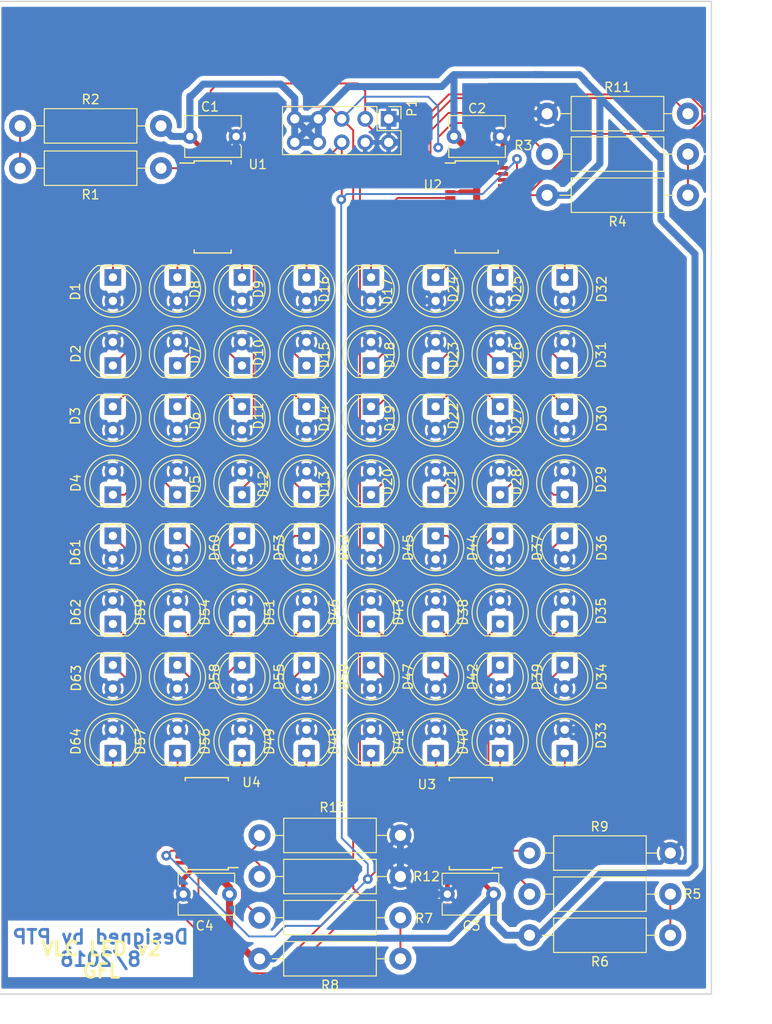
<source format=kicad_pcb>
(kicad_pcb (version 4) (host pcbnew 4.0.7)

  (general
    (links 201)
    (no_connects 0)
    (area 78.979999 111.814999 156.600001 219.280001)
    (thickness 1.6)
    (drawings 27)
    (tracks 634)
    (zones 0)
    (modules 85)
    (nets 82)
  )

  (page B)
  (title_block
    (title "Project: VLC LED v2")
    (date 2018-06-14)
    (rev 0.1)
    (company "Ford Motor Company")
    (comment 1 "Author: Paul Petersen")
  )

  (layers
    (0 F.Cu signal)
    (31 B.Cu signal)
    (32 B.Adhes user hide)
    (33 F.Adhes user hide)
    (34 B.Paste user hide)
    (35 F.Paste user hide)
    (36 B.SilkS user hide)
    (37 F.SilkS user)
    (38 B.Mask user hide)
    (39 F.Mask user hide)
    (40 Dwgs.User user)
    (41 Cmts.User user hide)
    (42 Eco1.User user hide)
    (43 Eco2.User user hide)
    (44 Edge.Cuts user hide)
    (45 Margin user hide)
    (46 B.CrtYd user hide)
    (47 F.CrtYd user hide)
    (48 B.Fab user hide)
    (49 F.Fab user)
  )

  (setup
    (last_trace_width 0.2032)
    (user_trace_width 0.1524)
    (user_trace_width 0.2032)
    (user_trace_width 0.3048)
    (user_trace_width 0.4572)
    (user_trace_width 0.508)
    (user_trace_width 0.635)
    (user_trace_width 0.762)
    (user_trace_width 1.27)
    (trace_clearance 0.2)
    (zone_clearance 0.508)
    (zone_45_only yes)
    (trace_min 0.127)
    (segment_width 0.2)
    (edge_width 0.15)
    (via_size 1.06)
    (via_drill 0.5)
    (via_min_size 0.45)
    (via_min_drill 0.1)
    (user_via 0.6 0.1)
    (user_via 0.75 0.5)
    (user_via 0.95 0.4)
    (user_via 2.25 2)
    (user_via 3.25 3)
    (uvia_size 0.3)
    (uvia_drill 0.1)
    (uvias_allowed no)
    (uvia_min_size 0.2)
    (uvia_min_drill 0.1)
    (pcb_text_width 0.3)
    (pcb_text_size 1.5 1.5)
    (mod_edge_width 0.15)
    (mod_text_size 0.75 0.75)
    (mod_text_width 0.1)
    (pad_size 1 1)
    (pad_drill 0)
    (pad_to_mask_clearance 0.0508)
    (pad_to_paste_clearance -0.0762)
    (aux_axis_origin 79.055 219.205)
    (grid_origin 79.055 219.205)
    (visible_elements 7FFEFFF9)
    (pcbplotparams
      (layerselection 0x200e0_80000001)
      (usegerberextensions true)
      (excludeedgelayer true)
      (linewidth 0.127000)
      (plotframeref false)
      (viasonmask false)
      (mode 1)
      (useauxorigin false)
      (hpglpennumber 1)
      (hpglpenspeed 20)
      (hpglpendiameter 15)
      (hpglpenoverlay 2)
      (psnegative false)
      (psa4output false)
      (plotreference true)
      (plotvalue false)
      (plotinvisibletext false)
      (padsonsilk false)
      (subtractmaskfromsilk false)
      (outputformat 1)
      (mirror false)
      (drillshape 0)
      (scaleselection 1)
      (outputdirectory gerbers/))
  )

  (net 0 "")
  (net 1 GND)
  (net 2 +5V)
  (net 3 /~RESET)
  (net 4 /SDA)
  (net 5 /SCL)
  (net 6 /O0)
  (net 7 /O1)
  (net 8 /O2)
  (net 9 /O3)
  (net 10 /O4)
  (net 11 /O5)
  (net 12 /O6)
  (net 13 /O7)
  (net 14 /O8)
  (net 15 /O9)
  (net 16 /O10)
  (net 17 /O11)
  (net 18 /O12)
  (net 19 /O13)
  (net 20 /O14)
  (net 21 /O15)
  (net 22 "Net-(R1-Pad1)")
  (net 23 "Net-(R1-Pad2)")
  (net 24 "Net-(R3-Pad2)")
  (net 25 "Net-(R5-Pad2)")
  (net 26 "Net-(R7-Pad2)")
  (net 27 "Net-(D17-Pad1)")
  (net 28 "Net-(D18-Pad1)")
  (net 29 "Net-(D19-Pad1)")
  (net 30 "Net-(D20-Pad1)")
  (net 31 "Net-(D21-Pad1)")
  (net 32 "Net-(D22-Pad1)")
  (net 33 "Net-(D23-Pad1)")
  (net 34 "Net-(D24-Pad1)")
  (net 35 "Net-(D25-Pad1)")
  (net 36 "Net-(D26-Pad1)")
  (net 37 "Net-(D27-Pad1)")
  (net 38 "Net-(D28-Pad1)")
  (net 39 "Net-(D29-Pad1)")
  (net 40 "Net-(D30-Pad1)")
  (net 41 "Net-(D31-Pad1)")
  (net 42 "Net-(D32-Pad1)")
  (net 43 "Net-(D33-Pad1)")
  (net 44 "Net-(D34-Pad1)")
  (net 45 "Net-(D35-Pad1)")
  (net 46 "Net-(D36-Pad1)")
  (net 47 "Net-(D37-Pad1)")
  (net 48 "Net-(D38-Pad1)")
  (net 49 "Net-(D39-Pad1)")
  (net 50 "Net-(D40-Pad1)")
  (net 51 "Net-(D41-Pad1)")
  (net 52 "Net-(D42-Pad1)")
  (net 53 "Net-(D43-Pad1)")
  (net 54 "Net-(D44-Pad1)")
  (net 55 "Net-(D45-Pad1)")
  (net 56 "Net-(D46-Pad1)")
  (net 57 "Net-(D47-Pad1)")
  (net 58 "Net-(D48-Pad1)")
  (net 59 "Net-(D49-Pad1)")
  (net 60 "Net-(D50-Pad1)")
  (net 61 "Net-(D51-Pad1)")
  (net 62 "Net-(D52-Pad1)")
  (net 63 "Net-(D53-Pad1)")
  (net 64 "Net-(D54-Pad1)")
  (net 65 "Net-(D55-Pad1)")
  (net 66 "Net-(D56-Pad1)")
  (net 67 "Net-(D57-Pad1)")
  (net 68 "Net-(D58-Pad1)")
  (net 69 "Net-(D59-Pad1)")
  (net 70 "Net-(D60-Pad1)")
  (net 71 "Net-(D61-Pad1)")
  (net 72 "Net-(D62-Pad1)")
  (net 73 "Net-(D63-Pad1)")
  (net 74 "Net-(D64-Pad1)")
  (net 75 /U2_REXT)
  (net 76 /U3_REXT)
  (net 77 /U4_REXT)
  (net 78 /U3_A1)
  (net 79 /U2_A0)
  (net 80 /U4_A0)
  (net 81 /U4_A1)

  (net_class Default "This is the default net class."
    (clearance 0.2)
    (trace_width 0.2032)
    (via_dia 1.06)
    (via_drill 0.5)
    (uvia_dia 0.3)
    (uvia_drill 0.1)
    (add_net /O0)
    (add_net /O1)
    (add_net /O10)
    (add_net /O11)
    (add_net /O12)
    (add_net /O13)
    (add_net /O14)
    (add_net /O15)
    (add_net /O2)
    (add_net /O3)
    (add_net /O4)
    (add_net /O5)
    (add_net /O6)
    (add_net /O7)
    (add_net /O8)
    (add_net /O9)
    (add_net /SCL)
    (add_net /SDA)
    (add_net /U2_A0)
    (add_net /U2_REXT)
    (add_net /U3_A1)
    (add_net /U3_REXT)
    (add_net /U4_A0)
    (add_net /U4_A1)
    (add_net /U4_REXT)
    (add_net /~RESET)
    (add_net GND)
    (add_net "Net-(D17-Pad1)")
    (add_net "Net-(D18-Pad1)")
    (add_net "Net-(D19-Pad1)")
    (add_net "Net-(D20-Pad1)")
    (add_net "Net-(D21-Pad1)")
    (add_net "Net-(D22-Pad1)")
    (add_net "Net-(D23-Pad1)")
    (add_net "Net-(D24-Pad1)")
    (add_net "Net-(D25-Pad1)")
    (add_net "Net-(D26-Pad1)")
    (add_net "Net-(D27-Pad1)")
    (add_net "Net-(D28-Pad1)")
    (add_net "Net-(D29-Pad1)")
    (add_net "Net-(D30-Pad1)")
    (add_net "Net-(D31-Pad1)")
    (add_net "Net-(D32-Pad1)")
    (add_net "Net-(D33-Pad1)")
    (add_net "Net-(D34-Pad1)")
    (add_net "Net-(D35-Pad1)")
    (add_net "Net-(D36-Pad1)")
    (add_net "Net-(D37-Pad1)")
    (add_net "Net-(D38-Pad1)")
    (add_net "Net-(D39-Pad1)")
    (add_net "Net-(D40-Pad1)")
    (add_net "Net-(D41-Pad1)")
    (add_net "Net-(D42-Pad1)")
    (add_net "Net-(D43-Pad1)")
    (add_net "Net-(D44-Pad1)")
    (add_net "Net-(D45-Pad1)")
    (add_net "Net-(D46-Pad1)")
    (add_net "Net-(D47-Pad1)")
    (add_net "Net-(D48-Pad1)")
    (add_net "Net-(D49-Pad1)")
    (add_net "Net-(D50-Pad1)")
    (add_net "Net-(D51-Pad1)")
    (add_net "Net-(D52-Pad1)")
    (add_net "Net-(D53-Pad1)")
    (add_net "Net-(D54-Pad1)")
    (add_net "Net-(D55-Pad1)")
    (add_net "Net-(D56-Pad1)")
    (add_net "Net-(D57-Pad1)")
    (add_net "Net-(D58-Pad1)")
    (add_net "Net-(D59-Pad1)")
    (add_net "Net-(D60-Pad1)")
    (add_net "Net-(D61-Pad1)")
    (add_net "Net-(D62-Pad1)")
    (add_net "Net-(D63-Pad1)")
    (add_net "Net-(D64-Pad1)")
    (add_net "Net-(R1-Pad1)")
    (add_net "Net-(R1-Pad2)")
    (add_net "Net-(R3-Pad2)")
    (add_net "Net-(R5-Pad2)")
    (add_net "Net-(R7-Pad2)")
  )

  (net_class Power ""
    (clearance 0.2)
    (trace_width 0.762)
    (via_dia 1.06)
    (via_drill 0.5)
    (uvia_dia 0.3)
    (uvia_drill 0.1)
    (add_net +5V)
  )

  (module LEDs:LED_D5.0mm_FlatTop (layer F.Cu) (tedit 5B21F647) (tstamp 59E7CD09)
    (at 91.755 141.735 270)
    (descr "LED, Round, FlatTop, diameter 5.0mm, 2 pins, http://www.kingbright.com/attachments/file/psearch/000/00/00/L-483GDT(Ver.15B).pdf")
    (tags "LED Round FlatTop diameter 5.0mm 2 pins")
    (path /59E2547F)
    (fp_text reference D1 (at 1.524 4.064 270) (layer F.SilkS)
      (effects (font (size 1 1) (thickness 0.15)))
    )
    (fp_text value LED (at 1.27 4.01 270) (layer F.Fab)
      (effects (font (size 1 1) (thickness 0.15)))
    )
    (fp_arc (start 1.27 0) (end -1.23 -1.566046) (angle 295.9) (layer F.Fab) (width 0.1))
    (fp_arc (start 1.27 0) (end -1.29 -1.639512) (angle 147.4) (layer F.SilkS) (width 0.12))
    (fp_arc (start 1.27 0) (end -1.29 1.639512) (angle -147.4) (layer F.SilkS) (width 0.12))
    (fp_circle (center 1.27 0) (end 3.77 0) (layer F.Fab) (width 0.1))
    (fp_circle (center 1.27 0) (end 3.77 0) (layer F.SilkS) (width 0.12))
    (fp_line (start -1.23 -1.566046) (end -1.23 1.566046) (layer F.Fab) (width 0.1))
    (fp_line (start -1.29 -1.64) (end -1.29 1.64) (layer F.SilkS) (width 0.12))
    (fp_line (start -2 -3.3) (end -2 3.3) (layer F.CrtYd) (width 0.05))
    (fp_line (start -2 3.3) (end 4.55 3.3) (layer F.CrtYd) (width 0.05))
    (fp_line (start 4.55 3.3) (end 4.55 -3.3) (layer F.CrtYd) (width 0.05))
    (fp_line (start 4.55 -3.3) (end -2 -3.3) (layer F.CrtYd) (width 0.05))
    (pad 1 thru_hole rect (at 0 0 270) (size 1.8 1.8) (drill 0.9) (layers *.Cu *.Mask)
      (net 6 /O0))
    (pad 2 thru_hole circle (at 2.54 0 270) (size 1.8 1.8) (drill 0.9) (layers *.Cu *.Mask)
      (net 2 +5V))
    (model ${KISYS3DMOD}/LEDs.3dshapes/LED_D5.0mm_FlatTop.wrl
      (at (xyz 0 0 0))
      (scale (xyz 0.393701 0.393701 0.393701))
      (rotate (xyz 0 0 0))
    )
  )

  (module LEDs:LED_D5.0mm_FlatTop (layer F.Cu) (tedit 5880A862) (tstamp 59E7CD0F)
    (at 91.755 151.26 90)
    (descr "LED, Round, FlatTop, diameter 5.0mm, 2 pins, http://www.kingbright.com/attachments/file/psearch/000/00/00/L-483GDT(Ver.15B).pdf")
    (tags "LED Round FlatTop diameter 5.0mm 2 pins")
    (path /5B3C2538)
    (fp_text reference D2 (at 1.27 -4.01 90) (layer F.SilkS)
      (effects (font (size 1 1) (thickness 0.15)))
    )
    (fp_text value LED (at 1.27 4.01 90) (layer F.Fab)
      (effects (font (size 1 1) (thickness 0.15)))
    )
    (fp_arc (start 1.27 0) (end -1.23 -1.566046) (angle 295.9) (layer F.Fab) (width 0.1))
    (fp_arc (start 1.27 0) (end -1.29 -1.639512) (angle 147.4) (layer F.SilkS) (width 0.12))
    (fp_arc (start 1.27 0) (end -1.29 1.639512) (angle -147.4) (layer F.SilkS) (width 0.12))
    (fp_circle (center 1.27 0) (end 3.77 0) (layer F.Fab) (width 0.1))
    (fp_circle (center 1.27 0) (end 3.77 0) (layer F.SilkS) (width 0.12))
    (fp_line (start -1.23 -1.566046) (end -1.23 1.566046) (layer F.Fab) (width 0.1))
    (fp_line (start -1.29 -1.64) (end -1.29 1.64) (layer F.SilkS) (width 0.12))
    (fp_line (start -2 -3.3) (end -2 3.3) (layer F.CrtYd) (width 0.05))
    (fp_line (start -2 3.3) (end 4.55 3.3) (layer F.CrtYd) (width 0.05))
    (fp_line (start 4.55 3.3) (end 4.55 -3.3) (layer F.CrtYd) (width 0.05))
    (fp_line (start 4.55 -3.3) (end -2 -3.3) (layer F.CrtYd) (width 0.05))
    (pad 1 thru_hole rect (at 0 0 90) (size 1.8 1.8) (drill 0.9) (layers *.Cu *.Mask)
      (net 7 /O1))
    (pad 2 thru_hole circle (at 2.54 0 90) (size 1.8 1.8) (drill 0.9) (layers *.Cu *.Mask)
      (net 2 +5V))
    (model ${KISYS3DMOD}/LEDs.3dshapes/LED_D5.0mm_FlatTop.wrl
      (at (xyz 0 0 0))
      (scale (xyz 0.393701 0.393701 0.393701))
      (rotate (xyz 0 0 0))
    )
  )

  (module LEDs:LED_D5.0mm_FlatTop (layer F.Cu) (tedit 5B21F641) (tstamp 59E7CD15)
    (at 91.755 155.705 270)
    (descr "LED, Round, FlatTop, diameter 5.0mm, 2 pins, http://www.kingbright.com/attachments/file/psearch/000/00/00/L-483GDT(Ver.15B).pdf")
    (tags "LED Round FlatTop diameter 5.0mm 2 pins")
    (path /5B3C2778)
    (fp_text reference D3 (at 1.016 4.064 270) (layer F.SilkS)
      (effects (font (size 1 1) (thickness 0.15)))
    )
    (fp_text value LED (at 1.27 4.01 270) (layer F.Fab)
      (effects (font (size 1 1) (thickness 0.15)))
    )
    (fp_arc (start 1.27 0) (end -1.23 -1.566046) (angle 295.9) (layer F.Fab) (width 0.1))
    (fp_arc (start 1.27 0) (end -1.29 -1.639512) (angle 147.4) (layer F.SilkS) (width 0.12))
    (fp_arc (start 1.27 0) (end -1.29 1.639512) (angle -147.4) (layer F.SilkS) (width 0.12))
    (fp_circle (center 1.27 0) (end 3.77 0) (layer F.Fab) (width 0.1))
    (fp_circle (center 1.27 0) (end 3.77 0) (layer F.SilkS) (width 0.12))
    (fp_line (start -1.23 -1.566046) (end -1.23 1.566046) (layer F.Fab) (width 0.1))
    (fp_line (start -1.29 -1.64) (end -1.29 1.64) (layer F.SilkS) (width 0.12))
    (fp_line (start -2 -3.3) (end -2 3.3) (layer F.CrtYd) (width 0.05))
    (fp_line (start -2 3.3) (end 4.55 3.3) (layer F.CrtYd) (width 0.05))
    (fp_line (start 4.55 3.3) (end 4.55 -3.3) (layer F.CrtYd) (width 0.05))
    (fp_line (start 4.55 -3.3) (end -2 -3.3) (layer F.CrtYd) (width 0.05))
    (pad 1 thru_hole rect (at 0 0 270) (size 1.8 1.8) (drill 0.9) (layers *.Cu *.Mask)
      (net 8 /O2))
    (pad 2 thru_hole circle (at 2.54 0 270) (size 1.8 1.8) (drill 0.9) (layers *.Cu *.Mask)
      (net 2 +5V))
    (model ${KISYS3DMOD}/LEDs.3dshapes/LED_D5.0mm_FlatTop.wrl
      (at (xyz 0 0 0))
      (scale (xyz 0.393701 0.393701 0.393701))
      (rotate (xyz 0 0 0))
    )
  )

  (module LEDs:LED_D5.0mm_FlatTop (layer F.Cu) (tedit 5880A862) (tstamp 59E7CD1B)
    (at 91.755 165.23 90)
    (descr "LED, Round, FlatTop, diameter 5.0mm, 2 pins, http://www.kingbright.com/attachments/file/psearch/000/00/00/L-483GDT(Ver.15B).pdf")
    (tags "LED Round FlatTop diameter 5.0mm 2 pins")
    (path /5B3C2785)
    (fp_text reference D4 (at 1.27 -4.01 90) (layer F.SilkS)
      (effects (font (size 1 1) (thickness 0.15)))
    )
    (fp_text value LED (at 1.27 4.01 90) (layer F.Fab)
      (effects (font (size 1 1) (thickness 0.15)))
    )
    (fp_arc (start 1.27 0) (end -1.23 -1.566046) (angle 295.9) (layer F.Fab) (width 0.1))
    (fp_arc (start 1.27 0) (end -1.29 -1.639512) (angle 147.4) (layer F.SilkS) (width 0.12))
    (fp_arc (start 1.27 0) (end -1.29 1.639512) (angle -147.4) (layer F.SilkS) (width 0.12))
    (fp_circle (center 1.27 0) (end 3.77 0) (layer F.Fab) (width 0.1))
    (fp_circle (center 1.27 0) (end 3.77 0) (layer F.SilkS) (width 0.12))
    (fp_line (start -1.23 -1.566046) (end -1.23 1.566046) (layer F.Fab) (width 0.1))
    (fp_line (start -1.29 -1.64) (end -1.29 1.64) (layer F.SilkS) (width 0.12))
    (fp_line (start -2 -3.3) (end -2 3.3) (layer F.CrtYd) (width 0.05))
    (fp_line (start -2 3.3) (end 4.55 3.3) (layer F.CrtYd) (width 0.05))
    (fp_line (start 4.55 3.3) (end 4.55 -3.3) (layer F.CrtYd) (width 0.05))
    (fp_line (start 4.55 -3.3) (end -2 -3.3) (layer F.CrtYd) (width 0.05))
    (pad 1 thru_hole rect (at 0 0 90) (size 1.8 1.8) (drill 0.9) (layers *.Cu *.Mask)
      (net 9 /O3))
    (pad 2 thru_hole circle (at 2.54 0 90) (size 1.8 1.8) (drill 0.9) (layers *.Cu *.Mask)
      (net 2 +5V))
    (model ${KISYS3DMOD}/LEDs.3dshapes/LED_D5.0mm_FlatTop.wrl
      (at (xyz 0 0 0))
      (scale (xyz 0.393701 0.393701 0.393701))
      (rotate (xyz 0 0 0))
    )
  )

  (module LEDs:LED_D5.0mm_FlatTop (layer F.Cu) (tedit 5B21F699) (tstamp 59E7CD21)
    (at 98.74 165.23 90)
    (descr "LED, Round, FlatTop, diameter 5.0mm, 2 pins, http://www.kingbright.com/attachments/file/psearch/000/00/00/L-483GDT(Ver.15B).pdf")
    (tags "LED Round FlatTop diameter 5.0mm 2 pins")
    (path /5B3C2A1B)
    (fp_text reference D5 (at 1.143 1.905 90) (layer F.SilkS)
      (effects (font (size 1 1) (thickness 0.15)))
    )
    (fp_text value LED (at 1.27 4.01 90) (layer F.Fab)
      (effects (font (size 1 1) (thickness 0.15)))
    )
    (fp_arc (start 1.27 0) (end -1.23 -1.566046) (angle 295.9) (layer F.Fab) (width 0.1))
    (fp_arc (start 1.27 0) (end -1.29 -1.639512) (angle 147.4) (layer F.SilkS) (width 0.12))
    (fp_arc (start 1.27 0) (end -1.29 1.639512) (angle -147.4) (layer F.SilkS) (width 0.12))
    (fp_circle (center 1.27 0) (end 3.77 0) (layer F.Fab) (width 0.1))
    (fp_circle (center 1.27 0) (end 3.77 0) (layer F.SilkS) (width 0.12))
    (fp_line (start -1.23 -1.566046) (end -1.23 1.566046) (layer F.Fab) (width 0.1))
    (fp_line (start -1.29 -1.64) (end -1.29 1.64) (layer F.SilkS) (width 0.12))
    (fp_line (start -2 -3.3) (end -2 3.3) (layer F.CrtYd) (width 0.05))
    (fp_line (start -2 3.3) (end 4.55 3.3) (layer F.CrtYd) (width 0.05))
    (fp_line (start 4.55 3.3) (end 4.55 -3.3) (layer F.CrtYd) (width 0.05))
    (fp_line (start 4.55 -3.3) (end -2 -3.3) (layer F.CrtYd) (width 0.05))
    (pad 1 thru_hole rect (at 0 0 90) (size 1.8 1.8) (drill 0.9) (layers *.Cu *.Mask)
      (net 10 /O4))
    (pad 2 thru_hole circle (at 2.54 0 90) (size 1.8 1.8) (drill 0.9) (layers *.Cu *.Mask)
      (net 2 +5V))
    (model ${KISYS3DMOD}/LEDs.3dshapes/LED_D5.0mm_FlatTop.wrl
      (at (xyz 0 0 0))
      (scale (xyz 0.393701 0.393701 0.393701))
      (rotate (xyz 0 0 0))
    )
  )

  (module LEDs:LED_D5.0mm_FlatTop (layer F.Cu) (tedit 5B21F6AC) (tstamp 59E7CD27)
    (at 98.74 155.705 270)
    (descr "LED, Round, FlatTop, diameter 5.0mm, 2 pins, http://www.kingbright.com/attachments/file/psearch/000/00/00/L-483GDT(Ver.15B).pdf")
    (tags "LED Round FlatTop diameter 5.0mm 2 pins")
    (path /5B3C2A28)
    (fp_text reference D6 (at 1.524 -1.905 270) (layer F.SilkS)
      (effects (font (size 1 1) (thickness 0.15)))
    )
    (fp_text value LED (at 1.27 4.01 270) (layer F.Fab)
      (effects (font (size 1 1) (thickness 0.15)))
    )
    (fp_arc (start 1.27 0) (end -1.23 -1.566046) (angle 295.9) (layer F.Fab) (width 0.1))
    (fp_arc (start 1.27 0) (end -1.29 -1.639512) (angle 147.4) (layer F.SilkS) (width 0.12))
    (fp_arc (start 1.27 0) (end -1.29 1.639512) (angle -147.4) (layer F.SilkS) (width 0.12))
    (fp_circle (center 1.27 0) (end 3.77 0) (layer F.Fab) (width 0.1))
    (fp_circle (center 1.27 0) (end 3.77 0) (layer F.SilkS) (width 0.12))
    (fp_line (start -1.23 -1.566046) (end -1.23 1.566046) (layer F.Fab) (width 0.1))
    (fp_line (start -1.29 -1.64) (end -1.29 1.64) (layer F.SilkS) (width 0.12))
    (fp_line (start -2 -3.3) (end -2 3.3) (layer F.CrtYd) (width 0.05))
    (fp_line (start -2 3.3) (end 4.55 3.3) (layer F.CrtYd) (width 0.05))
    (fp_line (start 4.55 3.3) (end 4.55 -3.3) (layer F.CrtYd) (width 0.05))
    (fp_line (start 4.55 -3.3) (end -2 -3.3) (layer F.CrtYd) (width 0.05))
    (pad 1 thru_hole rect (at 0 0 270) (size 1.8 1.8) (drill 0.9) (layers *.Cu *.Mask)
      (net 11 /O5))
    (pad 2 thru_hole circle (at 2.54 0 270) (size 1.8 1.8) (drill 0.9) (layers *.Cu *.Mask)
      (net 2 +5V))
    (model ${KISYS3DMOD}/LEDs.3dshapes/LED_D5.0mm_FlatTop.wrl
      (at (xyz 0 0 0))
      (scale (xyz 0.393701 0.393701 0.393701))
      (rotate (xyz 0 0 0))
    )
  )

  (module LEDs:LED_D5.0mm_FlatTop (layer F.Cu) (tedit 5B21F6B6) (tstamp 59E7CD2D)
    (at 98.74 151.26 90)
    (descr "LED, Round, FlatTop, diameter 5.0mm, 2 pins, http://www.kingbright.com/attachments/file/psearch/000/00/00/L-483GDT(Ver.15B).pdf")
    (tags "LED Round FlatTop diameter 5.0mm 2 pins")
    (path /5B3C2A35)
    (fp_text reference D7 (at 1.143 1.905 90) (layer F.SilkS)
      (effects (font (size 1 1) (thickness 0.15)))
    )
    (fp_text value LED (at 1.27 4.01 90) (layer F.Fab)
      (effects (font (size 1 1) (thickness 0.15)))
    )
    (fp_arc (start 1.27 0) (end -1.23 -1.566046) (angle 295.9) (layer F.Fab) (width 0.1))
    (fp_arc (start 1.27 0) (end -1.29 -1.639512) (angle 147.4) (layer F.SilkS) (width 0.12))
    (fp_arc (start 1.27 0) (end -1.29 1.639512) (angle -147.4) (layer F.SilkS) (width 0.12))
    (fp_circle (center 1.27 0) (end 3.77 0) (layer F.Fab) (width 0.1))
    (fp_circle (center 1.27 0) (end 3.77 0) (layer F.SilkS) (width 0.12))
    (fp_line (start -1.23 -1.566046) (end -1.23 1.566046) (layer F.Fab) (width 0.1))
    (fp_line (start -1.29 -1.64) (end -1.29 1.64) (layer F.SilkS) (width 0.12))
    (fp_line (start -2 -3.3) (end -2 3.3) (layer F.CrtYd) (width 0.05))
    (fp_line (start -2 3.3) (end 4.55 3.3) (layer F.CrtYd) (width 0.05))
    (fp_line (start 4.55 3.3) (end 4.55 -3.3) (layer F.CrtYd) (width 0.05))
    (fp_line (start 4.55 -3.3) (end -2 -3.3) (layer F.CrtYd) (width 0.05))
    (pad 1 thru_hole rect (at 0 0 90) (size 1.8 1.8) (drill 0.9) (layers *.Cu *.Mask)
      (net 12 /O6))
    (pad 2 thru_hole circle (at 2.54 0 90) (size 1.8 1.8) (drill 0.9) (layers *.Cu *.Mask)
      (net 2 +5V))
    (model ${KISYS3DMOD}/LEDs.3dshapes/LED_D5.0mm_FlatTop.wrl
      (at (xyz 0 0 0))
      (scale (xyz 0.393701 0.393701 0.393701))
      (rotate (xyz 0 0 0))
    )
  )

  (module LEDs:LED_D5.0mm_FlatTop (layer F.Cu) (tedit 5B21F684) (tstamp 59E7CD33)
    (at 98.74 141.735 270)
    (descr "LED, Round, FlatTop, diameter 5.0mm, 2 pins, http://www.kingbright.com/attachments/file/psearch/000/00/00/L-483GDT(Ver.15B).pdf")
    (tags "LED Round FlatTop diameter 5.0mm 2 pins")
    (path /5B3C2A42)
    (fp_text reference D8 (at 1.27 -1.905 270) (layer F.SilkS)
      (effects (font (size 1 1) (thickness 0.15)))
    )
    (fp_text value LED (at 1.27 4.01 270) (layer F.Fab)
      (effects (font (size 1 1) (thickness 0.15)))
    )
    (fp_arc (start 1.27 0) (end -1.23 -1.566046) (angle 295.9) (layer F.Fab) (width 0.1))
    (fp_arc (start 1.27 0) (end -1.29 -1.639512) (angle 147.4) (layer F.SilkS) (width 0.12))
    (fp_arc (start 1.27 0) (end -1.29 1.639512) (angle -147.4) (layer F.SilkS) (width 0.12))
    (fp_circle (center 1.27 0) (end 3.77 0) (layer F.Fab) (width 0.1))
    (fp_circle (center 1.27 0) (end 3.77 0) (layer F.SilkS) (width 0.12))
    (fp_line (start -1.23 -1.566046) (end -1.23 1.566046) (layer F.Fab) (width 0.1))
    (fp_line (start -1.29 -1.64) (end -1.29 1.64) (layer F.SilkS) (width 0.12))
    (fp_line (start -2 -3.3) (end -2 3.3) (layer F.CrtYd) (width 0.05))
    (fp_line (start -2 3.3) (end 4.55 3.3) (layer F.CrtYd) (width 0.05))
    (fp_line (start 4.55 3.3) (end 4.55 -3.3) (layer F.CrtYd) (width 0.05))
    (fp_line (start 4.55 -3.3) (end -2 -3.3) (layer F.CrtYd) (width 0.05))
    (pad 1 thru_hole rect (at 0 0 270) (size 1.8 1.8) (drill 0.9) (layers *.Cu *.Mask)
      (net 13 /O7))
    (pad 2 thru_hole circle (at 2.54 0 270) (size 1.8 1.8) (drill 0.9) (layers *.Cu *.Mask)
      (net 2 +5V))
    (model ${KISYS3DMOD}/LEDs.3dshapes/LED_D5.0mm_FlatTop.wrl
      (at (xyz 0 0 0))
      (scale (xyz 0.393701 0.393701 0.393701))
      (rotate (xyz 0 0 0))
    )
  )

  (module LEDs:LED_D5.0mm_FlatTop (layer F.Cu) (tedit 5B21F6BD) (tstamp 59E7CD39)
    (at 105.725 141.735 270)
    (descr "LED, Round, FlatTop, diameter 5.0mm, 2 pins, http://www.kingbright.com/attachments/file/psearch/000/00/00/L-483GDT(Ver.15B).pdf")
    (tags "LED Round FlatTop diameter 5.0mm 2 pins")
    (path /5B3C2CC3)
    (fp_text reference D9 (at 1.27 -1.778 270) (layer F.SilkS)
      (effects (font (size 1 1) (thickness 0.15)))
    )
    (fp_text value LED (at 1.27 4.01 270) (layer F.Fab)
      (effects (font (size 1 1) (thickness 0.15)))
    )
    (fp_arc (start 1.27 0) (end -1.23 -1.566046) (angle 295.9) (layer F.Fab) (width 0.1))
    (fp_arc (start 1.27 0) (end -1.29 -1.639512) (angle 147.4) (layer F.SilkS) (width 0.12))
    (fp_arc (start 1.27 0) (end -1.29 1.639512) (angle -147.4) (layer F.SilkS) (width 0.12))
    (fp_circle (center 1.27 0) (end 3.77 0) (layer F.Fab) (width 0.1))
    (fp_circle (center 1.27 0) (end 3.77 0) (layer F.SilkS) (width 0.12))
    (fp_line (start -1.23 -1.566046) (end -1.23 1.566046) (layer F.Fab) (width 0.1))
    (fp_line (start -1.29 -1.64) (end -1.29 1.64) (layer F.SilkS) (width 0.12))
    (fp_line (start -2 -3.3) (end -2 3.3) (layer F.CrtYd) (width 0.05))
    (fp_line (start -2 3.3) (end 4.55 3.3) (layer F.CrtYd) (width 0.05))
    (fp_line (start 4.55 3.3) (end 4.55 -3.3) (layer F.CrtYd) (width 0.05))
    (fp_line (start 4.55 -3.3) (end -2 -3.3) (layer F.CrtYd) (width 0.05))
    (pad 1 thru_hole rect (at 0 0 270) (size 1.8 1.8) (drill 0.9) (layers *.Cu *.Mask)
      (net 14 /O8))
    (pad 2 thru_hole circle (at 2.54 0 270) (size 1.8 1.8) (drill 0.9) (layers *.Cu *.Mask)
      (net 2 +5V))
    (model ${KISYS3DMOD}/LEDs.3dshapes/LED_D5.0mm_FlatTop.wrl
      (at (xyz 0 0 0))
      (scale (xyz 0.393701 0.393701 0.393701))
      (rotate (xyz 0 0 0))
    )
  )

  (module LEDs:LED_D5.0mm_FlatTop (layer F.Cu) (tedit 5B21F6C4) (tstamp 59E7CD3F)
    (at 105.725 151.26 90)
    (descr "LED, Round, FlatTop, diameter 5.0mm, 2 pins, http://www.kingbright.com/attachments/file/psearch/000/00/00/L-483GDT(Ver.15B).pdf")
    (tags "LED Round FlatTop diameter 5.0mm 2 pins")
    (path /5B3C2CD0)
    (fp_text reference D10 (at 1.397 1.778 90) (layer F.SilkS)
      (effects (font (size 1 1) (thickness 0.15)))
    )
    (fp_text value LED (at 1.27 4.01 90) (layer F.Fab)
      (effects (font (size 1 1) (thickness 0.15)))
    )
    (fp_arc (start 1.27 0) (end -1.23 -1.566046) (angle 295.9) (layer F.Fab) (width 0.1))
    (fp_arc (start 1.27 0) (end -1.29 -1.639512) (angle 147.4) (layer F.SilkS) (width 0.12))
    (fp_arc (start 1.27 0) (end -1.29 1.639512) (angle -147.4) (layer F.SilkS) (width 0.12))
    (fp_circle (center 1.27 0) (end 3.77 0) (layer F.Fab) (width 0.1))
    (fp_circle (center 1.27 0) (end 3.77 0) (layer F.SilkS) (width 0.12))
    (fp_line (start -1.23 -1.566046) (end -1.23 1.566046) (layer F.Fab) (width 0.1))
    (fp_line (start -1.29 -1.64) (end -1.29 1.64) (layer F.SilkS) (width 0.12))
    (fp_line (start -2 -3.3) (end -2 3.3) (layer F.CrtYd) (width 0.05))
    (fp_line (start -2 3.3) (end 4.55 3.3) (layer F.CrtYd) (width 0.05))
    (fp_line (start 4.55 3.3) (end 4.55 -3.3) (layer F.CrtYd) (width 0.05))
    (fp_line (start 4.55 -3.3) (end -2 -3.3) (layer F.CrtYd) (width 0.05))
    (pad 1 thru_hole rect (at 0 0 90) (size 1.8 1.8) (drill 0.9) (layers *.Cu *.Mask)
      (net 15 /O9))
    (pad 2 thru_hole circle (at 2.54 0 90) (size 1.8 1.8) (drill 0.9) (layers *.Cu *.Mask)
      (net 2 +5V))
    (model ${KISYS3DMOD}/LEDs.3dshapes/LED_D5.0mm_FlatTop.wrl
      (at (xyz 0 0 0))
      (scale (xyz 0.393701 0.393701 0.393701))
      (rotate (xyz 0 0 0))
    )
  )

  (module LEDs:LED_D5.0mm_FlatTop (layer F.Cu) (tedit 5B21F6C7) (tstamp 59E7CD45)
    (at 105.725 155.705 270)
    (descr "LED, Round, FlatTop, diameter 5.0mm, 2 pins, http://www.kingbright.com/attachments/file/psearch/000/00/00/L-483GDT(Ver.15B).pdf")
    (tags "LED Round FlatTop diameter 5.0mm 2 pins")
    (path /5B3C2CDD)
    (fp_text reference D11 (at 1.016 -1.778 270) (layer F.SilkS)
      (effects (font (size 1 1) (thickness 0.15)))
    )
    (fp_text value LED (at 1.27 4.01 270) (layer F.Fab)
      (effects (font (size 1 1) (thickness 0.15)))
    )
    (fp_arc (start 1.27 0) (end -1.23 -1.566046) (angle 295.9) (layer F.Fab) (width 0.1))
    (fp_arc (start 1.27 0) (end -1.29 -1.639512) (angle 147.4) (layer F.SilkS) (width 0.12))
    (fp_arc (start 1.27 0) (end -1.29 1.639512) (angle -147.4) (layer F.SilkS) (width 0.12))
    (fp_circle (center 1.27 0) (end 3.77 0) (layer F.Fab) (width 0.1))
    (fp_circle (center 1.27 0) (end 3.77 0) (layer F.SilkS) (width 0.12))
    (fp_line (start -1.23 -1.566046) (end -1.23 1.566046) (layer F.Fab) (width 0.1))
    (fp_line (start -1.29 -1.64) (end -1.29 1.64) (layer F.SilkS) (width 0.12))
    (fp_line (start -2 -3.3) (end -2 3.3) (layer F.CrtYd) (width 0.05))
    (fp_line (start -2 3.3) (end 4.55 3.3) (layer F.CrtYd) (width 0.05))
    (fp_line (start 4.55 3.3) (end 4.55 -3.3) (layer F.CrtYd) (width 0.05))
    (fp_line (start 4.55 -3.3) (end -2 -3.3) (layer F.CrtYd) (width 0.05))
    (pad 1 thru_hole rect (at 0 0 270) (size 1.8 1.8) (drill 0.9) (layers *.Cu *.Mask)
      (net 16 /O10))
    (pad 2 thru_hole circle (at 2.54 0 270) (size 1.8 1.8) (drill 0.9) (layers *.Cu *.Mask)
      (net 2 +5V))
    (model ${KISYS3DMOD}/LEDs.3dshapes/LED_D5.0mm_FlatTop.wrl
      (at (xyz 0 0 0))
      (scale (xyz 0.393701 0.393701 0.393701))
      (rotate (xyz 0 0 0))
    )
  )

  (module LEDs:LED_D5.0mm_FlatTop (layer F.Cu) (tedit 5B21F694) (tstamp 59E7CD4B)
    (at 105.725 165.23 90)
    (descr "LED, Round, FlatTop, diameter 5.0mm, 2 pins, http://www.kingbright.com/attachments/file/psearch/000/00/00/L-483GDT(Ver.15B).pdf")
    (tags "LED Round FlatTop diameter 5.0mm 2 pins")
    (path /5B3C2CEA)
    (fp_text reference D12 (at 1.143 2.286 90) (layer F.SilkS)
      (effects (font (size 1 1) (thickness 0.15)))
    )
    (fp_text value LED (at 1.27 4.01 90) (layer F.Fab)
      (effects (font (size 1 1) (thickness 0.15)))
    )
    (fp_arc (start 1.27 0) (end -1.23 -1.566046) (angle 295.9) (layer F.Fab) (width 0.1))
    (fp_arc (start 1.27 0) (end -1.29 -1.639512) (angle 147.4) (layer F.SilkS) (width 0.12))
    (fp_arc (start 1.27 0) (end -1.29 1.639512) (angle -147.4) (layer F.SilkS) (width 0.12))
    (fp_circle (center 1.27 0) (end 3.77 0) (layer F.Fab) (width 0.1))
    (fp_circle (center 1.27 0) (end 3.77 0) (layer F.SilkS) (width 0.12))
    (fp_line (start -1.23 -1.566046) (end -1.23 1.566046) (layer F.Fab) (width 0.1))
    (fp_line (start -1.29 -1.64) (end -1.29 1.64) (layer F.SilkS) (width 0.12))
    (fp_line (start -2 -3.3) (end -2 3.3) (layer F.CrtYd) (width 0.05))
    (fp_line (start -2 3.3) (end 4.55 3.3) (layer F.CrtYd) (width 0.05))
    (fp_line (start 4.55 3.3) (end 4.55 -3.3) (layer F.CrtYd) (width 0.05))
    (fp_line (start 4.55 -3.3) (end -2 -3.3) (layer F.CrtYd) (width 0.05))
    (pad 1 thru_hole rect (at 0 0 90) (size 1.8 1.8) (drill 0.9) (layers *.Cu *.Mask)
      (net 17 /O11))
    (pad 2 thru_hole circle (at 2.54 0 90) (size 1.8 1.8) (drill 0.9) (layers *.Cu *.Mask)
      (net 2 +5V))
    (model ${KISYS3DMOD}/LEDs.3dshapes/LED_D5.0mm_FlatTop.wrl
      (at (xyz 0 0 0))
      (scale (xyz 0.393701 0.393701 0.393701))
      (rotate (xyz 0 0 0))
    )
  )

  (module LEDs:LED_D5.0mm_FlatTop (layer F.Cu) (tedit 5B21F6D5) (tstamp 59E7CD51)
    (at 112.71 165.23 90)
    (descr "LED, Round, FlatTop, diameter 5.0mm, 2 pins, http://www.kingbright.com/attachments/file/psearch/000/00/00/L-483GDT(Ver.15B).pdf")
    (tags "LED Round FlatTop diameter 5.0mm 2 pins")
    (path /5B3C2CF7)
    (fp_text reference D13 (at 1.143 1.905 90) (layer F.SilkS)
      (effects (font (size 1 1) (thickness 0.15)))
    )
    (fp_text value LED (at 1.27 4.01 90) (layer F.Fab)
      (effects (font (size 1 1) (thickness 0.15)))
    )
    (fp_arc (start 1.27 0) (end -1.23 -1.566046) (angle 295.9) (layer F.Fab) (width 0.1))
    (fp_arc (start 1.27 0) (end -1.29 -1.639512) (angle 147.4) (layer F.SilkS) (width 0.12))
    (fp_arc (start 1.27 0) (end -1.29 1.639512) (angle -147.4) (layer F.SilkS) (width 0.12))
    (fp_circle (center 1.27 0) (end 3.77 0) (layer F.Fab) (width 0.1))
    (fp_circle (center 1.27 0) (end 3.77 0) (layer F.SilkS) (width 0.12))
    (fp_line (start -1.23 -1.566046) (end -1.23 1.566046) (layer F.Fab) (width 0.1))
    (fp_line (start -1.29 -1.64) (end -1.29 1.64) (layer F.SilkS) (width 0.12))
    (fp_line (start -2 -3.3) (end -2 3.3) (layer F.CrtYd) (width 0.05))
    (fp_line (start -2 3.3) (end 4.55 3.3) (layer F.CrtYd) (width 0.05))
    (fp_line (start 4.55 3.3) (end 4.55 -3.3) (layer F.CrtYd) (width 0.05))
    (fp_line (start 4.55 -3.3) (end -2 -3.3) (layer F.CrtYd) (width 0.05))
    (pad 1 thru_hole rect (at 0 0 90) (size 1.8 1.8) (drill 0.9) (layers *.Cu *.Mask)
      (net 18 /O12))
    (pad 2 thru_hole circle (at 2.54 0 90) (size 1.8 1.8) (drill 0.9) (layers *.Cu *.Mask)
      (net 2 +5V))
    (model ${KISYS3DMOD}/LEDs.3dshapes/LED_D5.0mm_FlatTop.wrl
      (at (xyz 0 0 0))
      (scale (xyz 0.393701 0.393701 0.393701))
      (rotate (xyz 0 0 0))
    )
  )

  (module LEDs:LED_D5.0mm_FlatTop (layer F.Cu) (tedit 5B21F6D8) (tstamp 59E7CD57)
    (at 112.71 155.705 270)
    (descr "LED, Round, FlatTop, diameter 5.0mm, 2 pins, http://www.kingbright.com/attachments/file/psearch/000/00/00/L-483GDT(Ver.15B).pdf")
    (tags "LED Round FlatTop diameter 5.0mm 2 pins")
    (path /5B3C2D04)
    (fp_text reference D14 (at 1.27 -1.905 270) (layer F.SilkS)
      (effects (font (size 1 1) (thickness 0.15)))
    )
    (fp_text value LED (at 1.27 4.01 270) (layer F.Fab)
      (effects (font (size 1 1) (thickness 0.15)))
    )
    (fp_arc (start 1.27 0) (end -1.23 -1.566046) (angle 295.9) (layer F.Fab) (width 0.1))
    (fp_arc (start 1.27 0) (end -1.29 -1.639512) (angle 147.4) (layer F.SilkS) (width 0.12))
    (fp_arc (start 1.27 0) (end -1.29 1.639512) (angle -147.4) (layer F.SilkS) (width 0.12))
    (fp_circle (center 1.27 0) (end 3.77 0) (layer F.Fab) (width 0.1))
    (fp_circle (center 1.27 0) (end 3.77 0) (layer F.SilkS) (width 0.12))
    (fp_line (start -1.23 -1.566046) (end -1.23 1.566046) (layer F.Fab) (width 0.1))
    (fp_line (start -1.29 -1.64) (end -1.29 1.64) (layer F.SilkS) (width 0.12))
    (fp_line (start -2 -3.3) (end -2 3.3) (layer F.CrtYd) (width 0.05))
    (fp_line (start -2 3.3) (end 4.55 3.3) (layer F.CrtYd) (width 0.05))
    (fp_line (start 4.55 3.3) (end 4.55 -3.3) (layer F.CrtYd) (width 0.05))
    (fp_line (start 4.55 -3.3) (end -2 -3.3) (layer F.CrtYd) (width 0.05))
    (pad 1 thru_hole rect (at 0 0 270) (size 1.8 1.8) (drill 0.9) (layers *.Cu *.Mask)
      (net 19 /O13))
    (pad 2 thru_hole circle (at 2.54 0 270) (size 1.8 1.8) (drill 0.9) (layers *.Cu *.Mask)
      (net 2 +5V))
    (model ${KISYS3DMOD}/LEDs.3dshapes/LED_D5.0mm_FlatTop.wrl
      (at (xyz 0 0 0))
      (scale (xyz 0.393701 0.393701 0.393701))
      (rotate (xyz 0 0 0))
    )
  )

  (module LEDs:LED_D5.0mm_FlatTop (layer F.Cu) (tedit 5B21F6DC) (tstamp 59E7CD5D)
    (at 112.71 151.26 90)
    (descr "LED, Round, FlatTop, diameter 5.0mm, 2 pins, http://www.kingbright.com/attachments/file/psearch/000/00/00/L-483GDT(Ver.15B).pdf")
    (tags "LED Round FlatTop diameter 5.0mm 2 pins")
    (path /5B3C2D11)
    (fp_text reference D15 (at 1.143 1.905 90) (layer F.SilkS)
      (effects (font (size 1 1) (thickness 0.15)))
    )
    (fp_text value LED (at 1.27 4.01 90) (layer F.Fab)
      (effects (font (size 1 1) (thickness 0.15)))
    )
    (fp_arc (start 1.27 0) (end -1.23 -1.566046) (angle 295.9) (layer F.Fab) (width 0.1))
    (fp_arc (start 1.27 0) (end -1.29 -1.639512) (angle 147.4) (layer F.SilkS) (width 0.12))
    (fp_arc (start 1.27 0) (end -1.29 1.639512) (angle -147.4) (layer F.SilkS) (width 0.12))
    (fp_circle (center 1.27 0) (end 3.77 0) (layer F.Fab) (width 0.1))
    (fp_circle (center 1.27 0) (end 3.77 0) (layer F.SilkS) (width 0.12))
    (fp_line (start -1.23 -1.566046) (end -1.23 1.566046) (layer F.Fab) (width 0.1))
    (fp_line (start -1.29 -1.64) (end -1.29 1.64) (layer F.SilkS) (width 0.12))
    (fp_line (start -2 -3.3) (end -2 3.3) (layer F.CrtYd) (width 0.05))
    (fp_line (start -2 3.3) (end 4.55 3.3) (layer F.CrtYd) (width 0.05))
    (fp_line (start 4.55 3.3) (end 4.55 -3.3) (layer F.CrtYd) (width 0.05))
    (fp_line (start 4.55 -3.3) (end -2 -3.3) (layer F.CrtYd) (width 0.05))
    (pad 1 thru_hole rect (at 0 0 90) (size 1.8 1.8) (drill 0.9) (layers *.Cu *.Mask)
      (net 20 /O14))
    (pad 2 thru_hole circle (at 2.54 0 90) (size 1.8 1.8) (drill 0.9) (layers *.Cu *.Mask)
      (net 2 +5V))
    (model ${KISYS3DMOD}/LEDs.3dshapes/LED_D5.0mm_FlatTop.wrl
      (at (xyz 0 0 0))
      (scale (xyz 0.393701 0.393701 0.393701))
      (rotate (xyz 0 0 0))
    )
  )

  (module LEDs:LED_D5.0mm_FlatTop (layer F.Cu) (tedit 5B21F6E4) (tstamp 59E7CD63)
    (at 112.71 141.735 270)
    (descr "LED, Round, FlatTop, diameter 5.0mm, 2 pins, http://www.kingbright.com/attachments/file/psearch/000/00/00/L-483GDT(Ver.15B).pdf")
    (tags "LED Round FlatTop diameter 5.0mm 2 pins")
    (path /5B3C2D1E)
    (fp_text reference D16 (at 1.27 -1.905 270) (layer F.SilkS)
      (effects (font (size 1 1) (thickness 0.15)))
    )
    (fp_text value LED (at 1.27 4.01 270) (layer F.Fab)
      (effects (font (size 1 1) (thickness 0.15)))
    )
    (fp_arc (start 1.27 0) (end -1.23 -1.566046) (angle 295.9) (layer F.Fab) (width 0.1))
    (fp_arc (start 1.27 0) (end -1.29 -1.639512) (angle 147.4) (layer F.SilkS) (width 0.12))
    (fp_arc (start 1.27 0) (end -1.29 1.639512) (angle -147.4) (layer F.SilkS) (width 0.12))
    (fp_circle (center 1.27 0) (end 3.77 0) (layer F.Fab) (width 0.1))
    (fp_circle (center 1.27 0) (end 3.77 0) (layer F.SilkS) (width 0.12))
    (fp_line (start -1.23 -1.566046) (end -1.23 1.566046) (layer F.Fab) (width 0.1))
    (fp_line (start -1.29 -1.64) (end -1.29 1.64) (layer F.SilkS) (width 0.12))
    (fp_line (start -2 -3.3) (end -2 3.3) (layer F.CrtYd) (width 0.05))
    (fp_line (start -2 3.3) (end 4.55 3.3) (layer F.CrtYd) (width 0.05))
    (fp_line (start 4.55 3.3) (end 4.55 -3.3) (layer F.CrtYd) (width 0.05))
    (fp_line (start 4.55 -3.3) (end -2 -3.3) (layer F.CrtYd) (width 0.05))
    (pad 1 thru_hole rect (at 0 0 270) (size 1.8 1.8) (drill 0.9) (layers *.Cu *.Mask)
      (net 21 /O15))
    (pad 2 thru_hole circle (at 2.54 0 270) (size 1.8 1.8) (drill 0.9) (layers *.Cu *.Mask)
      (net 2 +5V))
    (model ${KISYS3DMOD}/LEDs.3dshapes/LED_D5.0mm_FlatTop.wrl
      (at (xyz 0 0 0))
      (scale (xyz 0.393701 0.393701 0.393701))
      (rotate (xyz 0 0 0))
    )
  )

  (module Pin_Headers:Pin_Header_Straight_2x05_Pitch2.54mm (layer F.Cu) (tedit 5B21F5D0) (tstamp 59E7CD71)
    (at 121.6 124.59 270)
    (descr "Through hole straight pin header, 2x05, 2.54mm pitch, double rows")
    (tags "Through hole pin header THT 2x05 2.54mm double row")
    (path /59E1FDFB)
    (fp_text reference P1 (at -1.185 -2.515 270) (layer F.SilkS)
      (effects (font (size 1 1) (thickness 0.15)))
    )
    (fp_text value CONN_02x05 (at 1.27 12.49 270) (layer F.Fab)
      (effects (font (size 1 1) (thickness 0.15)))
    )
    (fp_line (start 0 -1.27) (end 3.81 -1.27) (layer F.Fab) (width 0.1))
    (fp_line (start 3.81 -1.27) (end 3.81 11.43) (layer F.Fab) (width 0.1))
    (fp_line (start 3.81 11.43) (end -1.27 11.43) (layer F.Fab) (width 0.1))
    (fp_line (start -1.27 11.43) (end -1.27 0) (layer F.Fab) (width 0.1))
    (fp_line (start -1.27 0) (end 0 -1.27) (layer F.Fab) (width 0.1))
    (fp_line (start -1.33 11.49) (end 3.87 11.49) (layer F.SilkS) (width 0.12))
    (fp_line (start -1.33 1.27) (end -1.33 11.49) (layer F.SilkS) (width 0.12))
    (fp_line (start 3.87 -1.33) (end 3.87 11.49) (layer F.SilkS) (width 0.12))
    (fp_line (start -1.33 1.27) (end 1.27 1.27) (layer F.SilkS) (width 0.12))
    (fp_line (start 1.27 1.27) (end 1.27 -1.33) (layer F.SilkS) (width 0.12))
    (fp_line (start 1.27 -1.33) (end 3.87 -1.33) (layer F.SilkS) (width 0.12))
    (fp_line (start -1.33 0) (end -1.33 -1.33) (layer F.SilkS) (width 0.12))
    (fp_line (start -1.33 -1.33) (end 0 -1.33) (layer F.SilkS) (width 0.12))
    (fp_line (start -1.8 -1.8) (end -1.8 11.95) (layer F.CrtYd) (width 0.05))
    (fp_line (start -1.8 11.95) (end 4.35 11.95) (layer F.CrtYd) (width 0.05))
    (fp_line (start 4.35 11.95) (end 4.35 -1.8) (layer F.CrtYd) (width 0.05))
    (fp_line (start 4.35 -1.8) (end -1.8 -1.8) (layer F.CrtYd) (width 0.05))
    (fp_text user %R (at 1.27 5.08 360) (layer F.Fab)
      (effects (font (size 1 1) (thickness 0.15)))
    )
    (pad 1 thru_hole rect (at 0 0 270) (size 1.7 1.7) (drill 1) (layers *.Cu *.Mask)
      (net 2 +5V))
    (pad 2 thru_hole oval (at 2.54 0 270) (size 1.7 1.7) (drill 1) (layers *.Cu *.Mask)
      (net 2 +5V))
    (pad 3 thru_hole oval (at 0 2.54 270) (size 1.7 1.7) (drill 1) (layers *.Cu *.Mask)
      (net 3 /~RESET))
    (pad 4 thru_hole oval (at 2.54 2.54 270) (size 1.7 1.7) (drill 1) (layers *.Cu *.Mask)
      (net 2 +5V))
    (pad 5 thru_hole oval (at 0 5.08 270) (size 1.7 1.7) (drill 1) (layers *.Cu *.Mask)
      (net 4 /SDA))
    (pad 6 thru_hole oval (at 2.54 5.08 270) (size 1.7 1.7) (drill 1) (layers *.Cu *.Mask)
      (net 5 /SCL))
    (pad 7 thru_hole oval (at 0 7.62 270) (size 1.7 1.7) (drill 1) (layers *.Cu *.Mask)
      (net 1 GND))
    (pad 8 thru_hole oval (at 2.54 7.62 270) (size 1.7 1.7) (drill 1) (layers *.Cu *.Mask)
      (net 1 GND))
    (pad 9 thru_hole oval (at 0 10.16 270) (size 1.7 1.7) (drill 1) (layers *.Cu *.Mask)
      (net 1 GND))
    (pad 10 thru_hole oval (at 2.54 10.16 270) (size 1.7 1.7) (drill 1) (layers *.Cu *.Mask)
      (net 1 GND))
    (model ${KISYS3DMOD}/Pin_Headers.3dshapes/Pin_Header_Straight_2x05_Pitch2.54mm.wrl
      (at (xyz 0 0 0))
      (scale (xyz 1 1 1))
      (rotate (xyz 0 0 0))
    )
  )

  (module PTP_Footprints:TI_TLC59116IPWR_TSSOP28 (layer F.Cu) (tedit 5B21F5C6) (tstamp 59E7CDCD)
    (at 102.55 134.115)
    (descr "TSSOP28: plastic thin shrink small outline package; 28 leads; body width 4.4 mm; (see NXP SSOP-TSSOP-VSO-REFLOW.pdf and sot361-1_po.pdf)")
    (tags "SSOP 0.65")
    (path /59E26327)
    (solder_mask_margin 0.07)
    (solder_paste_margin -0.025)
    (attr smd)
    (fp_text reference U1 (at 4.885 -4.6) (layer F.SilkS)
      (effects (font (size 1 1) (thickness 0.15)))
    )
    (fp_text value TLC59116IPWR (at 0 5.9) (layer F.Fab)
      (effects (font (size 1 1) (thickness 0.15)))
    )
    (fp_line (start -1.2 -4.85) (end 2 -4.85) (layer F.Fab) (width 0.15))
    (fp_line (start 2 -4.85) (end 2 4.85) (layer F.Fab) (width 0.15))
    (fp_line (start 2 4.85) (end -2 4.85) (layer F.Fab) (width 0.15))
    (fp_line (start -2 4.85) (end -2 -3.85) (layer F.Fab) (width 0.15))
    (fp_line (start -2 -3.85) (end -1.2 -4.85) (layer F.Fab) (width 0.15))
    (fp_line (start -3.65 -5.15) (end -3.65 5.15) (layer F.CrtYd) (width 0.05))
    (fp_line (start 3.65 -5.15) (end 3.65 5.15) (layer F.CrtYd) (width 0.05))
    (fp_line (start -3.65 -5.15) (end 3.65 -5.15) (layer F.CrtYd) (width 0.05))
    (fp_line (start -3.65 5.15) (end 3.65 5.15) (layer F.CrtYd) (width 0.05))
    (fp_line (start -2 -4.975) (end -2 -4.75) (layer F.SilkS) (width 0.15))
    (fp_line (start 2 -4.975) (end 2 -4.65) (layer F.SilkS) (width 0.15))
    (fp_line (start 2 4.975) (end 2 4.65) (layer F.SilkS) (width 0.15))
    (fp_line (start -2 4.975) (end -2 4.65) (layer F.SilkS) (width 0.15))
    (fp_line (start -2 -4.975) (end 2 -4.975) (layer F.SilkS) (width 0.15))
    (fp_line (start -2 4.975) (end 2 4.975) (layer F.SilkS) (width 0.15))
    (fp_line (start -2 -4.75) (end -3.55 -4.75) (layer F.SilkS) (width 0.15))
    (fp_text user %R (at 0 0) (layer F.Fab)
      (effects (font (size 0.8 0.8) (thickness 0.15)))
    )
    (pad 1 smd rect (at -2.8 -4.225) (size 1.6 0.3) (layers F.Cu F.Paste F.Mask)
      (net 22 "Net-(R1-Pad1)"))
    (pad 2 smd rect (at -2.8 -3.575) (size 1.6 0.3) (layers F.Cu F.Paste F.Mask)
      (net 1 GND))
    (pad 3 smd rect (at -2.8 -2.925) (size 1.6 0.3) (layers F.Cu F.Paste F.Mask)
      (net 1 GND))
    (pad 4 smd rect (at -2.8 -2.275) (size 1.6 0.3) (layers F.Cu F.Paste F.Mask)
      (net 1 GND))
    (pad 5 smd rect (at -2.85 -1.625) (size 1.6 0.3) (layers F.Cu F.Paste F.Mask)
      (net 1 GND))
    (pad 6 smd rect (at -2.8 -0.975) (size 1.6 0.3) (layers F.Cu F.Paste F.Mask)
      (net 6 /O0))
    (pad 7 smd rect (at -2.8 -0.325) (size 1.6 0.3) (layers F.Cu F.Paste F.Mask)
      (net 7 /O1))
    (pad 8 smd rect (at -2.8 0.325) (size 1.6 0.3) (layers F.Cu F.Paste F.Mask)
      (net 8 /O2))
    (pad 9 smd rect (at -2.8 0.975) (size 1.6 0.3) (layers F.Cu F.Paste F.Mask)
      (net 9 /O3))
    (pad 10 smd rect (at -2.8 1.625) (size 1.6 0.3) (layers F.Cu F.Paste F.Mask)
      (net 1 GND))
    (pad 11 smd rect (at -2.8 2.275) (size 1.6 0.3) (layers F.Cu F.Paste F.Mask)
      (net 10 /O4))
    (pad 12 smd rect (at -2.8 2.925) (size 1.6 0.3) (layers F.Cu F.Paste F.Mask)
      (net 11 /O5))
    (pad 13 smd rect (at -2.8 3.575) (size 1.6 0.3) (layers F.Cu F.Paste F.Mask)
      (net 12 /O6))
    (pad 14 smd rect (at -2.8 4.225) (size 1.6 0.3) (layers F.Cu F.Paste F.Mask)
      (net 13 /O7))
    (pad 15 smd rect (at 2.8 4.225) (size 1.6 0.3) (layers F.Cu F.Paste F.Mask)
      (net 14 /O8))
    (pad 16 smd rect (at 2.8 3.575) (size 1.6 0.3) (layers F.Cu F.Paste F.Mask)
      (net 15 /O9))
    (pad 17 smd rect (at 2.8 2.925) (size 1.6 0.3) (layers F.Cu F.Paste F.Mask)
      (net 16 /O10))
    (pad 18 smd rect (at 2.8 2.275) (size 1.6 0.3) (layers F.Cu F.Paste F.Mask)
      (net 17 /O11))
    (pad 19 smd rect (at 2.8 1.625) (size 1.6 0.3) (layers F.Cu F.Paste F.Mask)
      (net 1 GND))
    (pad 20 smd rect (at 2.8 0.975) (size 1.6 0.3) (layers F.Cu F.Paste F.Mask)
      (net 18 /O12))
    (pad 21 smd rect (at 2.8 0.325) (size 1.6 0.3) (layers F.Cu F.Paste F.Mask)
      (net 19 /O13))
    (pad 22 smd rect (at 2.8 -0.325) (size 1.6 0.3) (layers F.Cu F.Paste F.Mask)
      (net 20 /O14))
    (pad 23 smd rect (at 2.8 -0.975) (size 1.6 0.3) (layers F.Cu F.Paste F.Mask)
      (net 21 /O15))
    (pad 24 smd rect (at 2.8 -1.625) (size 1.6 0.3) (layers F.Cu F.Paste F.Mask)
      (net 1 GND))
    (pad 25 smd rect (at 2.8 -2.275) (size 1.6 0.3) (layers F.Cu F.Paste F.Mask)
      (net 3 /~RESET))
    (pad 26 smd rect (at 2.8 -2.925) (size 1.6 0.3) (layers F.Cu F.Paste F.Mask)
      (net 5 /SCL))
    (pad 27 smd rect (at 2.8 -3.575) (size 1.6 0.3) (layers F.Cu F.Paste F.Mask)
      (net 4 /SDA))
    (pad 28 smd rect (at 2.8 -4.225) (size 1.6 0.3) (layers F.Cu F.Paste F.Mask)
      (net 2 +5V))
    (model ${KISYS3DMOD}/Housings_SSOP.3dshapes/TSSOP-28_4.4x9.7mm_Pitch0.65mm.wrl
      (at (xyz 0 0 0))
      (scale (xyz 1 1 1))
      (rotate (xyz 0 0 0))
    )
  )

  (module Capacitors_THT:C_Disc_D6.0mm_W4.4mm_P5.00mm (layer F.Cu) (tedit 5B21F5BE) (tstamp 59F7A672)
    (at 105.09 126.495 180)
    (descr "C, Disc series, Radial, pin pitch=5.00mm, , diameter*width=6*4.4mm^2, Capacitor")
    (tags "C Disc series Radial pin pitch 5.00mm  diameter 6mm width 4.4mm Capacitor")
    (path /59E27FAC)
    (fp_text reference C1 (at 2.835 3.21 180) (layer F.SilkS)
      (effects (font (size 1 1) (thickness 0.15)))
    )
    (fp_text value 0.1uF (at 2.5 3.51 180) (layer F.Fab)
      (effects (font (size 1 1) (thickness 0.15)))
    )
    (fp_line (start -0.5 -2.2) (end -0.5 2.2) (layer F.Fab) (width 0.1))
    (fp_line (start -0.5 2.2) (end 5.5 2.2) (layer F.Fab) (width 0.1))
    (fp_line (start 5.5 2.2) (end 5.5 -2.2) (layer F.Fab) (width 0.1))
    (fp_line (start 5.5 -2.2) (end -0.5 -2.2) (layer F.Fab) (width 0.1))
    (fp_line (start -0.56 -2.26) (end 5.56 -2.26) (layer F.SilkS) (width 0.12))
    (fp_line (start -0.56 2.26) (end 5.56 2.26) (layer F.SilkS) (width 0.12))
    (fp_line (start -0.56 -2.26) (end -0.56 -0.996) (layer F.SilkS) (width 0.12))
    (fp_line (start -0.56 0.996) (end -0.56 2.26) (layer F.SilkS) (width 0.12))
    (fp_line (start 5.56 -2.26) (end 5.56 -0.996) (layer F.SilkS) (width 0.12))
    (fp_line (start 5.56 0.996) (end 5.56 2.26) (layer F.SilkS) (width 0.12))
    (fp_line (start -1.05 -2.55) (end -1.05 2.55) (layer F.CrtYd) (width 0.05))
    (fp_line (start -1.05 2.55) (end 6.05 2.55) (layer F.CrtYd) (width 0.05))
    (fp_line (start 6.05 2.55) (end 6.05 -2.55) (layer F.CrtYd) (width 0.05))
    (fp_line (start 6.05 -2.55) (end -1.05 -2.55) (layer F.CrtYd) (width 0.05))
    (fp_text user %R (at 2.5 0 180) (layer F.Fab)
      (effects (font (size 1 1) (thickness 0.15)))
    )
    (pad 1 thru_hole circle (at 0 0 180) (size 1.6 1.6) (drill 0.8) (layers *.Cu *.Mask)
      (net 2 +5V))
    (pad 2 thru_hole circle (at 5 0 180) (size 1.6 1.6) (drill 0.8) (layers *.Cu *.Mask)
      (net 1 GND))
    (model ${KISYS3DMOD}/Capacitors_THT.3dshapes/C_Disc_D6.0mm_W4.4mm_P5.00mm.wrl
      (at (xyz 0 0 0))
      (scale (xyz 1 1 1))
      (rotate (xyz 0 0 0))
    )
  )

  (module Resistors_THT:R_Axial_DIN0411_L9.9mm_D3.6mm_P15.24mm_Horizontal (layer F.Cu) (tedit 5874F706) (tstamp 59F7A678)
    (at 96.962 129.924 180)
    (descr "Resistor, Axial_DIN0411 series, Axial, Horizontal, pin pitch=15.24mm, 1W = 1/1W, length*diameter=9.9*3.6mm^2")
    (tags "Resistor Axial_DIN0411 series Axial Horizontal pin pitch 15.24mm 1W = 1/1W length 9.9mm diameter 3.6mm")
    (path /59E2844D)
    (fp_text reference R1 (at 7.62 -2.86 180) (layer F.SilkS)
      (effects (font (size 1 1) (thickness 0.15)))
    )
    (fp_text value 470 (at 7.62 2.86 180) (layer F.Fab)
      (effects (font (size 1 1) (thickness 0.15)))
    )
    (fp_line (start 2.67 -1.8) (end 2.67 1.8) (layer F.Fab) (width 0.1))
    (fp_line (start 2.67 1.8) (end 12.57 1.8) (layer F.Fab) (width 0.1))
    (fp_line (start 12.57 1.8) (end 12.57 -1.8) (layer F.Fab) (width 0.1))
    (fp_line (start 12.57 -1.8) (end 2.67 -1.8) (layer F.Fab) (width 0.1))
    (fp_line (start 0 0) (end 2.67 0) (layer F.Fab) (width 0.1))
    (fp_line (start 15.24 0) (end 12.57 0) (layer F.Fab) (width 0.1))
    (fp_line (start 2.61 -1.86) (end 2.61 1.86) (layer F.SilkS) (width 0.12))
    (fp_line (start 2.61 1.86) (end 12.63 1.86) (layer F.SilkS) (width 0.12))
    (fp_line (start 12.63 1.86) (end 12.63 -1.86) (layer F.SilkS) (width 0.12))
    (fp_line (start 12.63 -1.86) (end 2.61 -1.86) (layer F.SilkS) (width 0.12))
    (fp_line (start 1.38 0) (end 2.61 0) (layer F.SilkS) (width 0.12))
    (fp_line (start 13.86 0) (end 12.63 0) (layer F.SilkS) (width 0.12))
    (fp_line (start -1.45 -2.15) (end -1.45 2.15) (layer F.CrtYd) (width 0.05))
    (fp_line (start -1.45 2.15) (end 16.7 2.15) (layer F.CrtYd) (width 0.05))
    (fp_line (start 16.7 2.15) (end 16.7 -2.15) (layer F.CrtYd) (width 0.05))
    (fp_line (start 16.7 -2.15) (end -1.45 -2.15) (layer F.CrtYd) (width 0.05))
    (pad 1 thru_hole circle (at 0 0 180) (size 2.4 2.4) (drill 1.2) (layers *.Cu *.Mask)
      (net 22 "Net-(R1-Pad1)"))
    (pad 2 thru_hole oval (at 15.24 0 180) (size 2.4 2.4) (drill 1.2) (layers *.Cu *.Mask)
      (net 23 "Net-(R1-Pad2)"))
    (model ${KISYS3DMOD}/Resistors_THT.3dshapes/R_Axial_DIN0411_L9.9mm_D3.6mm_P15.24mm_Horizontal.wrl
      (at (xyz 0 0 0))
      (scale (xyz 0.393701 0.393701 0.393701))
      (rotate (xyz 0 0 0))
    )
  )

  (module Resistors_THT:R_Axial_DIN0411_L9.9mm_D3.6mm_P15.24mm_Horizontal (layer F.Cu) (tedit 5874F706) (tstamp 59F7A67E)
    (at 81.722 125.352)
    (descr "Resistor, Axial_DIN0411 series, Axial, Horizontal, pin pitch=15.24mm, 1W = 1/1W, length*diameter=9.9*3.6mm^2")
    (tags "Resistor Axial_DIN0411 series Axial Horizontal pin pitch 15.24mm 1W = 1/1W length 9.9mm diameter 3.6mm")
    (path /59E88BAA)
    (fp_text reference R2 (at 7.62 -2.86) (layer F.SilkS)
      (effects (font (size 1 1) (thickness 0.15)))
    )
    (fp_text value 470 (at 7.62 2.86) (layer F.Fab)
      (effects (font (size 1 1) (thickness 0.15)))
    )
    (fp_line (start 2.67 -1.8) (end 2.67 1.8) (layer F.Fab) (width 0.1))
    (fp_line (start 2.67 1.8) (end 12.57 1.8) (layer F.Fab) (width 0.1))
    (fp_line (start 12.57 1.8) (end 12.57 -1.8) (layer F.Fab) (width 0.1))
    (fp_line (start 12.57 -1.8) (end 2.67 -1.8) (layer F.Fab) (width 0.1))
    (fp_line (start 0 0) (end 2.67 0) (layer F.Fab) (width 0.1))
    (fp_line (start 15.24 0) (end 12.57 0) (layer F.Fab) (width 0.1))
    (fp_line (start 2.61 -1.86) (end 2.61 1.86) (layer F.SilkS) (width 0.12))
    (fp_line (start 2.61 1.86) (end 12.63 1.86) (layer F.SilkS) (width 0.12))
    (fp_line (start 12.63 1.86) (end 12.63 -1.86) (layer F.SilkS) (width 0.12))
    (fp_line (start 12.63 -1.86) (end 2.61 -1.86) (layer F.SilkS) (width 0.12))
    (fp_line (start 1.38 0) (end 2.61 0) (layer F.SilkS) (width 0.12))
    (fp_line (start 13.86 0) (end 12.63 0) (layer F.SilkS) (width 0.12))
    (fp_line (start -1.45 -2.15) (end -1.45 2.15) (layer F.CrtYd) (width 0.05))
    (fp_line (start -1.45 2.15) (end 16.7 2.15) (layer F.CrtYd) (width 0.05))
    (fp_line (start 16.7 2.15) (end 16.7 -2.15) (layer F.CrtYd) (width 0.05))
    (fp_line (start 16.7 -2.15) (end -1.45 -2.15) (layer F.CrtYd) (width 0.05))
    (pad 1 thru_hole circle (at 0 0) (size 2.4 2.4) (drill 1.2) (layers *.Cu *.Mask)
      (net 23 "Net-(R1-Pad2)"))
    (pad 2 thru_hole oval (at 15.24 0) (size 2.4 2.4) (drill 1.2) (layers *.Cu *.Mask)
      (net 1 GND))
    (model ${KISYS3DMOD}/Resistors_THT.3dshapes/R_Axial_DIN0411_L9.9mm_D3.6mm_P15.24mm_Horizontal.wrl
      (at (xyz 0 0 0))
      (scale (xyz 0.393701 0.393701 0.393701))
      (rotate (xyz 0 0 0))
    )
  )

  (module Capacitors_THT:C_Disc_D6.0mm_W4.4mm_P5.00mm (layer F.Cu) (tedit 5B21F5D6) (tstamp 5B169D6F)
    (at 133.665 126.495 180)
    (descr "C, Disc series, Radial, pin pitch=5.00mm, , diameter*width=6*4.4mm^2, Capacitor")
    (tags "C Disc series Radial pin pitch 5.00mm  diameter 6mm width 4.4mm Capacitor")
    (path /5B1597F0)
    (fp_text reference C2 (at 2.5 3.03 180) (layer F.SilkS)
      (effects (font (size 1 1) (thickness 0.15)))
    )
    (fp_text value 0.1uF (at 2.5 3.51 180) (layer F.Fab)
      (effects (font (size 1 1) (thickness 0.15)))
    )
    (fp_line (start -0.5 -2.2) (end -0.5 2.2) (layer F.Fab) (width 0.1))
    (fp_line (start -0.5 2.2) (end 5.5 2.2) (layer F.Fab) (width 0.1))
    (fp_line (start 5.5 2.2) (end 5.5 -2.2) (layer F.Fab) (width 0.1))
    (fp_line (start 5.5 -2.2) (end -0.5 -2.2) (layer F.Fab) (width 0.1))
    (fp_line (start -0.56 -2.26) (end 5.56 -2.26) (layer F.SilkS) (width 0.12))
    (fp_line (start -0.56 2.26) (end 5.56 2.26) (layer F.SilkS) (width 0.12))
    (fp_line (start -0.56 -2.26) (end -0.56 -0.996) (layer F.SilkS) (width 0.12))
    (fp_line (start -0.56 0.996) (end -0.56 2.26) (layer F.SilkS) (width 0.12))
    (fp_line (start 5.56 -2.26) (end 5.56 -0.996) (layer F.SilkS) (width 0.12))
    (fp_line (start 5.56 0.996) (end 5.56 2.26) (layer F.SilkS) (width 0.12))
    (fp_line (start -1.05 -2.55) (end -1.05 2.55) (layer F.CrtYd) (width 0.05))
    (fp_line (start -1.05 2.55) (end 6.05 2.55) (layer F.CrtYd) (width 0.05))
    (fp_line (start 6.05 2.55) (end 6.05 -2.55) (layer F.CrtYd) (width 0.05))
    (fp_line (start 6.05 -2.55) (end -1.05 -2.55) (layer F.CrtYd) (width 0.05))
    (fp_text user %R (at 2.5 0 180) (layer F.Fab)
      (effects (font (size 1 1) (thickness 0.15)))
    )
    (pad 1 thru_hole circle (at 0 0 180) (size 1.6 1.6) (drill 0.8) (layers *.Cu *.Mask)
      (net 2 +5V))
    (pad 2 thru_hole circle (at 5 0 180) (size 1.6 1.6) (drill 0.8) (layers *.Cu *.Mask)
      (net 1 GND))
    (model ${KISYS3DMOD}/Capacitors_THT.3dshapes/C_Disc_D6.0mm_W4.4mm_P5.00mm.wrl
      (at (xyz 0 0 0))
      (scale (xyz 1 1 1))
      (rotate (xyz 0 0 0))
    )
  )

  (module Capacitors_THT:C_Disc_D6.0mm_W4.4mm_P5.00mm (layer F.Cu) (tedit 5B21F615) (tstamp 5B169D75)
    (at 127.95 208.41)
    (descr "C, Disc series, Radial, pin pitch=5.00mm, , diameter*width=6*4.4mm^2, Capacitor")
    (tags "C Disc series Radial pin pitch 5.00mm  diameter 6mm width 4.4mm Capacitor")
    (path /5B15A3AB)
    (fp_text reference C3 (at 2.615 3.425) (layer F.SilkS)
      (effects (font (size 1 1) (thickness 0.15)))
    )
    (fp_text value 0.1uF (at 2.5 3.51) (layer F.Fab)
      (effects (font (size 1 1) (thickness 0.15)))
    )
    (fp_line (start -0.5 -2.2) (end -0.5 2.2) (layer F.Fab) (width 0.1))
    (fp_line (start -0.5 2.2) (end 5.5 2.2) (layer F.Fab) (width 0.1))
    (fp_line (start 5.5 2.2) (end 5.5 -2.2) (layer F.Fab) (width 0.1))
    (fp_line (start 5.5 -2.2) (end -0.5 -2.2) (layer F.Fab) (width 0.1))
    (fp_line (start -0.56 -2.26) (end 5.56 -2.26) (layer F.SilkS) (width 0.12))
    (fp_line (start -0.56 2.26) (end 5.56 2.26) (layer F.SilkS) (width 0.12))
    (fp_line (start -0.56 -2.26) (end -0.56 -0.996) (layer F.SilkS) (width 0.12))
    (fp_line (start -0.56 0.996) (end -0.56 2.26) (layer F.SilkS) (width 0.12))
    (fp_line (start 5.56 -2.26) (end 5.56 -0.996) (layer F.SilkS) (width 0.12))
    (fp_line (start 5.56 0.996) (end 5.56 2.26) (layer F.SilkS) (width 0.12))
    (fp_line (start -1.05 -2.55) (end -1.05 2.55) (layer F.CrtYd) (width 0.05))
    (fp_line (start -1.05 2.55) (end 6.05 2.55) (layer F.CrtYd) (width 0.05))
    (fp_line (start 6.05 2.55) (end 6.05 -2.55) (layer F.CrtYd) (width 0.05))
    (fp_line (start 6.05 -2.55) (end -1.05 -2.55) (layer F.CrtYd) (width 0.05))
    (fp_text user %R (at 2.5 0) (layer F.Fab)
      (effects (font (size 1 1) (thickness 0.15)))
    )
    (pad 1 thru_hole circle (at 0 0) (size 1.6 1.6) (drill 0.8) (layers *.Cu *.Mask)
      (net 2 +5V))
    (pad 2 thru_hole circle (at 5 0) (size 1.6 1.6) (drill 0.8) (layers *.Cu *.Mask)
      (net 1 GND))
    (model ${KISYS3DMOD}/Capacitors_THT.3dshapes/C_Disc_D6.0mm_W4.4mm_P5.00mm.wrl
      (at (xyz 0 0 0))
      (scale (xyz 1 1 1))
      (rotate (xyz 0 0 0))
    )
  )

  (module Capacitors_THT:C_Disc_D6.0mm_W4.4mm_P5.00mm (layer F.Cu) (tedit 5B21F61D) (tstamp 5B169D7B)
    (at 99.375 208.41)
    (descr "C, Disc series, Radial, pin pitch=5.00mm, , diameter*width=6*4.4mm^2, Capacitor")
    (tags "C Disc series Radial pin pitch 5.00mm  diameter 6mm width 4.4mm Capacitor")
    (path /5B15C21D)
    (fp_text reference C4 (at 2.31 3.425) (layer F.SilkS)
      (effects (font (size 1 1) (thickness 0.15)))
    )
    (fp_text value 0.1uF (at 2.5 3.51) (layer F.Fab)
      (effects (font (size 1 1) (thickness 0.15)))
    )
    (fp_line (start -0.5 -2.2) (end -0.5 2.2) (layer F.Fab) (width 0.1))
    (fp_line (start -0.5 2.2) (end 5.5 2.2) (layer F.Fab) (width 0.1))
    (fp_line (start 5.5 2.2) (end 5.5 -2.2) (layer F.Fab) (width 0.1))
    (fp_line (start 5.5 -2.2) (end -0.5 -2.2) (layer F.Fab) (width 0.1))
    (fp_line (start -0.56 -2.26) (end 5.56 -2.26) (layer F.SilkS) (width 0.12))
    (fp_line (start -0.56 2.26) (end 5.56 2.26) (layer F.SilkS) (width 0.12))
    (fp_line (start -0.56 -2.26) (end -0.56 -0.996) (layer F.SilkS) (width 0.12))
    (fp_line (start -0.56 0.996) (end -0.56 2.26) (layer F.SilkS) (width 0.12))
    (fp_line (start 5.56 -2.26) (end 5.56 -0.996) (layer F.SilkS) (width 0.12))
    (fp_line (start 5.56 0.996) (end 5.56 2.26) (layer F.SilkS) (width 0.12))
    (fp_line (start -1.05 -2.55) (end -1.05 2.55) (layer F.CrtYd) (width 0.05))
    (fp_line (start -1.05 2.55) (end 6.05 2.55) (layer F.CrtYd) (width 0.05))
    (fp_line (start 6.05 2.55) (end 6.05 -2.55) (layer F.CrtYd) (width 0.05))
    (fp_line (start 6.05 -2.55) (end -1.05 -2.55) (layer F.CrtYd) (width 0.05))
    (fp_text user %R (at 2.5 0) (layer F.Fab)
      (effects (font (size 1 1) (thickness 0.15)))
    )
    (pad 1 thru_hole circle (at 0 0) (size 1.6 1.6) (drill 0.8) (layers *.Cu *.Mask)
      (net 2 +5V))
    (pad 2 thru_hole circle (at 5 0) (size 1.6 1.6) (drill 0.8) (layers *.Cu *.Mask)
      (net 1 GND))
    (model ${KISYS3DMOD}/Capacitors_THT.3dshapes/C_Disc_D6.0mm_W4.4mm_P5.00mm.wrl
      (at (xyz 0 0 0))
      (scale (xyz 1 1 1))
      (rotate (xyz 0 0 0))
    )
  )

  (module LEDs:LED_D5.0mm_FlatTop (layer F.Cu) (tedit 5B21F6E8) (tstamp 5B169D81)
    (at 119.695 141.735 270)
    (descr "LED, Round, FlatTop, diameter 5.0mm, 2 pins, http://www.kingbright.com/attachments/file/psearch/000/00/00/L-483GDT(Ver.15B).pdf")
    (tags "LED Round FlatTop diameter 5.0mm 2 pins")
    (path /5B3C3C19)
    (fp_text reference D17 (at 1.524 -1.778 270) (layer F.SilkS)
      (effects (font (size 1 1) (thickness 0.15)))
    )
    (fp_text value LED (at 1.27 4.01 270) (layer F.Fab)
      (effects (font (size 1 1) (thickness 0.15)))
    )
    (fp_arc (start 1.27 0) (end -1.23 -1.566046) (angle 295.9) (layer F.Fab) (width 0.1))
    (fp_arc (start 1.27 0) (end -1.29 -1.639512) (angle 147.4) (layer F.SilkS) (width 0.12))
    (fp_arc (start 1.27 0) (end -1.29 1.639512) (angle -147.4) (layer F.SilkS) (width 0.12))
    (fp_circle (center 1.27 0) (end 3.77 0) (layer F.Fab) (width 0.1))
    (fp_circle (center 1.27 0) (end 3.77 0) (layer F.SilkS) (width 0.12))
    (fp_line (start -1.23 -1.566046) (end -1.23 1.566046) (layer F.Fab) (width 0.1))
    (fp_line (start -1.29 -1.64) (end -1.29 1.64) (layer F.SilkS) (width 0.12))
    (fp_line (start -2 -3.3) (end -2 3.3) (layer F.CrtYd) (width 0.05))
    (fp_line (start -2 3.3) (end 4.55 3.3) (layer F.CrtYd) (width 0.05))
    (fp_line (start 4.55 3.3) (end 4.55 -3.3) (layer F.CrtYd) (width 0.05))
    (fp_line (start 4.55 -3.3) (end -2 -3.3) (layer F.CrtYd) (width 0.05))
    (pad 1 thru_hole rect (at 0 0 270) (size 1.8 1.8) (drill 0.9) (layers *.Cu *.Mask)
      (net 27 "Net-(D17-Pad1)"))
    (pad 2 thru_hole circle (at 2.54 0 270) (size 1.8 1.8) (drill 0.9) (layers *.Cu *.Mask)
      (net 2 +5V))
    (model ${KISYS3DMOD}/LEDs.3dshapes/LED_D5.0mm_FlatTop.wrl
      (at (xyz 0 0 0))
      (scale (xyz 0.393701 0.393701 0.393701))
      (rotate (xyz 0 0 0))
    )
  )

  (module LEDs:LED_D5.0mm_FlatTop (layer F.Cu) (tedit 5B21F6ED) (tstamp 5B169D87)
    (at 119.695 151.26 90)
    (descr "LED, Round, FlatTop, diameter 5.0mm, 2 pins, http://www.kingbright.com/attachments/file/psearch/000/00/00/L-483GDT(Ver.15B).pdf")
    (tags "LED Round FlatTop diameter 5.0mm 2 pins")
    (path /5B3C3C26)
    (fp_text reference D18 (at 1.143 2.032 90) (layer F.SilkS)
      (effects (font (size 1 1) (thickness 0.15)))
    )
    (fp_text value LED (at 1.27 4.01 90) (layer F.Fab)
      (effects (font (size 1 1) (thickness 0.15)))
    )
    (fp_arc (start 1.27 0) (end -1.23 -1.566046) (angle 295.9) (layer F.Fab) (width 0.1))
    (fp_arc (start 1.27 0) (end -1.29 -1.639512) (angle 147.4) (layer F.SilkS) (width 0.12))
    (fp_arc (start 1.27 0) (end -1.29 1.639512) (angle -147.4) (layer F.SilkS) (width 0.12))
    (fp_circle (center 1.27 0) (end 3.77 0) (layer F.Fab) (width 0.1))
    (fp_circle (center 1.27 0) (end 3.77 0) (layer F.SilkS) (width 0.12))
    (fp_line (start -1.23 -1.566046) (end -1.23 1.566046) (layer F.Fab) (width 0.1))
    (fp_line (start -1.29 -1.64) (end -1.29 1.64) (layer F.SilkS) (width 0.12))
    (fp_line (start -2 -3.3) (end -2 3.3) (layer F.CrtYd) (width 0.05))
    (fp_line (start -2 3.3) (end 4.55 3.3) (layer F.CrtYd) (width 0.05))
    (fp_line (start 4.55 3.3) (end 4.55 -3.3) (layer F.CrtYd) (width 0.05))
    (fp_line (start 4.55 -3.3) (end -2 -3.3) (layer F.CrtYd) (width 0.05))
    (pad 1 thru_hole rect (at 0 0 90) (size 1.8 1.8) (drill 0.9) (layers *.Cu *.Mask)
      (net 28 "Net-(D18-Pad1)"))
    (pad 2 thru_hole circle (at 2.54 0 90) (size 1.8 1.8) (drill 0.9) (layers *.Cu *.Mask)
      (net 2 +5V))
    (model ${KISYS3DMOD}/LEDs.3dshapes/LED_D5.0mm_FlatTop.wrl
      (at (xyz 0 0 0))
      (scale (xyz 0.393701 0.393701 0.393701))
      (rotate (xyz 0 0 0))
    )
  )

  (module LEDs:LED_D5.0mm_FlatTop (layer F.Cu) (tedit 5B21F6EF) (tstamp 5B169D8D)
    (at 119.695 155.705 270)
    (descr "LED, Round, FlatTop, diameter 5.0mm, 2 pins, http://www.kingbright.com/attachments/file/psearch/000/00/00/L-483GDT(Ver.15B).pdf")
    (tags "LED Round FlatTop diameter 5.0mm 2 pins")
    (path /5B3C3C33)
    (fp_text reference D19 (at 1.27 -2.032 270) (layer F.SilkS)
      (effects (font (size 1 1) (thickness 0.15)))
    )
    (fp_text value LED (at 1.27 4.01 270) (layer F.Fab)
      (effects (font (size 1 1) (thickness 0.15)))
    )
    (fp_arc (start 1.27 0) (end -1.23 -1.566046) (angle 295.9) (layer F.Fab) (width 0.1))
    (fp_arc (start 1.27 0) (end -1.29 -1.639512) (angle 147.4) (layer F.SilkS) (width 0.12))
    (fp_arc (start 1.27 0) (end -1.29 1.639512) (angle -147.4) (layer F.SilkS) (width 0.12))
    (fp_circle (center 1.27 0) (end 3.77 0) (layer F.Fab) (width 0.1))
    (fp_circle (center 1.27 0) (end 3.77 0) (layer F.SilkS) (width 0.12))
    (fp_line (start -1.23 -1.566046) (end -1.23 1.566046) (layer F.Fab) (width 0.1))
    (fp_line (start -1.29 -1.64) (end -1.29 1.64) (layer F.SilkS) (width 0.12))
    (fp_line (start -2 -3.3) (end -2 3.3) (layer F.CrtYd) (width 0.05))
    (fp_line (start -2 3.3) (end 4.55 3.3) (layer F.CrtYd) (width 0.05))
    (fp_line (start 4.55 3.3) (end 4.55 -3.3) (layer F.CrtYd) (width 0.05))
    (fp_line (start 4.55 -3.3) (end -2 -3.3) (layer F.CrtYd) (width 0.05))
    (pad 1 thru_hole rect (at 0 0 270) (size 1.8 1.8) (drill 0.9) (layers *.Cu *.Mask)
      (net 29 "Net-(D19-Pad1)"))
    (pad 2 thru_hole circle (at 2.54 0 270) (size 1.8 1.8) (drill 0.9) (layers *.Cu *.Mask)
      (net 2 +5V))
    (model ${KISYS3DMOD}/LEDs.3dshapes/LED_D5.0mm_FlatTop.wrl
      (at (xyz 0 0 0))
      (scale (xyz 0.393701 0.393701 0.393701))
      (rotate (xyz 0 0 0))
    )
  )

  (module LEDs:LED_D5.0mm_FlatTop (layer F.Cu) (tedit 5B21F6F3) (tstamp 5B169D93)
    (at 119.695 165.23 90)
    (descr "LED, Round, FlatTop, diameter 5.0mm, 2 pins, http://www.kingbright.com/attachments/file/psearch/000/00/00/L-483GDT(Ver.15B).pdf")
    (tags "LED Round FlatTop diameter 5.0mm 2 pins")
    (path /5B3C3C40)
    (fp_text reference D20 (at 1.397 1.778 90) (layer F.SilkS)
      (effects (font (size 1 1) (thickness 0.15)))
    )
    (fp_text value LED (at 1.27 4.01 90) (layer F.Fab)
      (effects (font (size 1 1) (thickness 0.15)))
    )
    (fp_arc (start 1.27 0) (end -1.23 -1.566046) (angle 295.9) (layer F.Fab) (width 0.1))
    (fp_arc (start 1.27 0) (end -1.29 -1.639512) (angle 147.4) (layer F.SilkS) (width 0.12))
    (fp_arc (start 1.27 0) (end -1.29 1.639512) (angle -147.4) (layer F.SilkS) (width 0.12))
    (fp_circle (center 1.27 0) (end 3.77 0) (layer F.Fab) (width 0.1))
    (fp_circle (center 1.27 0) (end 3.77 0) (layer F.SilkS) (width 0.12))
    (fp_line (start -1.23 -1.566046) (end -1.23 1.566046) (layer F.Fab) (width 0.1))
    (fp_line (start -1.29 -1.64) (end -1.29 1.64) (layer F.SilkS) (width 0.12))
    (fp_line (start -2 -3.3) (end -2 3.3) (layer F.CrtYd) (width 0.05))
    (fp_line (start -2 3.3) (end 4.55 3.3) (layer F.CrtYd) (width 0.05))
    (fp_line (start 4.55 3.3) (end 4.55 -3.3) (layer F.CrtYd) (width 0.05))
    (fp_line (start 4.55 -3.3) (end -2 -3.3) (layer F.CrtYd) (width 0.05))
    (pad 1 thru_hole rect (at 0 0 90) (size 1.8 1.8) (drill 0.9) (layers *.Cu *.Mask)
      (net 30 "Net-(D20-Pad1)"))
    (pad 2 thru_hole circle (at 2.54 0 90) (size 1.8 1.8) (drill 0.9) (layers *.Cu *.Mask)
      (net 2 +5V))
    (model ${KISYS3DMOD}/LEDs.3dshapes/LED_D5.0mm_FlatTop.wrl
      (at (xyz 0 0 0))
      (scale (xyz 0.393701 0.393701 0.393701))
      (rotate (xyz 0 0 0))
    )
  )

  (module LEDs:LED_D5.0mm_FlatTop (layer F.Cu) (tedit 5B21F701) (tstamp 5B169D99)
    (at 126.68 165.23 90)
    (descr "LED, Round, FlatTop, diameter 5.0mm, 2 pins, http://www.kingbright.com/attachments/file/psearch/000/00/00/L-483GDT(Ver.15B).pdf")
    (tags "LED Round FlatTop diameter 5.0mm 2 pins")
    (path /5B3C3C4D)
    (fp_text reference D21 (at 1.397 1.651 90) (layer F.SilkS)
      (effects (font (size 1 1) (thickness 0.15)))
    )
    (fp_text value LED (at 1.27 4.01 90) (layer F.Fab)
      (effects (font (size 1 1) (thickness 0.15)))
    )
    (fp_arc (start 1.27 0) (end -1.23 -1.566046) (angle 295.9) (layer F.Fab) (width 0.1))
    (fp_arc (start 1.27 0) (end -1.29 -1.639512) (angle 147.4) (layer F.SilkS) (width 0.12))
    (fp_arc (start 1.27 0) (end -1.29 1.639512) (angle -147.4) (layer F.SilkS) (width 0.12))
    (fp_circle (center 1.27 0) (end 3.77 0) (layer F.Fab) (width 0.1))
    (fp_circle (center 1.27 0) (end 3.77 0) (layer F.SilkS) (width 0.12))
    (fp_line (start -1.23 -1.566046) (end -1.23 1.566046) (layer F.Fab) (width 0.1))
    (fp_line (start -1.29 -1.64) (end -1.29 1.64) (layer F.SilkS) (width 0.12))
    (fp_line (start -2 -3.3) (end -2 3.3) (layer F.CrtYd) (width 0.05))
    (fp_line (start -2 3.3) (end 4.55 3.3) (layer F.CrtYd) (width 0.05))
    (fp_line (start 4.55 3.3) (end 4.55 -3.3) (layer F.CrtYd) (width 0.05))
    (fp_line (start 4.55 -3.3) (end -2 -3.3) (layer F.CrtYd) (width 0.05))
    (pad 1 thru_hole rect (at 0 0 90) (size 1.8 1.8) (drill 0.9) (layers *.Cu *.Mask)
      (net 31 "Net-(D21-Pad1)"))
    (pad 2 thru_hole circle (at 2.54 0 90) (size 1.8 1.8) (drill 0.9) (layers *.Cu *.Mask)
      (net 2 +5V))
    (model ${KISYS3DMOD}/LEDs.3dshapes/LED_D5.0mm_FlatTop.wrl
      (at (xyz 0 0 0))
      (scale (xyz 0.393701 0.393701 0.393701))
      (rotate (xyz 0 0 0))
    )
  )

  (module LEDs:LED_D5.0mm_FlatTop (layer F.Cu) (tedit 5B21F704) (tstamp 5B169D9F)
    (at 126.68 155.705 270)
    (descr "LED, Round, FlatTop, diameter 5.0mm, 2 pins, http://www.kingbright.com/attachments/file/psearch/000/00/00/L-483GDT(Ver.15B).pdf")
    (tags "LED Round FlatTop diameter 5.0mm 2 pins")
    (path /5B3C3C5A)
    (fp_text reference D22 (at 1.016 -1.905 270) (layer F.SilkS)
      (effects (font (size 1 1) (thickness 0.15)))
    )
    (fp_text value LED (at 1.27 4.01 270) (layer F.Fab)
      (effects (font (size 1 1) (thickness 0.15)))
    )
    (fp_arc (start 1.27 0) (end -1.23 -1.566046) (angle 295.9) (layer F.Fab) (width 0.1))
    (fp_arc (start 1.27 0) (end -1.29 -1.639512) (angle 147.4) (layer F.SilkS) (width 0.12))
    (fp_arc (start 1.27 0) (end -1.29 1.639512) (angle -147.4) (layer F.SilkS) (width 0.12))
    (fp_circle (center 1.27 0) (end 3.77 0) (layer F.Fab) (width 0.1))
    (fp_circle (center 1.27 0) (end 3.77 0) (layer F.SilkS) (width 0.12))
    (fp_line (start -1.23 -1.566046) (end -1.23 1.566046) (layer F.Fab) (width 0.1))
    (fp_line (start -1.29 -1.64) (end -1.29 1.64) (layer F.SilkS) (width 0.12))
    (fp_line (start -2 -3.3) (end -2 3.3) (layer F.CrtYd) (width 0.05))
    (fp_line (start -2 3.3) (end 4.55 3.3) (layer F.CrtYd) (width 0.05))
    (fp_line (start 4.55 3.3) (end 4.55 -3.3) (layer F.CrtYd) (width 0.05))
    (fp_line (start 4.55 -3.3) (end -2 -3.3) (layer F.CrtYd) (width 0.05))
    (pad 1 thru_hole rect (at 0 0 270) (size 1.8 1.8) (drill 0.9) (layers *.Cu *.Mask)
      (net 32 "Net-(D22-Pad1)"))
    (pad 2 thru_hole circle (at 2.54 0 270) (size 1.8 1.8) (drill 0.9) (layers *.Cu *.Mask)
      (net 2 +5V))
    (model ${KISYS3DMOD}/LEDs.3dshapes/LED_D5.0mm_FlatTop.wrl
      (at (xyz 0 0 0))
      (scale (xyz 0.393701 0.393701 0.393701))
      (rotate (xyz 0 0 0))
    )
  )

  (module LEDs:LED_D5.0mm_FlatTop (layer F.Cu) (tedit 5B21F708) (tstamp 5B169DA5)
    (at 126.68 151.26 90)
    (descr "LED, Round, FlatTop, diameter 5.0mm, 2 pins, http://www.kingbright.com/attachments/file/psearch/000/00/00/L-483GDT(Ver.15B).pdf")
    (tags "LED Round FlatTop diameter 5.0mm 2 pins")
    (path /5B3C3C67)
    (fp_text reference D23 (at 1.143 1.905 90) (layer F.SilkS)
      (effects (font (size 1 1) (thickness 0.15)))
    )
    (fp_text value LED (at 1.27 4.01 90) (layer F.Fab)
      (effects (font (size 1 1) (thickness 0.15)))
    )
    (fp_arc (start 1.27 0) (end -1.23 -1.566046) (angle 295.9) (layer F.Fab) (width 0.1))
    (fp_arc (start 1.27 0) (end -1.29 -1.639512) (angle 147.4) (layer F.SilkS) (width 0.12))
    (fp_arc (start 1.27 0) (end -1.29 1.639512) (angle -147.4) (layer F.SilkS) (width 0.12))
    (fp_circle (center 1.27 0) (end 3.77 0) (layer F.Fab) (width 0.1))
    (fp_circle (center 1.27 0) (end 3.77 0) (layer F.SilkS) (width 0.12))
    (fp_line (start -1.23 -1.566046) (end -1.23 1.566046) (layer F.Fab) (width 0.1))
    (fp_line (start -1.29 -1.64) (end -1.29 1.64) (layer F.SilkS) (width 0.12))
    (fp_line (start -2 -3.3) (end -2 3.3) (layer F.CrtYd) (width 0.05))
    (fp_line (start -2 3.3) (end 4.55 3.3) (layer F.CrtYd) (width 0.05))
    (fp_line (start 4.55 3.3) (end 4.55 -3.3) (layer F.CrtYd) (width 0.05))
    (fp_line (start 4.55 -3.3) (end -2 -3.3) (layer F.CrtYd) (width 0.05))
    (pad 1 thru_hole rect (at 0 0 90) (size 1.8 1.8) (drill 0.9) (layers *.Cu *.Mask)
      (net 33 "Net-(D23-Pad1)"))
    (pad 2 thru_hole circle (at 2.54 0 90) (size 1.8 1.8) (drill 0.9) (layers *.Cu *.Mask)
      (net 2 +5V))
    (model ${KISYS3DMOD}/LEDs.3dshapes/LED_D5.0mm_FlatTop.wrl
      (at (xyz 0 0 0))
      (scale (xyz 0.393701 0.393701 0.393701))
      (rotate (xyz 0 0 0))
    )
  )

  (module LEDs:LED_D5.0mm_FlatTop (layer F.Cu) (tedit 5B21F70D) (tstamp 5B169DAB)
    (at 126.68 141.735 270)
    (descr "LED, Round, FlatTop, diameter 5.0mm, 2 pins, http://www.kingbright.com/attachments/file/psearch/000/00/00/L-483GDT(Ver.15B).pdf")
    (tags "LED Round FlatTop diameter 5.0mm 2 pins")
    (path /5B3C3C74)
    (fp_text reference D24 (at 1.27 -1.905 270) (layer F.SilkS)
      (effects (font (size 1 1) (thickness 0.15)))
    )
    (fp_text value LED (at 1.27 4.01 270) (layer F.Fab)
      (effects (font (size 1 1) (thickness 0.15)))
    )
    (fp_arc (start 1.27 0) (end -1.23 -1.566046) (angle 295.9) (layer F.Fab) (width 0.1))
    (fp_arc (start 1.27 0) (end -1.29 -1.639512) (angle 147.4) (layer F.SilkS) (width 0.12))
    (fp_arc (start 1.27 0) (end -1.29 1.639512) (angle -147.4) (layer F.SilkS) (width 0.12))
    (fp_circle (center 1.27 0) (end 3.77 0) (layer F.Fab) (width 0.1))
    (fp_circle (center 1.27 0) (end 3.77 0) (layer F.SilkS) (width 0.12))
    (fp_line (start -1.23 -1.566046) (end -1.23 1.566046) (layer F.Fab) (width 0.1))
    (fp_line (start -1.29 -1.64) (end -1.29 1.64) (layer F.SilkS) (width 0.12))
    (fp_line (start -2 -3.3) (end -2 3.3) (layer F.CrtYd) (width 0.05))
    (fp_line (start -2 3.3) (end 4.55 3.3) (layer F.CrtYd) (width 0.05))
    (fp_line (start 4.55 3.3) (end 4.55 -3.3) (layer F.CrtYd) (width 0.05))
    (fp_line (start 4.55 -3.3) (end -2 -3.3) (layer F.CrtYd) (width 0.05))
    (pad 1 thru_hole rect (at 0 0 270) (size 1.8 1.8) (drill 0.9) (layers *.Cu *.Mask)
      (net 34 "Net-(D24-Pad1)"))
    (pad 2 thru_hole circle (at 2.54 0 270) (size 1.8 1.8) (drill 0.9) (layers *.Cu *.Mask)
      (net 2 +5V))
    (model ${KISYS3DMOD}/LEDs.3dshapes/LED_D5.0mm_FlatTop.wrl
      (at (xyz 0 0 0))
      (scale (xyz 0.393701 0.393701 0.393701))
      (rotate (xyz 0 0 0))
    )
  )

  (module LEDs:LED_D5.0mm_FlatTop (layer F.Cu) (tedit 5B21F718) (tstamp 5B169DB1)
    (at 133.665 141.735 270)
    (descr "LED, Round, FlatTop, diameter 5.0mm, 2 pins, http://www.kingbright.com/attachments/file/psearch/000/00/00/L-483GDT(Ver.15B).pdf")
    (tags "LED Round FlatTop diameter 5.0mm 2 pins")
    (path /5B3C3C81)
    (fp_text reference D25 (at 1.27 -1.778 270) (layer F.SilkS)
      (effects (font (size 1 1) (thickness 0.15)))
    )
    (fp_text value LED (at 1.27 4.01 270) (layer F.Fab)
      (effects (font (size 1 1) (thickness 0.15)))
    )
    (fp_arc (start 1.27 0) (end -1.23 -1.566046) (angle 295.9) (layer F.Fab) (width 0.1))
    (fp_arc (start 1.27 0) (end -1.29 -1.639512) (angle 147.4) (layer F.SilkS) (width 0.12))
    (fp_arc (start 1.27 0) (end -1.29 1.639512) (angle -147.4) (layer F.SilkS) (width 0.12))
    (fp_circle (center 1.27 0) (end 3.77 0) (layer F.Fab) (width 0.1))
    (fp_circle (center 1.27 0) (end 3.77 0) (layer F.SilkS) (width 0.12))
    (fp_line (start -1.23 -1.566046) (end -1.23 1.566046) (layer F.Fab) (width 0.1))
    (fp_line (start -1.29 -1.64) (end -1.29 1.64) (layer F.SilkS) (width 0.12))
    (fp_line (start -2 -3.3) (end -2 3.3) (layer F.CrtYd) (width 0.05))
    (fp_line (start -2 3.3) (end 4.55 3.3) (layer F.CrtYd) (width 0.05))
    (fp_line (start 4.55 3.3) (end 4.55 -3.3) (layer F.CrtYd) (width 0.05))
    (fp_line (start 4.55 -3.3) (end -2 -3.3) (layer F.CrtYd) (width 0.05))
    (pad 1 thru_hole rect (at 0 0 270) (size 1.8 1.8) (drill 0.9) (layers *.Cu *.Mask)
      (net 35 "Net-(D25-Pad1)"))
    (pad 2 thru_hole circle (at 2.54 0 270) (size 1.8 1.8) (drill 0.9) (layers *.Cu *.Mask)
      (net 2 +5V))
    (model ${KISYS3DMOD}/LEDs.3dshapes/LED_D5.0mm_FlatTop.wrl
      (at (xyz 0 0 0))
      (scale (xyz 0.393701 0.393701 0.393701))
      (rotate (xyz 0 0 0))
    )
  )

  (module LEDs:LED_D5.0mm_FlatTop (layer F.Cu) (tedit 5B21F70A) (tstamp 5B169DB7)
    (at 133.665 151.26 90)
    (descr "LED, Round, FlatTop, diameter 5.0mm, 2 pins, http://www.kingbright.com/attachments/file/psearch/000/00/00/L-483GDT(Ver.15B).pdf")
    (tags "LED Round FlatTop diameter 5.0mm 2 pins")
    (path /5B3C3C8E)
    (fp_text reference D26 (at 1.143 1.778 90) (layer F.SilkS)
      (effects (font (size 1 1) (thickness 0.15)))
    )
    (fp_text value LED (at 1.27 4.01 90) (layer F.Fab)
      (effects (font (size 1 1) (thickness 0.15)))
    )
    (fp_arc (start 1.27 0) (end -1.23 -1.566046) (angle 295.9) (layer F.Fab) (width 0.1))
    (fp_arc (start 1.27 0) (end -1.29 -1.639512) (angle 147.4) (layer F.SilkS) (width 0.12))
    (fp_arc (start 1.27 0) (end -1.29 1.639512) (angle -147.4) (layer F.SilkS) (width 0.12))
    (fp_circle (center 1.27 0) (end 3.77 0) (layer F.Fab) (width 0.1))
    (fp_circle (center 1.27 0) (end 3.77 0) (layer F.SilkS) (width 0.12))
    (fp_line (start -1.23 -1.566046) (end -1.23 1.566046) (layer F.Fab) (width 0.1))
    (fp_line (start -1.29 -1.64) (end -1.29 1.64) (layer F.SilkS) (width 0.12))
    (fp_line (start -2 -3.3) (end -2 3.3) (layer F.CrtYd) (width 0.05))
    (fp_line (start -2 3.3) (end 4.55 3.3) (layer F.CrtYd) (width 0.05))
    (fp_line (start 4.55 3.3) (end 4.55 -3.3) (layer F.CrtYd) (width 0.05))
    (fp_line (start 4.55 -3.3) (end -2 -3.3) (layer F.CrtYd) (width 0.05))
    (pad 1 thru_hole rect (at 0 0 90) (size 1.8 1.8) (drill 0.9) (layers *.Cu *.Mask)
      (net 36 "Net-(D26-Pad1)"))
    (pad 2 thru_hole circle (at 2.54 0 90) (size 1.8 1.8) (drill 0.9) (layers *.Cu *.Mask)
      (net 2 +5V))
    (model ${KISYS3DMOD}/LEDs.3dshapes/LED_D5.0mm_FlatTop.wrl
      (at (xyz 0 0 0))
      (scale (xyz 0.393701 0.393701 0.393701))
      (rotate (xyz 0 0 0))
    )
  )

  (module LEDs:LED_D5.0mm_FlatTop (layer F.Cu) (tedit 5B21F71E) (tstamp 5B169DBD)
    (at 133.665 155.705 270)
    (descr "LED, Round, FlatTop, diameter 5.0mm, 2 pins, http://www.kingbright.com/attachments/file/psearch/000/00/00/L-483GDT(Ver.15B).pdf")
    (tags "LED Round FlatTop diameter 5.0mm 2 pins")
    (path /5B3C3C9B)
    (fp_text reference D27 (at 1.524 -1.778 270) (layer F.SilkS)
      (effects (font (size 1 1) (thickness 0.15)))
    )
    (fp_text value LED (at 1.27 4.01 270) (layer F.Fab)
      (effects (font (size 1 1) (thickness 0.15)))
    )
    (fp_arc (start 1.27 0) (end -1.23 -1.566046) (angle 295.9) (layer F.Fab) (width 0.1))
    (fp_arc (start 1.27 0) (end -1.29 -1.639512) (angle 147.4) (layer F.SilkS) (width 0.12))
    (fp_arc (start 1.27 0) (end -1.29 1.639512) (angle -147.4) (layer F.SilkS) (width 0.12))
    (fp_circle (center 1.27 0) (end 3.77 0) (layer F.Fab) (width 0.1))
    (fp_circle (center 1.27 0) (end 3.77 0) (layer F.SilkS) (width 0.12))
    (fp_line (start -1.23 -1.566046) (end -1.23 1.566046) (layer F.Fab) (width 0.1))
    (fp_line (start -1.29 -1.64) (end -1.29 1.64) (layer F.SilkS) (width 0.12))
    (fp_line (start -2 -3.3) (end -2 3.3) (layer F.CrtYd) (width 0.05))
    (fp_line (start -2 3.3) (end 4.55 3.3) (layer F.CrtYd) (width 0.05))
    (fp_line (start 4.55 3.3) (end 4.55 -3.3) (layer F.CrtYd) (width 0.05))
    (fp_line (start 4.55 -3.3) (end -2 -3.3) (layer F.CrtYd) (width 0.05))
    (pad 1 thru_hole rect (at 0 0 270) (size 1.8 1.8) (drill 0.9) (layers *.Cu *.Mask)
      (net 37 "Net-(D27-Pad1)"))
    (pad 2 thru_hole circle (at 2.54 0 270) (size 1.8 1.8) (drill 0.9) (layers *.Cu *.Mask)
      (net 2 +5V))
    (model ${KISYS3DMOD}/LEDs.3dshapes/LED_D5.0mm_FlatTop.wrl
      (at (xyz 0 0 0))
      (scale (xyz 0.393701 0.393701 0.393701))
      (rotate (xyz 0 0 0))
    )
  )

  (module LEDs:LED_D5.0mm_FlatTop (layer F.Cu) (tedit 5B21F721) (tstamp 5B169DC3)
    (at 133.665 165.23 90)
    (descr "LED, Round, FlatTop, diameter 5.0mm, 2 pins, http://www.kingbright.com/attachments/file/psearch/000/00/00/L-483GDT(Ver.15B).pdf")
    (tags "LED Round FlatTop diameter 5.0mm 2 pins")
    (path /5B3C3CA8)
    (fp_text reference D28 (at 1.397 1.778 90) (layer F.SilkS)
      (effects (font (size 1 1) (thickness 0.15)))
    )
    (fp_text value LED (at 1.27 4.01 90) (layer F.Fab)
      (effects (font (size 1 1) (thickness 0.15)))
    )
    (fp_arc (start 1.27 0) (end -1.23 -1.566046) (angle 295.9) (layer F.Fab) (width 0.1))
    (fp_arc (start 1.27 0) (end -1.29 -1.639512) (angle 147.4) (layer F.SilkS) (width 0.12))
    (fp_arc (start 1.27 0) (end -1.29 1.639512) (angle -147.4) (layer F.SilkS) (width 0.12))
    (fp_circle (center 1.27 0) (end 3.77 0) (layer F.Fab) (width 0.1))
    (fp_circle (center 1.27 0) (end 3.77 0) (layer F.SilkS) (width 0.12))
    (fp_line (start -1.23 -1.566046) (end -1.23 1.566046) (layer F.Fab) (width 0.1))
    (fp_line (start -1.29 -1.64) (end -1.29 1.64) (layer F.SilkS) (width 0.12))
    (fp_line (start -2 -3.3) (end -2 3.3) (layer F.CrtYd) (width 0.05))
    (fp_line (start -2 3.3) (end 4.55 3.3) (layer F.CrtYd) (width 0.05))
    (fp_line (start 4.55 3.3) (end 4.55 -3.3) (layer F.CrtYd) (width 0.05))
    (fp_line (start 4.55 -3.3) (end -2 -3.3) (layer F.CrtYd) (width 0.05))
    (pad 1 thru_hole rect (at 0 0 90) (size 1.8 1.8) (drill 0.9) (layers *.Cu *.Mask)
      (net 38 "Net-(D28-Pad1)"))
    (pad 2 thru_hole circle (at 2.54 0 90) (size 1.8 1.8) (drill 0.9) (layers *.Cu *.Mask)
      (net 2 +5V))
    (model ${KISYS3DMOD}/LEDs.3dshapes/LED_D5.0mm_FlatTop.wrl
      (at (xyz 0 0 0))
      (scale (xyz 0.393701 0.393701 0.393701))
      (rotate (xyz 0 0 0))
    )
  )

  (module LEDs:LED_D5.0mm_FlatTop (layer F.Cu) (tedit 5B21F66A) (tstamp 5B169DC9)
    (at 140.65 165.23 90)
    (descr "LED, Round, FlatTop, diameter 5.0mm, 2 pins, http://www.kingbright.com/attachments/file/psearch/000/00/00/L-483GDT(Ver.15B).pdf")
    (tags "LED Round FlatTop diameter 5.0mm 2 pins")
    (path /5B3C3CB5)
    (fp_text reference D29 (at 1.651 3.937 90) (layer F.SilkS)
      (effects (font (size 1 1) (thickness 0.15)))
    )
    (fp_text value LED (at 1.27 4.01 90) (layer F.Fab)
      (effects (font (size 1 1) (thickness 0.15)))
    )
    (fp_arc (start 1.27 0) (end -1.23 -1.566046) (angle 295.9) (layer F.Fab) (width 0.1))
    (fp_arc (start 1.27 0) (end -1.29 -1.639512) (angle 147.4) (layer F.SilkS) (width 0.12))
    (fp_arc (start 1.27 0) (end -1.29 1.639512) (angle -147.4) (layer F.SilkS) (width 0.12))
    (fp_circle (center 1.27 0) (end 3.77 0) (layer F.Fab) (width 0.1))
    (fp_circle (center 1.27 0) (end 3.77 0) (layer F.SilkS) (width 0.12))
    (fp_line (start -1.23 -1.566046) (end -1.23 1.566046) (layer F.Fab) (width 0.1))
    (fp_line (start -1.29 -1.64) (end -1.29 1.64) (layer F.SilkS) (width 0.12))
    (fp_line (start -2 -3.3) (end -2 3.3) (layer F.CrtYd) (width 0.05))
    (fp_line (start -2 3.3) (end 4.55 3.3) (layer F.CrtYd) (width 0.05))
    (fp_line (start 4.55 3.3) (end 4.55 -3.3) (layer F.CrtYd) (width 0.05))
    (fp_line (start 4.55 -3.3) (end -2 -3.3) (layer F.CrtYd) (width 0.05))
    (pad 1 thru_hole rect (at 0 0 90) (size 1.8 1.8) (drill 0.9) (layers *.Cu *.Mask)
      (net 39 "Net-(D29-Pad1)"))
    (pad 2 thru_hole circle (at 2.54 0 90) (size 1.8 1.8) (drill 0.9) (layers *.Cu *.Mask)
      (net 2 +5V))
    (model ${KISYS3DMOD}/LEDs.3dshapes/LED_D5.0mm_FlatTop.wrl
      (at (xyz 0 0 0))
      (scale (xyz 0.393701 0.393701 0.393701))
      (rotate (xyz 0 0 0))
    )
  )

  (module LEDs:LED_D5.0mm_FlatTop (layer F.Cu) (tedit 5880A862) (tstamp 5B169DCF)
    (at 140.65 155.705 270)
    (descr "LED, Round, FlatTop, diameter 5.0mm, 2 pins, http://www.kingbright.com/attachments/file/psearch/000/00/00/L-483GDT(Ver.15B).pdf")
    (tags "LED Round FlatTop diameter 5.0mm 2 pins")
    (path /5B3C3CC2)
    (fp_text reference D30 (at 1.27 -4.01 270) (layer F.SilkS)
      (effects (font (size 1 1) (thickness 0.15)))
    )
    (fp_text value LED (at 1.27 4.01 270) (layer F.Fab)
      (effects (font (size 1 1) (thickness 0.15)))
    )
    (fp_arc (start 1.27 0) (end -1.23 -1.566046) (angle 295.9) (layer F.Fab) (width 0.1))
    (fp_arc (start 1.27 0) (end -1.29 -1.639512) (angle 147.4) (layer F.SilkS) (width 0.12))
    (fp_arc (start 1.27 0) (end -1.29 1.639512) (angle -147.4) (layer F.SilkS) (width 0.12))
    (fp_circle (center 1.27 0) (end 3.77 0) (layer F.Fab) (width 0.1))
    (fp_circle (center 1.27 0) (end 3.77 0) (layer F.SilkS) (width 0.12))
    (fp_line (start -1.23 -1.566046) (end -1.23 1.566046) (layer F.Fab) (width 0.1))
    (fp_line (start -1.29 -1.64) (end -1.29 1.64) (layer F.SilkS) (width 0.12))
    (fp_line (start -2 -3.3) (end -2 3.3) (layer F.CrtYd) (width 0.05))
    (fp_line (start -2 3.3) (end 4.55 3.3) (layer F.CrtYd) (width 0.05))
    (fp_line (start 4.55 3.3) (end 4.55 -3.3) (layer F.CrtYd) (width 0.05))
    (fp_line (start 4.55 -3.3) (end -2 -3.3) (layer F.CrtYd) (width 0.05))
    (pad 1 thru_hole rect (at 0 0 270) (size 1.8 1.8) (drill 0.9) (layers *.Cu *.Mask)
      (net 40 "Net-(D30-Pad1)"))
    (pad 2 thru_hole circle (at 2.54 0 270) (size 1.8 1.8) (drill 0.9) (layers *.Cu *.Mask)
      (net 2 +5V))
    (model ${KISYS3DMOD}/LEDs.3dshapes/LED_D5.0mm_FlatTop.wrl
      (at (xyz 0 0 0))
      (scale (xyz 0.393701 0.393701 0.393701))
      (rotate (xyz 0 0 0))
    )
  )

  (module LEDs:LED_D5.0mm_FlatTop (layer F.Cu) (tedit 5B21F64E) (tstamp 5B169DD5)
    (at 140.65 151.26 90)
    (descr "LED, Round, FlatTop, diameter 5.0mm, 2 pins, http://www.kingbright.com/attachments/file/psearch/000/00/00/L-483GDT(Ver.15B).pdf")
    (tags "LED Round FlatTop diameter 5.0mm 2 pins")
    (path /5B3C3CCF)
    (fp_text reference D31 (at 1.143 3.937 90) (layer F.SilkS)
      (effects (font (size 1 1) (thickness 0.15)))
    )
    (fp_text value LED (at 1.27 4.01 90) (layer F.Fab)
      (effects (font (size 1 1) (thickness 0.15)))
    )
    (fp_arc (start 1.27 0) (end -1.23 -1.566046) (angle 295.9) (layer F.Fab) (width 0.1))
    (fp_arc (start 1.27 0) (end -1.29 -1.639512) (angle 147.4) (layer F.SilkS) (width 0.12))
    (fp_arc (start 1.27 0) (end -1.29 1.639512) (angle -147.4) (layer F.SilkS) (width 0.12))
    (fp_circle (center 1.27 0) (end 3.77 0) (layer F.Fab) (width 0.1))
    (fp_circle (center 1.27 0) (end 3.77 0) (layer F.SilkS) (width 0.12))
    (fp_line (start -1.23 -1.566046) (end -1.23 1.566046) (layer F.Fab) (width 0.1))
    (fp_line (start -1.29 -1.64) (end -1.29 1.64) (layer F.SilkS) (width 0.12))
    (fp_line (start -2 -3.3) (end -2 3.3) (layer F.CrtYd) (width 0.05))
    (fp_line (start -2 3.3) (end 4.55 3.3) (layer F.CrtYd) (width 0.05))
    (fp_line (start 4.55 3.3) (end 4.55 -3.3) (layer F.CrtYd) (width 0.05))
    (fp_line (start 4.55 -3.3) (end -2 -3.3) (layer F.CrtYd) (width 0.05))
    (pad 1 thru_hole rect (at 0 0 90) (size 1.8 1.8) (drill 0.9) (layers *.Cu *.Mask)
      (net 41 "Net-(D31-Pad1)"))
    (pad 2 thru_hole circle (at 2.54 0 90) (size 1.8 1.8) (drill 0.9) (layers *.Cu *.Mask)
      (net 2 +5V))
    (model ${KISYS3DMOD}/LEDs.3dshapes/LED_D5.0mm_FlatTop.wrl
      (at (xyz 0 0 0))
      (scale (xyz 0.393701 0.393701 0.393701))
      (rotate (xyz 0 0 0))
    )
  )

  (module LEDs:LED_D5.0mm_FlatTop (layer F.Cu) (tedit 5880A862) (tstamp 5B169DDB)
    (at 140.65 141.735 270)
    (descr "LED, Round, FlatTop, diameter 5.0mm, 2 pins, http://www.kingbright.com/attachments/file/psearch/000/00/00/L-483GDT(Ver.15B).pdf")
    (tags "LED Round FlatTop diameter 5.0mm 2 pins")
    (path /5B3C3CDC)
    (fp_text reference D32 (at 1.27 -4.01 270) (layer F.SilkS)
      (effects (font (size 1 1) (thickness 0.15)))
    )
    (fp_text value LED (at 1.27 4.01 270) (layer F.Fab)
      (effects (font (size 1 1) (thickness 0.15)))
    )
    (fp_arc (start 1.27 0) (end -1.23 -1.566046) (angle 295.9) (layer F.Fab) (width 0.1))
    (fp_arc (start 1.27 0) (end -1.29 -1.639512) (angle 147.4) (layer F.SilkS) (width 0.12))
    (fp_arc (start 1.27 0) (end -1.29 1.639512) (angle -147.4) (layer F.SilkS) (width 0.12))
    (fp_circle (center 1.27 0) (end 3.77 0) (layer F.Fab) (width 0.1))
    (fp_circle (center 1.27 0) (end 3.77 0) (layer F.SilkS) (width 0.12))
    (fp_line (start -1.23 -1.566046) (end -1.23 1.566046) (layer F.Fab) (width 0.1))
    (fp_line (start -1.29 -1.64) (end -1.29 1.64) (layer F.SilkS) (width 0.12))
    (fp_line (start -2 -3.3) (end -2 3.3) (layer F.CrtYd) (width 0.05))
    (fp_line (start -2 3.3) (end 4.55 3.3) (layer F.CrtYd) (width 0.05))
    (fp_line (start 4.55 3.3) (end 4.55 -3.3) (layer F.CrtYd) (width 0.05))
    (fp_line (start 4.55 -3.3) (end -2 -3.3) (layer F.CrtYd) (width 0.05))
    (pad 1 thru_hole rect (at 0 0 270) (size 1.8 1.8) (drill 0.9) (layers *.Cu *.Mask)
      (net 42 "Net-(D32-Pad1)"))
    (pad 2 thru_hole circle (at 2.54 0 270) (size 1.8 1.8) (drill 0.9) (layers *.Cu *.Mask)
      (net 2 +5V))
    (model ${KISYS3DMOD}/LEDs.3dshapes/LED_D5.0mm_FlatTop.wrl
      (at (xyz 0 0 0))
      (scale (xyz 0.393701 0.393701 0.393701))
      (rotate (xyz 0 0 0))
    )
  )

  (module LEDs:LED_D5.0mm_FlatTop (layer F.Cu) (tedit 5B21F67A) (tstamp 5B169DE1)
    (at 140.65 193.17 90)
    (descr "LED, Round, FlatTop, diameter 5.0mm, 2 pins, http://www.kingbright.com/attachments/file/psearch/000/00/00/L-483GDT(Ver.15B).pdf")
    (tags "LED Round FlatTop diameter 5.0mm 2 pins")
    (path /5B3C4C96)
    (fp_text reference D33 (at 1.905 3.937 90) (layer F.SilkS)
      (effects (font (size 1 1) (thickness 0.15)))
    )
    (fp_text value LED (at 1.27 4.01 90) (layer F.Fab)
      (effects (font (size 1 1) (thickness 0.15)))
    )
    (fp_arc (start 1.27 0) (end -1.23 -1.566046) (angle 295.9) (layer F.Fab) (width 0.1))
    (fp_arc (start 1.27 0) (end -1.29 -1.639512) (angle 147.4) (layer F.SilkS) (width 0.12))
    (fp_arc (start 1.27 0) (end -1.29 1.639512) (angle -147.4) (layer F.SilkS) (width 0.12))
    (fp_circle (center 1.27 0) (end 3.77 0) (layer F.Fab) (width 0.1))
    (fp_circle (center 1.27 0) (end 3.77 0) (layer F.SilkS) (width 0.12))
    (fp_line (start -1.23 -1.566046) (end -1.23 1.566046) (layer F.Fab) (width 0.1))
    (fp_line (start -1.29 -1.64) (end -1.29 1.64) (layer F.SilkS) (width 0.12))
    (fp_line (start -2 -3.3) (end -2 3.3) (layer F.CrtYd) (width 0.05))
    (fp_line (start -2 3.3) (end 4.55 3.3) (layer F.CrtYd) (width 0.05))
    (fp_line (start 4.55 3.3) (end 4.55 -3.3) (layer F.CrtYd) (width 0.05))
    (fp_line (start 4.55 -3.3) (end -2 -3.3) (layer F.CrtYd) (width 0.05))
    (pad 1 thru_hole rect (at 0 0 90) (size 1.8 1.8) (drill 0.9) (layers *.Cu *.Mask)
      (net 43 "Net-(D33-Pad1)"))
    (pad 2 thru_hole circle (at 2.54 0 90) (size 1.8 1.8) (drill 0.9) (layers *.Cu *.Mask)
      (net 2 +5V))
    (model ${KISYS3DMOD}/LEDs.3dshapes/LED_D5.0mm_FlatTop.wrl
      (at (xyz 0 0 0))
      (scale (xyz 0.393701 0.393701 0.393701))
      (rotate (xyz 0 0 0))
    )
  )

  (module LEDs:LED_D5.0mm_FlatTop (layer F.Cu) (tedit 5880A862) (tstamp 5B169DE7)
    (at 140.65 183.645 270)
    (descr "LED, Round, FlatTop, diameter 5.0mm, 2 pins, http://www.kingbright.com/attachments/file/psearch/000/00/00/L-483GDT(Ver.15B).pdf")
    (tags "LED Round FlatTop diameter 5.0mm 2 pins")
    (path /5B3C4CA3)
    (fp_text reference D34 (at 1.27 -4.01 270) (layer F.SilkS)
      (effects (font (size 1 1) (thickness 0.15)))
    )
    (fp_text value LED (at 1.27 4.01 270) (layer F.Fab)
      (effects (font (size 1 1) (thickness 0.15)))
    )
    (fp_arc (start 1.27 0) (end -1.23 -1.566046) (angle 295.9) (layer F.Fab) (width 0.1))
    (fp_arc (start 1.27 0) (end -1.29 -1.639512) (angle 147.4) (layer F.SilkS) (width 0.12))
    (fp_arc (start 1.27 0) (end -1.29 1.639512) (angle -147.4) (layer F.SilkS) (width 0.12))
    (fp_circle (center 1.27 0) (end 3.77 0) (layer F.Fab) (width 0.1))
    (fp_circle (center 1.27 0) (end 3.77 0) (layer F.SilkS) (width 0.12))
    (fp_line (start -1.23 -1.566046) (end -1.23 1.566046) (layer F.Fab) (width 0.1))
    (fp_line (start -1.29 -1.64) (end -1.29 1.64) (layer F.SilkS) (width 0.12))
    (fp_line (start -2 -3.3) (end -2 3.3) (layer F.CrtYd) (width 0.05))
    (fp_line (start -2 3.3) (end 4.55 3.3) (layer F.CrtYd) (width 0.05))
    (fp_line (start 4.55 3.3) (end 4.55 -3.3) (layer F.CrtYd) (width 0.05))
    (fp_line (start 4.55 -3.3) (end -2 -3.3) (layer F.CrtYd) (width 0.05))
    (pad 1 thru_hole rect (at 0 0 270) (size 1.8 1.8) (drill 0.9) (layers *.Cu *.Mask)
      (net 44 "Net-(D34-Pad1)"))
    (pad 2 thru_hole circle (at 2.54 0 270) (size 1.8 1.8) (drill 0.9) (layers *.Cu *.Mask)
      (net 2 +5V))
    (model ${KISYS3DMOD}/LEDs.3dshapes/LED_D5.0mm_FlatTop.wrl
      (at (xyz 0 0 0))
      (scale (xyz 0.393701 0.393701 0.393701))
      (rotate (xyz 0 0 0))
    )
  )

  (module LEDs:LED_D5.0mm_FlatTop (layer F.Cu) (tedit 5B21F670) (tstamp 5B169DED)
    (at 140.65 179.2 90)
    (descr "LED, Round, FlatTop, diameter 5.0mm, 2 pins, http://www.kingbright.com/attachments/file/psearch/000/00/00/L-483GDT(Ver.15B).pdf")
    (tags "LED Round FlatTop diameter 5.0mm 2 pins")
    (path /5B3C4CB0)
    (fp_text reference D35 (at 1.397 3.937 90) (layer F.SilkS)
      (effects (font (size 1 1) (thickness 0.15)))
    )
    (fp_text value LED (at 1.27 4.01 90) (layer F.Fab)
      (effects (font (size 1 1) (thickness 0.15)))
    )
    (fp_arc (start 1.27 0) (end -1.23 -1.566046) (angle 295.9) (layer F.Fab) (width 0.1))
    (fp_arc (start 1.27 0) (end -1.29 -1.639512) (angle 147.4) (layer F.SilkS) (width 0.12))
    (fp_arc (start 1.27 0) (end -1.29 1.639512) (angle -147.4) (layer F.SilkS) (width 0.12))
    (fp_circle (center 1.27 0) (end 3.77 0) (layer F.Fab) (width 0.1))
    (fp_circle (center 1.27 0) (end 3.77 0) (layer F.SilkS) (width 0.12))
    (fp_line (start -1.23 -1.566046) (end -1.23 1.566046) (layer F.Fab) (width 0.1))
    (fp_line (start -1.29 -1.64) (end -1.29 1.64) (layer F.SilkS) (width 0.12))
    (fp_line (start -2 -3.3) (end -2 3.3) (layer F.CrtYd) (width 0.05))
    (fp_line (start -2 3.3) (end 4.55 3.3) (layer F.CrtYd) (width 0.05))
    (fp_line (start 4.55 3.3) (end 4.55 -3.3) (layer F.CrtYd) (width 0.05))
    (fp_line (start 4.55 -3.3) (end -2 -3.3) (layer F.CrtYd) (width 0.05))
    (pad 1 thru_hole rect (at 0 0 90) (size 1.8 1.8) (drill 0.9) (layers *.Cu *.Mask)
      (net 45 "Net-(D35-Pad1)"))
    (pad 2 thru_hole circle (at 2.54 0 90) (size 1.8 1.8) (drill 0.9) (layers *.Cu *.Mask)
      (net 2 +5V))
    (model ${KISYS3DMOD}/LEDs.3dshapes/LED_D5.0mm_FlatTop.wrl
      (at (xyz 0 0 0))
      (scale (xyz 0.393701 0.393701 0.393701))
      (rotate (xyz 0 0 0))
    )
  )

  (module LEDs:LED_D5.0mm_FlatTop (layer F.Cu) (tedit 5880A862) (tstamp 5B169DF3)
    (at 140.65 169.675 270)
    (descr "LED, Round, FlatTop, diameter 5.0mm, 2 pins, http://www.kingbright.com/attachments/file/psearch/000/00/00/L-483GDT(Ver.15B).pdf")
    (tags "LED Round FlatTop diameter 5.0mm 2 pins")
    (path /5B3C4CBD)
    (fp_text reference D36 (at 1.27 -4.01 270) (layer F.SilkS)
      (effects (font (size 1 1) (thickness 0.15)))
    )
    (fp_text value LED (at 1.27 4.01 270) (layer F.Fab)
      (effects (font (size 1 1) (thickness 0.15)))
    )
    (fp_arc (start 1.27 0) (end -1.23 -1.566046) (angle 295.9) (layer F.Fab) (width 0.1))
    (fp_arc (start 1.27 0) (end -1.29 -1.639512) (angle 147.4) (layer F.SilkS) (width 0.12))
    (fp_arc (start 1.27 0) (end -1.29 1.639512) (angle -147.4) (layer F.SilkS) (width 0.12))
    (fp_circle (center 1.27 0) (end 3.77 0) (layer F.Fab) (width 0.1))
    (fp_circle (center 1.27 0) (end 3.77 0) (layer F.SilkS) (width 0.12))
    (fp_line (start -1.23 -1.566046) (end -1.23 1.566046) (layer F.Fab) (width 0.1))
    (fp_line (start -1.29 -1.64) (end -1.29 1.64) (layer F.SilkS) (width 0.12))
    (fp_line (start -2 -3.3) (end -2 3.3) (layer F.CrtYd) (width 0.05))
    (fp_line (start -2 3.3) (end 4.55 3.3) (layer F.CrtYd) (width 0.05))
    (fp_line (start 4.55 3.3) (end 4.55 -3.3) (layer F.CrtYd) (width 0.05))
    (fp_line (start 4.55 -3.3) (end -2 -3.3) (layer F.CrtYd) (width 0.05))
    (pad 1 thru_hole rect (at 0 0 270) (size 1.8 1.8) (drill 0.9) (layers *.Cu *.Mask)
      (net 46 "Net-(D36-Pad1)"))
    (pad 2 thru_hole circle (at 2.54 0 270) (size 1.8 1.8) (drill 0.9) (layers *.Cu *.Mask)
      (net 2 +5V))
    (model ${KISYS3DMOD}/LEDs.3dshapes/LED_D5.0mm_FlatTop.wrl
      (at (xyz 0 0 0))
      (scale (xyz 0.393701 0.393701 0.393701))
      (rotate (xyz 0 0 0))
    )
  )

  (module LEDs:LED_D5.0mm_FlatTop (layer F.Cu) (tedit 5880A862) (tstamp 5B169DF9)
    (at 133.665 169.675 270)
    (descr "LED, Round, FlatTop, diameter 5.0mm, 2 pins, http://www.kingbright.com/attachments/file/psearch/000/00/00/L-483GDT(Ver.15B).pdf")
    (tags "LED Round FlatTop diameter 5.0mm 2 pins")
    (path /5B3C4CCA)
    (fp_text reference D37 (at 1.27 -4.01 270) (layer F.SilkS)
      (effects (font (size 1 1) (thickness 0.15)))
    )
    (fp_text value LED (at 1.27 4.01 270) (layer F.Fab)
      (effects (font (size 1 1) (thickness 0.15)))
    )
    (fp_arc (start 1.27 0) (end -1.23 -1.566046) (angle 295.9) (layer F.Fab) (width 0.1))
    (fp_arc (start 1.27 0) (end -1.29 -1.639512) (angle 147.4) (layer F.SilkS) (width 0.12))
    (fp_arc (start 1.27 0) (end -1.29 1.639512) (angle -147.4) (layer F.SilkS) (width 0.12))
    (fp_circle (center 1.27 0) (end 3.77 0) (layer F.Fab) (width 0.1))
    (fp_circle (center 1.27 0) (end 3.77 0) (layer F.SilkS) (width 0.12))
    (fp_line (start -1.23 -1.566046) (end -1.23 1.566046) (layer F.Fab) (width 0.1))
    (fp_line (start -1.29 -1.64) (end -1.29 1.64) (layer F.SilkS) (width 0.12))
    (fp_line (start -2 -3.3) (end -2 3.3) (layer F.CrtYd) (width 0.05))
    (fp_line (start -2 3.3) (end 4.55 3.3) (layer F.CrtYd) (width 0.05))
    (fp_line (start 4.55 3.3) (end 4.55 -3.3) (layer F.CrtYd) (width 0.05))
    (fp_line (start 4.55 -3.3) (end -2 -3.3) (layer F.CrtYd) (width 0.05))
    (pad 1 thru_hole rect (at 0 0 270) (size 1.8 1.8) (drill 0.9) (layers *.Cu *.Mask)
      (net 47 "Net-(D37-Pad1)"))
    (pad 2 thru_hole circle (at 2.54 0 270) (size 1.8 1.8) (drill 0.9) (layers *.Cu *.Mask)
      (net 2 +5V))
    (model ${KISYS3DMOD}/LEDs.3dshapes/LED_D5.0mm_FlatTop.wrl
      (at (xyz 0 0 0))
      (scale (xyz 0.393701 0.393701 0.393701))
      (rotate (xyz 0 0 0))
    )
  )

  (module LEDs:LED_D5.0mm_FlatTop (layer F.Cu) (tedit 5880A862) (tstamp 5B169DFF)
    (at 133.665 179.2 90)
    (descr "LED, Round, FlatTop, diameter 5.0mm, 2 pins, http://www.kingbright.com/attachments/file/psearch/000/00/00/L-483GDT(Ver.15B).pdf")
    (tags "LED Round FlatTop diameter 5.0mm 2 pins")
    (path /5B3C4CD7)
    (fp_text reference D38 (at 1.27 -4.01 90) (layer F.SilkS)
      (effects (font (size 1 1) (thickness 0.15)))
    )
    (fp_text value LED (at 1.27 4.01 90) (layer F.Fab)
      (effects (font (size 1 1) (thickness 0.15)))
    )
    (fp_arc (start 1.27 0) (end -1.23 -1.566046) (angle 295.9) (layer F.Fab) (width 0.1))
    (fp_arc (start 1.27 0) (end -1.29 -1.639512) (angle 147.4) (layer F.SilkS) (width 0.12))
    (fp_arc (start 1.27 0) (end -1.29 1.639512) (angle -147.4) (layer F.SilkS) (width 0.12))
    (fp_circle (center 1.27 0) (end 3.77 0) (layer F.Fab) (width 0.1))
    (fp_circle (center 1.27 0) (end 3.77 0) (layer F.SilkS) (width 0.12))
    (fp_line (start -1.23 -1.566046) (end -1.23 1.566046) (layer F.Fab) (width 0.1))
    (fp_line (start -1.29 -1.64) (end -1.29 1.64) (layer F.SilkS) (width 0.12))
    (fp_line (start -2 -3.3) (end -2 3.3) (layer F.CrtYd) (width 0.05))
    (fp_line (start -2 3.3) (end 4.55 3.3) (layer F.CrtYd) (width 0.05))
    (fp_line (start 4.55 3.3) (end 4.55 -3.3) (layer F.CrtYd) (width 0.05))
    (fp_line (start 4.55 -3.3) (end -2 -3.3) (layer F.CrtYd) (width 0.05))
    (pad 1 thru_hole rect (at 0 0 90) (size 1.8 1.8) (drill 0.9) (layers *.Cu *.Mask)
      (net 48 "Net-(D38-Pad1)"))
    (pad 2 thru_hole circle (at 2.54 0 90) (size 1.8 1.8) (drill 0.9) (layers *.Cu *.Mask)
      (net 2 +5V))
    (model ${KISYS3DMOD}/LEDs.3dshapes/LED_D5.0mm_FlatTop.wrl
      (at (xyz 0 0 0))
      (scale (xyz 0.393701 0.393701 0.393701))
      (rotate (xyz 0 0 0))
    )
  )

  (module LEDs:LED_D5.0mm_FlatTop (layer F.Cu) (tedit 5880A862) (tstamp 5B169E05)
    (at 133.665 183.645 270)
    (descr "LED, Round, FlatTop, diameter 5.0mm, 2 pins, http://www.kingbright.com/attachments/file/psearch/000/00/00/L-483GDT(Ver.15B).pdf")
    (tags "LED Round FlatTop diameter 5.0mm 2 pins")
    (path /5B3C4CE4)
    (fp_text reference D39 (at 1.27 -4.01 270) (layer F.SilkS)
      (effects (font (size 1 1) (thickness 0.15)))
    )
    (fp_text value LED (at 1.27 4.01 270) (layer F.Fab)
      (effects (font (size 1 1) (thickness 0.15)))
    )
    (fp_arc (start 1.27 0) (end -1.23 -1.566046) (angle 295.9) (layer F.Fab) (width 0.1))
    (fp_arc (start 1.27 0) (end -1.29 -1.639512) (angle 147.4) (layer F.SilkS) (width 0.12))
    (fp_arc (start 1.27 0) (end -1.29 1.639512) (angle -147.4) (layer F.SilkS) (width 0.12))
    (fp_circle (center 1.27 0) (end 3.77 0) (layer F.Fab) (width 0.1))
    (fp_circle (center 1.27 0) (end 3.77 0) (layer F.SilkS) (width 0.12))
    (fp_line (start -1.23 -1.566046) (end -1.23 1.566046) (layer F.Fab) (width 0.1))
    (fp_line (start -1.29 -1.64) (end -1.29 1.64) (layer F.SilkS) (width 0.12))
    (fp_line (start -2 -3.3) (end -2 3.3) (layer F.CrtYd) (width 0.05))
    (fp_line (start -2 3.3) (end 4.55 3.3) (layer F.CrtYd) (width 0.05))
    (fp_line (start 4.55 3.3) (end 4.55 -3.3) (layer F.CrtYd) (width 0.05))
    (fp_line (start 4.55 -3.3) (end -2 -3.3) (layer F.CrtYd) (width 0.05))
    (pad 1 thru_hole rect (at 0 0 270) (size 1.8 1.8) (drill 0.9) (layers *.Cu *.Mask)
      (net 49 "Net-(D39-Pad1)"))
    (pad 2 thru_hole circle (at 2.54 0 270) (size 1.8 1.8) (drill 0.9) (layers *.Cu *.Mask)
      (net 2 +5V))
    (model ${KISYS3DMOD}/LEDs.3dshapes/LED_D5.0mm_FlatTop.wrl
      (at (xyz 0 0 0))
      (scale (xyz 0.393701 0.393701 0.393701))
      (rotate (xyz 0 0 0))
    )
  )

  (module LEDs:LED_D5.0mm_FlatTop (layer F.Cu) (tedit 5880A862) (tstamp 5B169E0B)
    (at 133.665 193.17 90)
    (descr "LED, Round, FlatTop, diameter 5.0mm, 2 pins, http://www.kingbright.com/attachments/file/psearch/000/00/00/L-483GDT(Ver.15B).pdf")
    (tags "LED Round FlatTop diameter 5.0mm 2 pins")
    (path /5B3C4CF1)
    (fp_text reference D40 (at 1.27 -4.01 90) (layer F.SilkS)
      (effects (font (size 1 1) (thickness 0.15)))
    )
    (fp_text value LED (at 1.27 4.01 90) (layer F.Fab)
      (effects (font (size 1 1) (thickness 0.15)))
    )
    (fp_arc (start 1.27 0) (end -1.23 -1.566046) (angle 295.9) (layer F.Fab) (width 0.1))
    (fp_arc (start 1.27 0) (end -1.29 -1.639512) (angle 147.4) (layer F.SilkS) (width 0.12))
    (fp_arc (start 1.27 0) (end -1.29 1.639512) (angle -147.4) (layer F.SilkS) (width 0.12))
    (fp_circle (center 1.27 0) (end 3.77 0) (layer F.Fab) (width 0.1))
    (fp_circle (center 1.27 0) (end 3.77 0) (layer F.SilkS) (width 0.12))
    (fp_line (start -1.23 -1.566046) (end -1.23 1.566046) (layer F.Fab) (width 0.1))
    (fp_line (start -1.29 -1.64) (end -1.29 1.64) (layer F.SilkS) (width 0.12))
    (fp_line (start -2 -3.3) (end -2 3.3) (layer F.CrtYd) (width 0.05))
    (fp_line (start -2 3.3) (end 4.55 3.3) (layer F.CrtYd) (width 0.05))
    (fp_line (start 4.55 3.3) (end 4.55 -3.3) (layer F.CrtYd) (width 0.05))
    (fp_line (start 4.55 -3.3) (end -2 -3.3) (layer F.CrtYd) (width 0.05))
    (pad 1 thru_hole rect (at 0 0 90) (size 1.8 1.8) (drill 0.9) (layers *.Cu *.Mask)
      (net 50 "Net-(D40-Pad1)"))
    (pad 2 thru_hole circle (at 2.54 0 90) (size 1.8 1.8) (drill 0.9) (layers *.Cu *.Mask)
      (net 2 +5V))
    (model ${KISYS3DMOD}/LEDs.3dshapes/LED_D5.0mm_FlatTop.wrl
      (at (xyz 0 0 0))
      (scale (xyz 0.393701 0.393701 0.393701))
      (rotate (xyz 0 0 0))
    )
  )

  (module LEDs:LED_D5.0mm_FlatTop (layer F.Cu) (tedit 5880A862) (tstamp 5B169E11)
    (at 126.68 193.17 90)
    (descr "LED, Round, FlatTop, diameter 5.0mm, 2 pins, http://www.kingbright.com/attachments/file/psearch/000/00/00/L-483GDT(Ver.15B).pdf")
    (tags "LED Round FlatTop diameter 5.0mm 2 pins")
    (path /5B3C4CFE)
    (fp_text reference D41 (at 1.27 -4.01 90) (layer F.SilkS)
      (effects (font (size 1 1) (thickness 0.15)))
    )
    (fp_text value LED (at 1.27 4.01 90) (layer F.Fab)
      (effects (font (size 1 1) (thickness 0.15)))
    )
    (fp_arc (start 1.27 0) (end -1.23 -1.566046) (angle 295.9) (layer F.Fab) (width 0.1))
    (fp_arc (start 1.27 0) (end -1.29 -1.639512) (angle 147.4) (layer F.SilkS) (width 0.12))
    (fp_arc (start 1.27 0) (end -1.29 1.639512) (angle -147.4) (layer F.SilkS) (width 0.12))
    (fp_circle (center 1.27 0) (end 3.77 0) (layer F.Fab) (width 0.1))
    (fp_circle (center 1.27 0) (end 3.77 0) (layer F.SilkS) (width 0.12))
    (fp_line (start -1.23 -1.566046) (end -1.23 1.566046) (layer F.Fab) (width 0.1))
    (fp_line (start -1.29 -1.64) (end -1.29 1.64) (layer F.SilkS) (width 0.12))
    (fp_line (start -2 -3.3) (end -2 3.3) (layer F.CrtYd) (width 0.05))
    (fp_line (start -2 3.3) (end 4.55 3.3) (layer F.CrtYd) (width 0.05))
    (fp_line (start 4.55 3.3) (end 4.55 -3.3) (layer F.CrtYd) (width 0.05))
    (fp_line (start 4.55 -3.3) (end -2 -3.3) (layer F.CrtYd) (width 0.05))
    (pad 1 thru_hole rect (at 0 0 90) (size 1.8 1.8) (drill 0.9) (layers *.Cu *.Mask)
      (net 51 "Net-(D41-Pad1)"))
    (pad 2 thru_hole circle (at 2.54 0 90) (size 1.8 1.8) (drill 0.9) (layers *.Cu *.Mask)
      (net 2 +5V))
    (model ${KISYS3DMOD}/LEDs.3dshapes/LED_D5.0mm_FlatTop.wrl
      (at (xyz 0 0 0))
      (scale (xyz 0.393701 0.393701 0.393701))
      (rotate (xyz 0 0 0))
    )
  )

  (module LEDs:LED_D5.0mm_FlatTop (layer F.Cu) (tedit 5880A862) (tstamp 5B169E17)
    (at 126.68 183.645 270)
    (descr "LED, Round, FlatTop, diameter 5.0mm, 2 pins, http://www.kingbright.com/attachments/file/psearch/000/00/00/L-483GDT(Ver.15B).pdf")
    (tags "LED Round FlatTop diameter 5.0mm 2 pins")
    (path /5B3C4D0B)
    (fp_text reference D42 (at 1.27 -4.01 270) (layer F.SilkS)
      (effects (font (size 1 1) (thickness 0.15)))
    )
    (fp_text value LED (at 1.27 4.01 270) (layer F.Fab)
      (effects (font (size 1 1) (thickness 0.15)))
    )
    (fp_arc (start 1.27 0) (end -1.23 -1.566046) (angle 295.9) (layer F.Fab) (width 0.1))
    (fp_arc (start 1.27 0) (end -1.29 -1.639512) (angle 147.4) (layer F.SilkS) (width 0.12))
    (fp_arc (start 1.27 0) (end -1.29 1.639512) (angle -147.4) (layer F.SilkS) (width 0.12))
    (fp_circle (center 1.27 0) (end 3.77 0) (layer F.Fab) (width 0.1))
    (fp_circle (center 1.27 0) (end 3.77 0) (layer F.SilkS) (width 0.12))
    (fp_line (start -1.23 -1.566046) (end -1.23 1.566046) (layer F.Fab) (width 0.1))
    (fp_line (start -1.29 -1.64) (end -1.29 1.64) (layer F.SilkS) (width 0.12))
    (fp_line (start -2 -3.3) (end -2 3.3) (layer F.CrtYd) (width 0.05))
    (fp_line (start -2 3.3) (end 4.55 3.3) (layer F.CrtYd) (width 0.05))
    (fp_line (start 4.55 3.3) (end 4.55 -3.3) (layer F.CrtYd) (width 0.05))
    (fp_line (start 4.55 -3.3) (end -2 -3.3) (layer F.CrtYd) (width 0.05))
    (pad 1 thru_hole rect (at 0 0 270) (size 1.8 1.8) (drill 0.9) (layers *.Cu *.Mask)
      (net 52 "Net-(D42-Pad1)"))
    (pad 2 thru_hole circle (at 2.54 0 270) (size 1.8 1.8) (drill 0.9) (layers *.Cu *.Mask)
      (net 2 +5V))
    (model ${KISYS3DMOD}/LEDs.3dshapes/LED_D5.0mm_FlatTop.wrl
      (at (xyz 0 0 0))
      (scale (xyz 0.393701 0.393701 0.393701))
      (rotate (xyz 0 0 0))
    )
  )

  (module LEDs:LED_D5.0mm_FlatTop (layer F.Cu) (tedit 5880A862) (tstamp 5B169E1D)
    (at 126.68 179.2 90)
    (descr "LED, Round, FlatTop, diameter 5.0mm, 2 pins, http://www.kingbright.com/attachments/file/psearch/000/00/00/L-483GDT(Ver.15B).pdf")
    (tags "LED Round FlatTop diameter 5.0mm 2 pins")
    (path /5B3C4D18)
    (fp_text reference D43 (at 1.27 -4.01 90) (layer F.SilkS)
      (effects (font (size 1 1) (thickness 0.15)))
    )
    (fp_text value LED (at 1.27 4.01 90) (layer F.Fab)
      (effects (font (size 1 1) (thickness 0.15)))
    )
    (fp_arc (start 1.27 0) (end -1.23 -1.566046) (angle 295.9) (layer F.Fab) (width 0.1))
    (fp_arc (start 1.27 0) (end -1.29 -1.639512) (angle 147.4) (layer F.SilkS) (width 0.12))
    (fp_arc (start 1.27 0) (end -1.29 1.639512) (angle -147.4) (layer F.SilkS) (width 0.12))
    (fp_circle (center 1.27 0) (end 3.77 0) (layer F.Fab) (width 0.1))
    (fp_circle (center 1.27 0) (end 3.77 0) (layer F.SilkS) (width 0.12))
    (fp_line (start -1.23 -1.566046) (end -1.23 1.566046) (layer F.Fab) (width 0.1))
    (fp_line (start -1.29 -1.64) (end -1.29 1.64) (layer F.SilkS) (width 0.12))
    (fp_line (start -2 -3.3) (end -2 3.3) (layer F.CrtYd) (width 0.05))
    (fp_line (start -2 3.3) (end 4.55 3.3) (layer F.CrtYd) (width 0.05))
    (fp_line (start 4.55 3.3) (end 4.55 -3.3) (layer F.CrtYd) (width 0.05))
    (fp_line (start 4.55 -3.3) (end -2 -3.3) (layer F.CrtYd) (width 0.05))
    (pad 1 thru_hole rect (at 0 0 90) (size 1.8 1.8) (drill 0.9) (layers *.Cu *.Mask)
      (net 53 "Net-(D43-Pad1)"))
    (pad 2 thru_hole circle (at 2.54 0 90) (size 1.8 1.8) (drill 0.9) (layers *.Cu *.Mask)
      (net 2 +5V))
    (model ${KISYS3DMOD}/LEDs.3dshapes/LED_D5.0mm_FlatTop.wrl
      (at (xyz 0 0 0))
      (scale (xyz 0.393701 0.393701 0.393701))
      (rotate (xyz 0 0 0))
    )
  )

  (module LEDs:LED_D5.0mm_FlatTop (layer F.Cu) (tedit 5880A862) (tstamp 5B169E23)
    (at 126.68 169.675 270)
    (descr "LED, Round, FlatTop, diameter 5.0mm, 2 pins, http://www.kingbright.com/attachments/file/psearch/000/00/00/L-483GDT(Ver.15B).pdf")
    (tags "LED Round FlatTop diameter 5.0mm 2 pins")
    (path /5B3C4D25)
    (fp_text reference D44 (at 1.27 -4.01 270) (layer F.SilkS)
      (effects (font (size 1 1) (thickness 0.15)))
    )
    (fp_text value LED (at 1.27 4.01 270) (layer F.Fab)
      (effects (font (size 1 1) (thickness 0.15)))
    )
    (fp_arc (start 1.27 0) (end -1.23 -1.566046) (angle 295.9) (layer F.Fab) (width 0.1))
    (fp_arc (start 1.27 0) (end -1.29 -1.639512) (angle 147.4) (layer F.SilkS) (width 0.12))
    (fp_arc (start 1.27 0) (end -1.29 1.639512) (angle -147.4) (layer F.SilkS) (width 0.12))
    (fp_circle (center 1.27 0) (end 3.77 0) (layer F.Fab) (width 0.1))
    (fp_circle (center 1.27 0) (end 3.77 0) (layer F.SilkS) (width 0.12))
    (fp_line (start -1.23 -1.566046) (end -1.23 1.566046) (layer F.Fab) (width 0.1))
    (fp_line (start -1.29 -1.64) (end -1.29 1.64) (layer F.SilkS) (width 0.12))
    (fp_line (start -2 -3.3) (end -2 3.3) (layer F.CrtYd) (width 0.05))
    (fp_line (start -2 3.3) (end 4.55 3.3) (layer F.CrtYd) (width 0.05))
    (fp_line (start 4.55 3.3) (end 4.55 -3.3) (layer F.CrtYd) (width 0.05))
    (fp_line (start 4.55 -3.3) (end -2 -3.3) (layer F.CrtYd) (width 0.05))
    (pad 1 thru_hole rect (at 0 0 270) (size 1.8 1.8) (drill 0.9) (layers *.Cu *.Mask)
      (net 54 "Net-(D44-Pad1)"))
    (pad 2 thru_hole circle (at 2.54 0 270) (size 1.8 1.8) (drill 0.9) (layers *.Cu *.Mask)
      (net 2 +5V))
    (model ${KISYS3DMOD}/LEDs.3dshapes/LED_D5.0mm_FlatTop.wrl
      (at (xyz 0 0 0))
      (scale (xyz 0.393701 0.393701 0.393701))
      (rotate (xyz 0 0 0))
    )
  )

  (module LEDs:LED_D5.0mm_FlatTop (layer F.Cu) (tedit 5880A862) (tstamp 5B169E29)
    (at 119.695 169.675 270)
    (descr "LED, Round, FlatTop, diameter 5.0mm, 2 pins, http://www.kingbright.com/attachments/file/psearch/000/00/00/L-483GDT(Ver.15B).pdf")
    (tags "LED Round FlatTop diameter 5.0mm 2 pins")
    (path /5B3C4D32)
    (fp_text reference D45 (at 1.27 -4.01 270) (layer F.SilkS)
      (effects (font (size 1 1) (thickness 0.15)))
    )
    (fp_text value LED (at 1.27 4.01 270) (layer F.Fab)
      (effects (font (size 1 1) (thickness 0.15)))
    )
    (fp_arc (start 1.27 0) (end -1.23 -1.566046) (angle 295.9) (layer F.Fab) (width 0.1))
    (fp_arc (start 1.27 0) (end -1.29 -1.639512) (angle 147.4) (layer F.SilkS) (width 0.12))
    (fp_arc (start 1.27 0) (end -1.29 1.639512) (angle -147.4) (layer F.SilkS) (width 0.12))
    (fp_circle (center 1.27 0) (end 3.77 0) (layer F.Fab) (width 0.1))
    (fp_circle (center 1.27 0) (end 3.77 0) (layer F.SilkS) (width 0.12))
    (fp_line (start -1.23 -1.566046) (end -1.23 1.566046) (layer F.Fab) (width 0.1))
    (fp_line (start -1.29 -1.64) (end -1.29 1.64) (layer F.SilkS) (width 0.12))
    (fp_line (start -2 -3.3) (end -2 3.3) (layer F.CrtYd) (width 0.05))
    (fp_line (start -2 3.3) (end 4.55 3.3) (layer F.CrtYd) (width 0.05))
    (fp_line (start 4.55 3.3) (end 4.55 -3.3) (layer F.CrtYd) (width 0.05))
    (fp_line (start 4.55 -3.3) (end -2 -3.3) (layer F.CrtYd) (width 0.05))
    (pad 1 thru_hole rect (at 0 0 270) (size 1.8 1.8) (drill 0.9) (layers *.Cu *.Mask)
      (net 55 "Net-(D45-Pad1)"))
    (pad 2 thru_hole circle (at 2.54 0 270) (size 1.8 1.8) (drill 0.9) (layers *.Cu *.Mask)
      (net 2 +5V))
    (model ${KISYS3DMOD}/LEDs.3dshapes/LED_D5.0mm_FlatTop.wrl
      (at (xyz 0 0 0))
      (scale (xyz 0.393701 0.393701 0.393701))
      (rotate (xyz 0 0 0))
    )
  )

  (module LEDs:LED_D5.0mm_FlatTop (layer F.Cu) (tedit 5880A862) (tstamp 5B169E2F)
    (at 119.695 179.2 90)
    (descr "LED, Round, FlatTop, diameter 5.0mm, 2 pins, http://www.kingbright.com/attachments/file/psearch/000/00/00/L-483GDT(Ver.15B).pdf")
    (tags "LED Round FlatTop diameter 5.0mm 2 pins")
    (path /5B3C4D3F)
    (fp_text reference D46 (at 1.27 -4.01 90) (layer F.SilkS)
      (effects (font (size 1 1) (thickness 0.15)))
    )
    (fp_text value LED (at 1.27 4.01 90) (layer F.Fab)
      (effects (font (size 1 1) (thickness 0.15)))
    )
    (fp_arc (start 1.27 0) (end -1.23 -1.566046) (angle 295.9) (layer F.Fab) (width 0.1))
    (fp_arc (start 1.27 0) (end -1.29 -1.639512) (angle 147.4) (layer F.SilkS) (width 0.12))
    (fp_arc (start 1.27 0) (end -1.29 1.639512) (angle -147.4) (layer F.SilkS) (width 0.12))
    (fp_circle (center 1.27 0) (end 3.77 0) (layer F.Fab) (width 0.1))
    (fp_circle (center 1.27 0) (end 3.77 0) (layer F.SilkS) (width 0.12))
    (fp_line (start -1.23 -1.566046) (end -1.23 1.566046) (layer F.Fab) (width 0.1))
    (fp_line (start -1.29 -1.64) (end -1.29 1.64) (layer F.SilkS) (width 0.12))
    (fp_line (start -2 -3.3) (end -2 3.3) (layer F.CrtYd) (width 0.05))
    (fp_line (start -2 3.3) (end 4.55 3.3) (layer F.CrtYd) (width 0.05))
    (fp_line (start 4.55 3.3) (end 4.55 -3.3) (layer F.CrtYd) (width 0.05))
    (fp_line (start 4.55 -3.3) (end -2 -3.3) (layer F.CrtYd) (width 0.05))
    (pad 1 thru_hole rect (at 0 0 90) (size 1.8 1.8) (drill 0.9) (layers *.Cu *.Mask)
      (net 56 "Net-(D46-Pad1)"))
    (pad 2 thru_hole circle (at 2.54 0 90) (size 1.8 1.8) (drill 0.9) (layers *.Cu *.Mask)
      (net 2 +5V))
    (model ${KISYS3DMOD}/LEDs.3dshapes/LED_D5.0mm_FlatTop.wrl
      (at (xyz 0 0 0))
      (scale (xyz 0.393701 0.393701 0.393701))
      (rotate (xyz 0 0 0))
    )
  )

  (module LEDs:LED_D5.0mm_FlatTop (layer F.Cu) (tedit 5880A862) (tstamp 5B169E35)
    (at 119.695 183.645 270)
    (descr "LED, Round, FlatTop, diameter 5.0mm, 2 pins, http://www.kingbright.com/attachments/file/psearch/000/00/00/L-483GDT(Ver.15B).pdf")
    (tags "LED Round FlatTop diameter 5.0mm 2 pins")
    (path /5B3C4D4C)
    (fp_text reference D47 (at 1.27 -4.01 270) (layer F.SilkS)
      (effects (font (size 1 1) (thickness 0.15)))
    )
    (fp_text value LED (at 1.27 4.01 270) (layer F.Fab)
      (effects (font (size 1 1) (thickness 0.15)))
    )
    (fp_arc (start 1.27 0) (end -1.23 -1.566046) (angle 295.9) (layer F.Fab) (width 0.1))
    (fp_arc (start 1.27 0) (end -1.29 -1.639512) (angle 147.4) (layer F.SilkS) (width 0.12))
    (fp_arc (start 1.27 0) (end -1.29 1.639512) (angle -147.4) (layer F.SilkS) (width 0.12))
    (fp_circle (center 1.27 0) (end 3.77 0) (layer F.Fab) (width 0.1))
    (fp_circle (center 1.27 0) (end 3.77 0) (layer F.SilkS) (width 0.12))
    (fp_line (start -1.23 -1.566046) (end -1.23 1.566046) (layer F.Fab) (width 0.1))
    (fp_line (start -1.29 -1.64) (end -1.29 1.64) (layer F.SilkS) (width 0.12))
    (fp_line (start -2 -3.3) (end -2 3.3) (layer F.CrtYd) (width 0.05))
    (fp_line (start -2 3.3) (end 4.55 3.3) (layer F.CrtYd) (width 0.05))
    (fp_line (start 4.55 3.3) (end 4.55 -3.3) (layer F.CrtYd) (width 0.05))
    (fp_line (start 4.55 -3.3) (end -2 -3.3) (layer F.CrtYd) (width 0.05))
    (pad 1 thru_hole rect (at 0 0 270) (size 1.8 1.8) (drill 0.9) (layers *.Cu *.Mask)
      (net 57 "Net-(D47-Pad1)"))
    (pad 2 thru_hole circle (at 2.54 0 270) (size 1.8 1.8) (drill 0.9) (layers *.Cu *.Mask)
      (net 2 +5V))
    (model ${KISYS3DMOD}/LEDs.3dshapes/LED_D5.0mm_FlatTop.wrl
      (at (xyz 0 0 0))
      (scale (xyz 0.393701 0.393701 0.393701))
      (rotate (xyz 0 0 0))
    )
  )

  (module LEDs:LED_D5.0mm_FlatTop (layer F.Cu) (tedit 5880A862) (tstamp 5B169E3B)
    (at 119.695 193.17 90)
    (descr "LED, Round, FlatTop, diameter 5.0mm, 2 pins, http://www.kingbright.com/attachments/file/psearch/000/00/00/L-483GDT(Ver.15B).pdf")
    (tags "LED Round FlatTop diameter 5.0mm 2 pins")
    (path /5B3C4D59)
    (fp_text reference D48 (at 1.27 -4.01 90) (layer F.SilkS)
      (effects (font (size 1 1) (thickness 0.15)))
    )
    (fp_text value LED (at 1.27 4.01 90) (layer F.Fab)
      (effects (font (size 1 1) (thickness 0.15)))
    )
    (fp_arc (start 1.27 0) (end -1.23 -1.566046) (angle 295.9) (layer F.Fab) (width 0.1))
    (fp_arc (start 1.27 0) (end -1.29 -1.639512) (angle 147.4) (layer F.SilkS) (width 0.12))
    (fp_arc (start 1.27 0) (end -1.29 1.639512) (angle -147.4) (layer F.SilkS) (width 0.12))
    (fp_circle (center 1.27 0) (end 3.77 0) (layer F.Fab) (width 0.1))
    (fp_circle (center 1.27 0) (end 3.77 0) (layer F.SilkS) (width 0.12))
    (fp_line (start -1.23 -1.566046) (end -1.23 1.566046) (layer F.Fab) (width 0.1))
    (fp_line (start -1.29 -1.64) (end -1.29 1.64) (layer F.SilkS) (width 0.12))
    (fp_line (start -2 -3.3) (end -2 3.3) (layer F.CrtYd) (width 0.05))
    (fp_line (start -2 3.3) (end 4.55 3.3) (layer F.CrtYd) (width 0.05))
    (fp_line (start 4.55 3.3) (end 4.55 -3.3) (layer F.CrtYd) (width 0.05))
    (fp_line (start 4.55 -3.3) (end -2 -3.3) (layer F.CrtYd) (width 0.05))
    (pad 1 thru_hole rect (at 0 0 90) (size 1.8 1.8) (drill 0.9) (layers *.Cu *.Mask)
      (net 58 "Net-(D48-Pad1)"))
    (pad 2 thru_hole circle (at 2.54 0 90) (size 1.8 1.8) (drill 0.9) (layers *.Cu *.Mask)
      (net 2 +5V))
    (model ${KISYS3DMOD}/LEDs.3dshapes/LED_D5.0mm_FlatTop.wrl
      (at (xyz 0 0 0))
      (scale (xyz 0.393701 0.393701 0.393701))
      (rotate (xyz 0 0 0))
    )
  )

  (module LEDs:LED_D5.0mm_FlatTop (layer F.Cu) (tedit 5880A862) (tstamp 5B169E41)
    (at 112.71 193.17 90)
    (descr "LED, Round, FlatTop, diameter 5.0mm, 2 pins, http://www.kingbright.com/attachments/file/psearch/000/00/00/L-483GDT(Ver.15B).pdf")
    (tags "LED Round FlatTop diameter 5.0mm 2 pins")
    (path /5B3C5940)
    (fp_text reference D49 (at 1.27 -4.01 90) (layer F.SilkS)
      (effects (font (size 1 1) (thickness 0.15)))
    )
    (fp_text value LED (at 1.27 4.01 90) (layer F.Fab)
      (effects (font (size 1 1) (thickness 0.15)))
    )
    (fp_arc (start 1.27 0) (end -1.23 -1.566046) (angle 295.9) (layer F.Fab) (width 0.1))
    (fp_arc (start 1.27 0) (end -1.29 -1.639512) (angle 147.4) (layer F.SilkS) (width 0.12))
    (fp_arc (start 1.27 0) (end -1.29 1.639512) (angle -147.4) (layer F.SilkS) (width 0.12))
    (fp_circle (center 1.27 0) (end 3.77 0) (layer F.Fab) (width 0.1))
    (fp_circle (center 1.27 0) (end 3.77 0) (layer F.SilkS) (width 0.12))
    (fp_line (start -1.23 -1.566046) (end -1.23 1.566046) (layer F.Fab) (width 0.1))
    (fp_line (start -1.29 -1.64) (end -1.29 1.64) (layer F.SilkS) (width 0.12))
    (fp_line (start -2 -3.3) (end -2 3.3) (layer F.CrtYd) (width 0.05))
    (fp_line (start -2 3.3) (end 4.55 3.3) (layer F.CrtYd) (width 0.05))
    (fp_line (start 4.55 3.3) (end 4.55 -3.3) (layer F.CrtYd) (width 0.05))
    (fp_line (start 4.55 -3.3) (end -2 -3.3) (layer F.CrtYd) (width 0.05))
    (pad 1 thru_hole rect (at 0 0 90) (size 1.8 1.8) (drill 0.9) (layers *.Cu *.Mask)
      (net 59 "Net-(D49-Pad1)"))
    (pad 2 thru_hole circle (at 2.54 0 90) (size 1.8 1.8) (drill 0.9) (layers *.Cu *.Mask)
      (net 2 +5V))
    (model ${KISYS3DMOD}/LEDs.3dshapes/LED_D5.0mm_FlatTop.wrl
      (at (xyz 0 0 0))
      (scale (xyz 0.393701 0.393701 0.393701))
      (rotate (xyz 0 0 0))
    )
  )

  (module LEDs:LED_D5.0mm_FlatTop (layer F.Cu) (tedit 5880A862) (tstamp 5B169E47)
    (at 112.71 183.645 270)
    (descr "LED, Round, FlatTop, diameter 5.0mm, 2 pins, http://www.kingbright.com/attachments/file/psearch/000/00/00/L-483GDT(Ver.15B).pdf")
    (tags "LED Round FlatTop diameter 5.0mm 2 pins")
    (path /5B3C594D)
    (fp_text reference D50 (at 1.27 -4.01 270) (layer F.SilkS)
      (effects (font (size 1 1) (thickness 0.15)))
    )
    (fp_text value LED (at 1.27 4.01 270) (layer F.Fab)
      (effects (font (size 1 1) (thickness 0.15)))
    )
    (fp_arc (start 1.27 0) (end -1.23 -1.566046) (angle 295.9) (layer F.Fab) (width 0.1))
    (fp_arc (start 1.27 0) (end -1.29 -1.639512) (angle 147.4) (layer F.SilkS) (width 0.12))
    (fp_arc (start 1.27 0) (end -1.29 1.639512) (angle -147.4) (layer F.SilkS) (width 0.12))
    (fp_circle (center 1.27 0) (end 3.77 0) (layer F.Fab) (width 0.1))
    (fp_circle (center 1.27 0) (end 3.77 0) (layer F.SilkS) (width 0.12))
    (fp_line (start -1.23 -1.566046) (end -1.23 1.566046) (layer F.Fab) (width 0.1))
    (fp_line (start -1.29 -1.64) (end -1.29 1.64) (layer F.SilkS) (width 0.12))
    (fp_line (start -2 -3.3) (end -2 3.3) (layer F.CrtYd) (width 0.05))
    (fp_line (start -2 3.3) (end 4.55 3.3) (layer F.CrtYd) (width 0.05))
    (fp_line (start 4.55 3.3) (end 4.55 -3.3) (layer F.CrtYd) (width 0.05))
    (fp_line (start 4.55 -3.3) (end -2 -3.3) (layer F.CrtYd) (width 0.05))
    (pad 1 thru_hole rect (at 0 0 270) (size 1.8 1.8) (drill 0.9) (layers *.Cu *.Mask)
      (net 60 "Net-(D50-Pad1)"))
    (pad 2 thru_hole circle (at 2.54 0 270) (size 1.8 1.8) (drill 0.9) (layers *.Cu *.Mask)
      (net 2 +5V))
    (model ${KISYS3DMOD}/LEDs.3dshapes/LED_D5.0mm_FlatTop.wrl
      (at (xyz 0 0 0))
      (scale (xyz 0.393701 0.393701 0.393701))
      (rotate (xyz 0 0 0))
    )
  )

  (module LEDs:LED_D5.0mm_FlatTop (layer F.Cu) (tedit 5880A862) (tstamp 5B169E4D)
    (at 112.71 179.2 90)
    (descr "LED, Round, FlatTop, diameter 5.0mm, 2 pins, http://www.kingbright.com/attachments/file/psearch/000/00/00/L-483GDT(Ver.15B).pdf")
    (tags "LED Round FlatTop diameter 5.0mm 2 pins")
    (path /5B3C595A)
    (fp_text reference D51 (at 1.27 -4.01 90) (layer F.SilkS)
      (effects (font (size 1 1) (thickness 0.15)))
    )
    (fp_text value LED (at 1.27 4.01 90) (layer F.Fab)
      (effects (font (size 1 1) (thickness 0.15)))
    )
    (fp_arc (start 1.27 0) (end -1.23 -1.566046) (angle 295.9) (layer F.Fab) (width 0.1))
    (fp_arc (start 1.27 0) (end -1.29 -1.639512) (angle 147.4) (layer F.SilkS) (width 0.12))
    (fp_arc (start 1.27 0) (end -1.29 1.639512) (angle -147.4) (layer F.SilkS) (width 0.12))
    (fp_circle (center 1.27 0) (end 3.77 0) (layer F.Fab) (width 0.1))
    (fp_circle (center 1.27 0) (end 3.77 0) (layer F.SilkS) (width 0.12))
    (fp_line (start -1.23 -1.566046) (end -1.23 1.566046) (layer F.Fab) (width 0.1))
    (fp_line (start -1.29 -1.64) (end -1.29 1.64) (layer F.SilkS) (width 0.12))
    (fp_line (start -2 -3.3) (end -2 3.3) (layer F.CrtYd) (width 0.05))
    (fp_line (start -2 3.3) (end 4.55 3.3) (layer F.CrtYd) (width 0.05))
    (fp_line (start 4.55 3.3) (end 4.55 -3.3) (layer F.CrtYd) (width 0.05))
    (fp_line (start 4.55 -3.3) (end -2 -3.3) (layer F.CrtYd) (width 0.05))
    (pad 1 thru_hole rect (at 0 0 90) (size 1.8 1.8) (drill 0.9) (layers *.Cu *.Mask)
      (net 61 "Net-(D51-Pad1)"))
    (pad 2 thru_hole circle (at 2.54 0 90) (size 1.8 1.8) (drill 0.9) (layers *.Cu *.Mask)
      (net 2 +5V))
    (model ${KISYS3DMOD}/LEDs.3dshapes/LED_D5.0mm_FlatTop.wrl
      (at (xyz 0 0 0))
      (scale (xyz 0.393701 0.393701 0.393701))
      (rotate (xyz 0 0 0))
    )
  )

  (module LEDs:LED_D5.0mm_FlatTop (layer F.Cu) (tedit 5880A862) (tstamp 5B169E53)
    (at 112.71 169.675 270)
    (descr "LED, Round, FlatTop, diameter 5.0mm, 2 pins, http://www.kingbright.com/attachments/file/psearch/000/00/00/L-483GDT(Ver.15B).pdf")
    (tags "LED Round FlatTop diameter 5.0mm 2 pins")
    (path /5B3C5967)
    (fp_text reference D52 (at 1.27 -4.01 270) (layer F.SilkS)
      (effects (font (size 1 1) (thickness 0.15)))
    )
    (fp_text value LED (at 1.27 4.01 270) (layer F.Fab)
      (effects (font (size 1 1) (thickness 0.15)))
    )
    (fp_arc (start 1.27 0) (end -1.23 -1.566046) (angle 295.9) (layer F.Fab) (width 0.1))
    (fp_arc (start 1.27 0) (end -1.29 -1.639512) (angle 147.4) (layer F.SilkS) (width 0.12))
    (fp_arc (start 1.27 0) (end -1.29 1.639512) (angle -147.4) (layer F.SilkS) (width 0.12))
    (fp_circle (center 1.27 0) (end 3.77 0) (layer F.Fab) (width 0.1))
    (fp_circle (center 1.27 0) (end 3.77 0) (layer F.SilkS) (width 0.12))
    (fp_line (start -1.23 -1.566046) (end -1.23 1.566046) (layer F.Fab) (width 0.1))
    (fp_line (start -1.29 -1.64) (end -1.29 1.64) (layer F.SilkS) (width 0.12))
    (fp_line (start -2 -3.3) (end -2 3.3) (layer F.CrtYd) (width 0.05))
    (fp_line (start -2 3.3) (end 4.55 3.3) (layer F.CrtYd) (width 0.05))
    (fp_line (start 4.55 3.3) (end 4.55 -3.3) (layer F.CrtYd) (width 0.05))
    (fp_line (start 4.55 -3.3) (end -2 -3.3) (layer F.CrtYd) (width 0.05))
    (pad 1 thru_hole rect (at 0 0 270) (size 1.8 1.8) (drill 0.9) (layers *.Cu *.Mask)
      (net 62 "Net-(D52-Pad1)"))
    (pad 2 thru_hole circle (at 2.54 0 270) (size 1.8 1.8) (drill 0.9) (layers *.Cu *.Mask)
      (net 2 +5V))
    (model ${KISYS3DMOD}/LEDs.3dshapes/LED_D5.0mm_FlatTop.wrl
      (at (xyz 0 0 0))
      (scale (xyz 0.393701 0.393701 0.393701))
      (rotate (xyz 0 0 0))
    )
  )

  (module LEDs:LED_D5.0mm_FlatTop (layer F.Cu) (tedit 5880A862) (tstamp 5B169E59)
    (at 105.725 169.675 270)
    (descr "LED, Round, FlatTop, diameter 5.0mm, 2 pins, http://www.kingbright.com/attachments/file/psearch/000/00/00/L-483GDT(Ver.15B).pdf")
    (tags "LED Round FlatTop diameter 5.0mm 2 pins")
    (path /5B3C5974)
    (fp_text reference D53 (at 1.27 -4.01 270) (layer F.SilkS)
      (effects (font (size 1 1) (thickness 0.15)))
    )
    (fp_text value LED (at 1.27 4.01 270) (layer F.Fab)
      (effects (font (size 1 1) (thickness 0.15)))
    )
    (fp_arc (start 1.27 0) (end -1.23 -1.566046) (angle 295.9) (layer F.Fab) (width 0.1))
    (fp_arc (start 1.27 0) (end -1.29 -1.639512) (angle 147.4) (layer F.SilkS) (width 0.12))
    (fp_arc (start 1.27 0) (end -1.29 1.639512) (angle -147.4) (layer F.SilkS) (width 0.12))
    (fp_circle (center 1.27 0) (end 3.77 0) (layer F.Fab) (width 0.1))
    (fp_circle (center 1.27 0) (end 3.77 0) (layer F.SilkS) (width 0.12))
    (fp_line (start -1.23 -1.566046) (end -1.23 1.566046) (layer F.Fab) (width 0.1))
    (fp_line (start -1.29 -1.64) (end -1.29 1.64) (layer F.SilkS) (width 0.12))
    (fp_line (start -2 -3.3) (end -2 3.3) (layer F.CrtYd) (width 0.05))
    (fp_line (start -2 3.3) (end 4.55 3.3) (layer F.CrtYd) (width 0.05))
    (fp_line (start 4.55 3.3) (end 4.55 -3.3) (layer F.CrtYd) (width 0.05))
    (fp_line (start 4.55 -3.3) (end -2 -3.3) (layer F.CrtYd) (width 0.05))
    (pad 1 thru_hole rect (at 0 0 270) (size 1.8 1.8) (drill 0.9) (layers *.Cu *.Mask)
      (net 63 "Net-(D53-Pad1)"))
    (pad 2 thru_hole circle (at 2.54 0 270) (size 1.8 1.8) (drill 0.9) (layers *.Cu *.Mask)
      (net 2 +5V))
    (model ${KISYS3DMOD}/LEDs.3dshapes/LED_D5.0mm_FlatTop.wrl
      (at (xyz 0 0 0))
      (scale (xyz 0.393701 0.393701 0.393701))
      (rotate (xyz 0 0 0))
    )
  )

  (module LEDs:LED_D5.0mm_FlatTop (layer F.Cu) (tedit 5880A862) (tstamp 5B169E5F)
    (at 105.725 179.2 90)
    (descr "LED, Round, FlatTop, diameter 5.0mm, 2 pins, http://www.kingbright.com/attachments/file/psearch/000/00/00/L-483GDT(Ver.15B).pdf")
    (tags "LED Round FlatTop diameter 5.0mm 2 pins")
    (path /5B3C5981)
    (fp_text reference D54 (at 1.27 -4.01 90) (layer F.SilkS)
      (effects (font (size 1 1) (thickness 0.15)))
    )
    (fp_text value LED (at 1.27 4.01 90) (layer F.Fab)
      (effects (font (size 1 1) (thickness 0.15)))
    )
    (fp_arc (start 1.27 0) (end -1.23 -1.566046) (angle 295.9) (layer F.Fab) (width 0.1))
    (fp_arc (start 1.27 0) (end -1.29 -1.639512) (angle 147.4) (layer F.SilkS) (width 0.12))
    (fp_arc (start 1.27 0) (end -1.29 1.639512) (angle -147.4) (layer F.SilkS) (width 0.12))
    (fp_circle (center 1.27 0) (end 3.77 0) (layer F.Fab) (width 0.1))
    (fp_circle (center 1.27 0) (end 3.77 0) (layer F.SilkS) (width 0.12))
    (fp_line (start -1.23 -1.566046) (end -1.23 1.566046) (layer F.Fab) (width 0.1))
    (fp_line (start -1.29 -1.64) (end -1.29 1.64) (layer F.SilkS) (width 0.12))
    (fp_line (start -2 -3.3) (end -2 3.3) (layer F.CrtYd) (width 0.05))
    (fp_line (start -2 3.3) (end 4.55 3.3) (layer F.CrtYd) (width 0.05))
    (fp_line (start 4.55 3.3) (end 4.55 -3.3) (layer F.CrtYd) (width 0.05))
    (fp_line (start 4.55 -3.3) (end -2 -3.3) (layer F.CrtYd) (width 0.05))
    (pad 1 thru_hole rect (at 0 0 90) (size 1.8 1.8) (drill 0.9) (layers *.Cu *.Mask)
      (net 64 "Net-(D54-Pad1)"))
    (pad 2 thru_hole circle (at 2.54 0 90) (size 1.8 1.8) (drill 0.9) (layers *.Cu *.Mask)
      (net 2 +5V))
    (model ${KISYS3DMOD}/LEDs.3dshapes/LED_D5.0mm_FlatTop.wrl
      (at (xyz 0 0 0))
      (scale (xyz 0.393701 0.393701 0.393701))
      (rotate (xyz 0 0 0))
    )
  )

  (module LEDs:LED_D5.0mm_FlatTop (layer F.Cu) (tedit 5880A862) (tstamp 5B169E65)
    (at 105.725 183.645 270)
    (descr "LED, Round, FlatTop, diameter 5.0mm, 2 pins, http://www.kingbright.com/attachments/file/psearch/000/00/00/L-483GDT(Ver.15B).pdf")
    (tags "LED Round FlatTop diameter 5.0mm 2 pins")
    (path /5B3C598E)
    (fp_text reference D55 (at 1.27 -4.01 270) (layer F.SilkS)
      (effects (font (size 1 1) (thickness 0.15)))
    )
    (fp_text value LED (at 1.27 4.01 270) (layer F.Fab)
      (effects (font (size 1 1) (thickness 0.15)))
    )
    (fp_arc (start 1.27 0) (end -1.23 -1.566046) (angle 295.9) (layer F.Fab) (width 0.1))
    (fp_arc (start 1.27 0) (end -1.29 -1.639512) (angle 147.4) (layer F.SilkS) (width 0.12))
    (fp_arc (start 1.27 0) (end -1.29 1.639512) (angle -147.4) (layer F.SilkS) (width 0.12))
    (fp_circle (center 1.27 0) (end 3.77 0) (layer F.Fab) (width 0.1))
    (fp_circle (center 1.27 0) (end 3.77 0) (layer F.SilkS) (width 0.12))
    (fp_line (start -1.23 -1.566046) (end -1.23 1.566046) (layer F.Fab) (width 0.1))
    (fp_line (start -1.29 -1.64) (end -1.29 1.64) (layer F.SilkS) (width 0.12))
    (fp_line (start -2 -3.3) (end -2 3.3) (layer F.CrtYd) (width 0.05))
    (fp_line (start -2 3.3) (end 4.55 3.3) (layer F.CrtYd) (width 0.05))
    (fp_line (start 4.55 3.3) (end 4.55 -3.3) (layer F.CrtYd) (width 0.05))
    (fp_line (start 4.55 -3.3) (end -2 -3.3) (layer F.CrtYd) (width 0.05))
    (pad 1 thru_hole rect (at 0 0 270) (size 1.8 1.8) (drill 0.9) (layers *.Cu *.Mask)
      (net 65 "Net-(D55-Pad1)"))
    (pad 2 thru_hole circle (at 2.54 0 270) (size 1.8 1.8) (drill 0.9) (layers *.Cu *.Mask)
      (net 2 +5V))
    (model ${KISYS3DMOD}/LEDs.3dshapes/LED_D5.0mm_FlatTop.wrl
      (at (xyz 0 0 0))
      (scale (xyz 0.393701 0.393701 0.393701))
      (rotate (xyz 0 0 0))
    )
  )

  (module LEDs:LED_D5.0mm_FlatTop (layer F.Cu) (tedit 5880A862) (tstamp 5B169E6B)
    (at 105.725 193.17 90)
    (descr "LED, Round, FlatTop, diameter 5.0mm, 2 pins, http://www.kingbright.com/attachments/file/psearch/000/00/00/L-483GDT(Ver.15B).pdf")
    (tags "LED Round FlatTop diameter 5.0mm 2 pins")
    (path /5B3C599B)
    (fp_text reference D56 (at 1.27 -4.01 90) (layer F.SilkS)
      (effects (font (size 1 1) (thickness 0.15)))
    )
    (fp_text value LED (at 1.27 4.01 90) (layer F.Fab)
      (effects (font (size 1 1) (thickness 0.15)))
    )
    (fp_arc (start 1.27 0) (end -1.23 -1.566046) (angle 295.9) (layer F.Fab) (width 0.1))
    (fp_arc (start 1.27 0) (end -1.29 -1.639512) (angle 147.4) (layer F.SilkS) (width 0.12))
    (fp_arc (start 1.27 0) (end -1.29 1.639512) (angle -147.4) (layer F.SilkS) (width 0.12))
    (fp_circle (center 1.27 0) (end 3.77 0) (layer F.Fab) (width 0.1))
    (fp_circle (center 1.27 0) (end 3.77 0) (layer F.SilkS) (width 0.12))
    (fp_line (start -1.23 -1.566046) (end -1.23 1.566046) (layer F.Fab) (width 0.1))
    (fp_line (start -1.29 -1.64) (end -1.29 1.64) (layer F.SilkS) (width 0.12))
    (fp_line (start -2 -3.3) (end -2 3.3) (layer F.CrtYd) (width 0.05))
    (fp_line (start -2 3.3) (end 4.55 3.3) (layer F.CrtYd) (width 0.05))
    (fp_line (start 4.55 3.3) (end 4.55 -3.3) (layer F.CrtYd) (width 0.05))
    (fp_line (start 4.55 -3.3) (end -2 -3.3) (layer F.CrtYd) (width 0.05))
    (pad 1 thru_hole rect (at 0 0 90) (size 1.8 1.8) (drill 0.9) (layers *.Cu *.Mask)
      (net 66 "Net-(D56-Pad1)"))
    (pad 2 thru_hole circle (at 2.54 0 90) (size 1.8 1.8) (drill 0.9) (layers *.Cu *.Mask)
      (net 2 +5V))
    (model ${KISYS3DMOD}/LEDs.3dshapes/LED_D5.0mm_FlatTop.wrl
      (at (xyz 0 0 0))
      (scale (xyz 0.393701 0.393701 0.393701))
      (rotate (xyz 0 0 0))
    )
  )

  (module LEDs:LED_D5.0mm_FlatTop (layer F.Cu) (tedit 5880A862) (tstamp 5B169E71)
    (at 98.74 193.17 90)
    (descr "LED, Round, FlatTop, diameter 5.0mm, 2 pins, http://www.kingbright.com/attachments/file/psearch/000/00/00/L-483GDT(Ver.15B).pdf")
    (tags "LED Round FlatTop diameter 5.0mm 2 pins")
    (path /5B3C59A8)
    (fp_text reference D57 (at 1.27 -4.01 90) (layer F.SilkS)
      (effects (font (size 1 1) (thickness 0.15)))
    )
    (fp_text value LED (at 1.27 4.01 90) (layer F.Fab)
      (effects (font (size 1 1) (thickness 0.15)))
    )
    (fp_arc (start 1.27 0) (end -1.23 -1.566046) (angle 295.9) (layer F.Fab) (width 0.1))
    (fp_arc (start 1.27 0) (end -1.29 -1.639512) (angle 147.4) (layer F.SilkS) (width 0.12))
    (fp_arc (start 1.27 0) (end -1.29 1.639512) (angle -147.4) (layer F.SilkS) (width 0.12))
    (fp_circle (center 1.27 0) (end 3.77 0) (layer F.Fab) (width 0.1))
    (fp_circle (center 1.27 0) (end 3.77 0) (layer F.SilkS) (width 0.12))
    (fp_line (start -1.23 -1.566046) (end -1.23 1.566046) (layer F.Fab) (width 0.1))
    (fp_line (start -1.29 -1.64) (end -1.29 1.64) (layer F.SilkS) (width 0.12))
    (fp_line (start -2 -3.3) (end -2 3.3) (layer F.CrtYd) (width 0.05))
    (fp_line (start -2 3.3) (end 4.55 3.3) (layer F.CrtYd) (width 0.05))
    (fp_line (start 4.55 3.3) (end 4.55 -3.3) (layer F.CrtYd) (width 0.05))
    (fp_line (start 4.55 -3.3) (end -2 -3.3) (layer F.CrtYd) (width 0.05))
    (pad 1 thru_hole rect (at 0 0 90) (size 1.8 1.8) (drill 0.9) (layers *.Cu *.Mask)
      (net 67 "Net-(D57-Pad1)"))
    (pad 2 thru_hole circle (at 2.54 0 90) (size 1.8 1.8) (drill 0.9) (layers *.Cu *.Mask)
      (net 2 +5V))
    (model ${KISYS3DMOD}/LEDs.3dshapes/LED_D5.0mm_FlatTop.wrl
      (at (xyz 0 0 0))
      (scale (xyz 0.393701 0.393701 0.393701))
      (rotate (xyz 0 0 0))
    )
  )

  (module LEDs:LED_D5.0mm_FlatTop (layer F.Cu) (tedit 5880A862) (tstamp 5B169E77)
    (at 98.74 183.645 270)
    (descr "LED, Round, FlatTop, diameter 5.0mm, 2 pins, http://www.kingbright.com/attachments/file/psearch/000/00/00/L-483GDT(Ver.15B).pdf")
    (tags "LED Round FlatTop diameter 5.0mm 2 pins")
    (path /5B3C59B5)
    (fp_text reference D58 (at 1.27 -4.01 270) (layer F.SilkS)
      (effects (font (size 1 1) (thickness 0.15)))
    )
    (fp_text value LED (at 1.27 4.01 270) (layer F.Fab)
      (effects (font (size 1 1) (thickness 0.15)))
    )
    (fp_arc (start 1.27 0) (end -1.23 -1.566046) (angle 295.9) (layer F.Fab) (width 0.1))
    (fp_arc (start 1.27 0) (end -1.29 -1.639512) (angle 147.4) (layer F.SilkS) (width 0.12))
    (fp_arc (start 1.27 0) (end -1.29 1.639512) (angle -147.4) (layer F.SilkS) (width 0.12))
    (fp_circle (center 1.27 0) (end 3.77 0) (layer F.Fab) (width 0.1))
    (fp_circle (center 1.27 0) (end 3.77 0) (layer F.SilkS) (width 0.12))
    (fp_line (start -1.23 -1.566046) (end -1.23 1.566046) (layer F.Fab) (width 0.1))
    (fp_line (start -1.29 -1.64) (end -1.29 1.64) (layer F.SilkS) (width 0.12))
    (fp_line (start -2 -3.3) (end -2 3.3) (layer F.CrtYd) (width 0.05))
    (fp_line (start -2 3.3) (end 4.55 3.3) (layer F.CrtYd) (width 0.05))
    (fp_line (start 4.55 3.3) (end 4.55 -3.3) (layer F.CrtYd) (width 0.05))
    (fp_line (start 4.55 -3.3) (end -2 -3.3) (layer F.CrtYd) (width 0.05))
    (pad 1 thru_hole rect (at 0 0 270) (size 1.8 1.8) (drill 0.9) (layers *.Cu *.Mask)
      (net 68 "Net-(D58-Pad1)"))
    (pad 2 thru_hole circle (at 2.54 0 270) (size 1.8 1.8) (drill 0.9) (layers *.Cu *.Mask)
      (net 2 +5V))
    (model ${KISYS3DMOD}/LEDs.3dshapes/LED_D5.0mm_FlatTop.wrl
      (at (xyz 0 0 0))
      (scale (xyz 0.393701 0.393701 0.393701))
      (rotate (xyz 0 0 0))
    )
  )

  (module LEDs:LED_D5.0mm_FlatTop (layer F.Cu) (tedit 5880A862) (tstamp 5B169E7D)
    (at 98.74 179.2 90)
    (descr "LED, Round, FlatTop, diameter 5.0mm, 2 pins, http://www.kingbright.com/attachments/file/psearch/000/00/00/L-483GDT(Ver.15B).pdf")
    (tags "LED Round FlatTop diameter 5.0mm 2 pins")
    (path /5B3C59C2)
    (fp_text reference D59 (at 1.27 -4.01 90) (layer F.SilkS)
      (effects (font (size 1 1) (thickness 0.15)))
    )
    (fp_text value LED (at 1.27 4.01 90) (layer F.Fab)
      (effects (font (size 1 1) (thickness 0.15)))
    )
    (fp_arc (start 1.27 0) (end -1.23 -1.566046) (angle 295.9) (layer F.Fab) (width 0.1))
    (fp_arc (start 1.27 0) (end -1.29 -1.639512) (angle 147.4) (layer F.SilkS) (width 0.12))
    (fp_arc (start 1.27 0) (end -1.29 1.639512) (angle -147.4) (layer F.SilkS) (width 0.12))
    (fp_circle (center 1.27 0) (end 3.77 0) (layer F.Fab) (width 0.1))
    (fp_circle (center 1.27 0) (end 3.77 0) (layer F.SilkS) (width 0.12))
    (fp_line (start -1.23 -1.566046) (end -1.23 1.566046) (layer F.Fab) (width 0.1))
    (fp_line (start -1.29 -1.64) (end -1.29 1.64) (layer F.SilkS) (width 0.12))
    (fp_line (start -2 -3.3) (end -2 3.3) (layer F.CrtYd) (width 0.05))
    (fp_line (start -2 3.3) (end 4.55 3.3) (layer F.CrtYd) (width 0.05))
    (fp_line (start 4.55 3.3) (end 4.55 -3.3) (layer F.CrtYd) (width 0.05))
    (fp_line (start 4.55 -3.3) (end -2 -3.3) (layer F.CrtYd) (width 0.05))
    (pad 1 thru_hole rect (at 0 0 90) (size 1.8 1.8) (drill 0.9) (layers *.Cu *.Mask)
      (net 69 "Net-(D59-Pad1)"))
    (pad 2 thru_hole circle (at 2.54 0 90) (size 1.8 1.8) (drill 0.9) (layers *.Cu *.Mask)
      (net 2 +5V))
    (model ${KISYS3DMOD}/LEDs.3dshapes/LED_D5.0mm_FlatTop.wrl
      (at (xyz 0 0 0))
      (scale (xyz 0.393701 0.393701 0.393701))
      (rotate (xyz 0 0 0))
    )
  )

  (module LEDs:LED_D5.0mm_FlatTop (layer F.Cu) (tedit 5880A862) (tstamp 5B169E83)
    (at 98.74 169.675 270)
    (descr "LED, Round, FlatTop, diameter 5.0mm, 2 pins, http://www.kingbright.com/attachments/file/psearch/000/00/00/L-483GDT(Ver.15B).pdf")
    (tags "LED Round FlatTop diameter 5.0mm 2 pins")
    (path /5B3C59CF)
    (fp_text reference D60 (at 1.27 -4.01 270) (layer F.SilkS)
      (effects (font (size 1 1) (thickness 0.15)))
    )
    (fp_text value LED (at 1.27 4.01 270) (layer F.Fab)
      (effects (font (size 1 1) (thickness 0.15)))
    )
    (fp_arc (start 1.27 0) (end -1.23 -1.566046) (angle 295.9) (layer F.Fab) (width 0.1))
    (fp_arc (start 1.27 0) (end -1.29 -1.639512) (angle 147.4) (layer F.SilkS) (width 0.12))
    (fp_arc (start 1.27 0) (end -1.29 1.639512) (angle -147.4) (layer F.SilkS) (width 0.12))
    (fp_circle (center 1.27 0) (end 3.77 0) (layer F.Fab) (width 0.1))
    (fp_circle (center 1.27 0) (end 3.77 0) (layer F.SilkS) (width 0.12))
    (fp_line (start -1.23 -1.566046) (end -1.23 1.566046) (layer F.Fab) (width 0.1))
    (fp_line (start -1.29 -1.64) (end -1.29 1.64) (layer F.SilkS) (width 0.12))
    (fp_line (start -2 -3.3) (end -2 3.3) (layer F.CrtYd) (width 0.05))
    (fp_line (start -2 3.3) (end 4.55 3.3) (layer F.CrtYd) (width 0.05))
    (fp_line (start 4.55 3.3) (end 4.55 -3.3) (layer F.CrtYd) (width 0.05))
    (fp_line (start 4.55 -3.3) (end -2 -3.3) (layer F.CrtYd) (width 0.05))
    (pad 1 thru_hole rect (at 0 0 270) (size 1.8 1.8) (drill 0.9) (layers *.Cu *.Mask)
      (net 70 "Net-(D60-Pad1)"))
    (pad 2 thru_hole circle (at 2.54 0 270) (size 1.8 1.8) (drill 0.9) (layers *.Cu *.Mask)
      (net 2 +5V))
    (model ${KISYS3DMOD}/LEDs.3dshapes/LED_D5.0mm_FlatTop.wrl
      (at (xyz 0 0 0))
      (scale (xyz 0.393701 0.393701 0.393701))
      (rotate (xyz 0 0 0))
    )
  )

  (module LEDs:LED_D5.0mm_FlatTop (layer F.Cu) (tedit 5B21F639) (tstamp 5B169E89)
    (at 91.755 169.675 270)
    (descr "LED, Round, FlatTop, diameter 5.0mm, 2 pins, http://www.kingbright.com/attachments/file/psearch/000/00/00/L-483GDT(Ver.15B).pdf")
    (tags "LED Round FlatTop diameter 5.0mm 2 pins")
    (path /5B3C59DC)
    (fp_text reference D61 (at 1.78 4.05 270) (layer F.SilkS)
      (effects (font (size 1 1) (thickness 0.15)))
    )
    (fp_text value LED (at 1.27 4.01 270) (layer F.Fab)
      (effects (font (size 1 1) (thickness 0.15)))
    )
    (fp_arc (start 1.27 0) (end -1.23 -1.566046) (angle 295.9) (layer F.Fab) (width 0.1))
    (fp_arc (start 1.27 0) (end -1.29 -1.639512) (angle 147.4) (layer F.SilkS) (width 0.12))
    (fp_arc (start 1.27 0) (end -1.29 1.639512) (angle -147.4) (layer F.SilkS) (width 0.12))
    (fp_circle (center 1.27 0) (end 3.77 0) (layer F.Fab) (width 0.1))
    (fp_circle (center 1.27 0) (end 3.77 0) (layer F.SilkS) (width 0.12))
    (fp_line (start -1.23 -1.566046) (end -1.23 1.566046) (layer F.Fab) (width 0.1))
    (fp_line (start -1.29 -1.64) (end -1.29 1.64) (layer F.SilkS) (width 0.12))
    (fp_line (start -2 -3.3) (end -2 3.3) (layer F.CrtYd) (width 0.05))
    (fp_line (start -2 3.3) (end 4.55 3.3) (layer F.CrtYd) (width 0.05))
    (fp_line (start 4.55 3.3) (end 4.55 -3.3) (layer F.CrtYd) (width 0.05))
    (fp_line (start 4.55 -3.3) (end -2 -3.3) (layer F.CrtYd) (width 0.05))
    (pad 1 thru_hole rect (at 0 0 270) (size 1.8 1.8) (drill 0.9) (layers *.Cu *.Mask)
      (net 71 "Net-(D61-Pad1)"))
    (pad 2 thru_hole circle (at 2.54 0 270) (size 1.8 1.8) (drill 0.9) (layers *.Cu *.Mask)
      (net 2 +5V))
    (model ${KISYS3DMOD}/LEDs.3dshapes/LED_D5.0mm_FlatTop.wrl
      (at (xyz 0 0 0))
      (scale (xyz 0.393701 0.393701 0.393701))
      (rotate (xyz 0 0 0))
    )
  )

  (module LEDs:LED_D5.0mm_FlatTop (layer F.Cu) (tedit 5880A862) (tstamp 5B169E8F)
    (at 91.755 179.2 90)
    (descr "LED, Round, FlatTop, diameter 5.0mm, 2 pins, http://www.kingbright.com/attachments/file/psearch/000/00/00/L-483GDT(Ver.15B).pdf")
    (tags "LED Round FlatTop diameter 5.0mm 2 pins")
    (path /5B3C59E9)
    (fp_text reference D62 (at 1.27 -4.01 90) (layer F.SilkS)
      (effects (font (size 1 1) (thickness 0.15)))
    )
    (fp_text value LED (at 1.27 4.01 90) (layer F.Fab)
      (effects (font (size 1 1) (thickness 0.15)))
    )
    (fp_arc (start 1.27 0) (end -1.23 -1.566046) (angle 295.9) (layer F.Fab) (width 0.1))
    (fp_arc (start 1.27 0) (end -1.29 -1.639512) (angle 147.4) (layer F.SilkS) (width 0.12))
    (fp_arc (start 1.27 0) (end -1.29 1.639512) (angle -147.4) (layer F.SilkS) (width 0.12))
    (fp_circle (center 1.27 0) (end 3.77 0) (layer F.Fab) (width 0.1))
    (fp_circle (center 1.27 0) (end 3.77 0) (layer F.SilkS) (width 0.12))
    (fp_line (start -1.23 -1.566046) (end -1.23 1.566046) (layer F.Fab) (width 0.1))
    (fp_line (start -1.29 -1.64) (end -1.29 1.64) (layer F.SilkS) (width 0.12))
    (fp_line (start -2 -3.3) (end -2 3.3) (layer F.CrtYd) (width 0.05))
    (fp_line (start -2 3.3) (end 4.55 3.3) (layer F.CrtYd) (width 0.05))
    (fp_line (start 4.55 3.3) (end 4.55 -3.3) (layer F.CrtYd) (width 0.05))
    (fp_line (start 4.55 -3.3) (end -2 -3.3) (layer F.CrtYd) (width 0.05))
    (pad 1 thru_hole rect (at 0 0 90) (size 1.8 1.8) (drill 0.9) (layers *.Cu *.Mask)
      (net 72 "Net-(D62-Pad1)"))
    (pad 2 thru_hole circle (at 2.54 0 90) (size 1.8 1.8) (drill 0.9) (layers *.Cu *.Mask)
      (net 2 +5V))
    (model ${KISYS3DMOD}/LEDs.3dshapes/LED_D5.0mm_FlatTop.wrl
      (at (xyz 0 0 0))
      (scale (xyz 0.393701 0.393701 0.393701))
      (rotate (xyz 0 0 0))
    )
  )

  (module LEDs:LED_D5.0mm_FlatTop (layer F.Cu) (tedit 5B21F633) (tstamp 5B169E95)
    (at 91.755 183.645 270)
    (descr "LED, Round, FlatTop, diameter 5.0mm, 2 pins, http://www.kingbright.com/attachments/file/psearch/000/00/00/L-483GDT(Ver.15B).pdf")
    (tags "LED Round FlatTop diameter 5.0mm 2 pins")
    (path /5B3C59F6)
    (fp_text reference D63 (at 1.41 3.97 270) (layer F.SilkS)
      (effects (font (size 1 1) (thickness 0.15)))
    )
    (fp_text value LED (at 1.27 4.01 270) (layer F.Fab)
      (effects (font (size 1 1) (thickness 0.15)))
    )
    (fp_arc (start 1.27 0) (end -1.23 -1.566046) (angle 295.9) (layer F.Fab) (width 0.1))
    (fp_arc (start 1.27 0) (end -1.29 -1.639512) (angle 147.4) (layer F.SilkS) (width 0.12))
    (fp_arc (start 1.27 0) (end -1.29 1.639512) (angle -147.4) (layer F.SilkS) (width 0.12))
    (fp_circle (center 1.27 0) (end 3.77 0) (layer F.Fab) (width 0.1))
    (fp_circle (center 1.27 0) (end 3.77 0) (layer F.SilkS) (width 0.12))
    (fp_line (start -1.23 -1.566046) (end -1.23 1.566046) (layer F.Fab) (width 0.1))
    (fp_line (start -1.29 -1.64) (end -1.29 1.64) (layer F.SilkS) (width 0.12))
    (fp_line (start -2 -3.3) (end -2 3.3) (layer F.CrtYd) (width 0.05))
    (fp_line (start -2 3.3) (end 4.55 3.3) (layer F.CrtYd) (width 0.05))
    (fp_line (start 4.55 3.3) (end 4.55 -3.3) (layer F.CrtYd) (width 0.05))
    (fp_line (start 4.55 -3.3) (end -2 -3.3) (layer F.CrtYd) (width 0.05))
    (pad 1 thru_hole rect (at 0 0 270) (size 1.8 1.8) (drill 0.9) (layers *.Cu *.Mask)
      (net 73 "Net-(D63-Pad1)"))
    (pad 2 thru_hole circle (at 2.54 0 270) (size 1.8 1.8) (drill 0.9) (layers *.Cu *.Mask)
      (net 2 +5V))
    (model ${KISYS3DMOD}/LEDs.3dshapes/LED_D5.0mm_FlatTop.wrl
      (at (xyz 0 0 0))
      (scale (xyz 0.393701 0.393701 0.393701))
      (rotate (xyz 0 0 0))
    )
  )

  (module LEDs:LED_D5.0mm_FlatTop (layer F.Cu) (tedit 5880A862) (tstamp 5B169E9B)
    (at 91.755 193.17 90)
    (descr "LED, Round, FlatTop, diameter 5.0mm, 2 pins, http://www.kingbright.com/attachments/file/psearch/000/00/00/L-483GDT(Ver.15B).pdf")
    (tags "LED Round FlatTop diameter 5.0mm 2 pins")
    (path /5B3C5A03)
    (fp_text reference D64 (at 1.27 -4.01 90) (layer F.SilkS)
      (effects (font (size 1 1) (thickness 0.15)))
    )
    (fp_text value LED (at 1.27 4.01 90) (layer F.Fab)
      (effects (font (size 1 1) (thickness 0.15)))
    )
    (fp_arc (start 1.27 0) (end -1.23 -1.566046) (angle 295.9) (layer F.Fab) (width 0.1))
    (fp_arc (start 1.27 0) (end -1.29 -1.639512) (angle 147.4) (layer F.SilkS) (width 0.12))
    (fp_arc (start 1.27 0) (end -1.29 1.639512) (angle -147.4) (layer F.SilkS) (width 0.12))
    (fp_circle (center 1.27 0) (end 3.77 0) (layer F.Fab) (width 0.1))
    (fp_circle (center 1.27 0) (end 3.77 0) (layer F.SilkS) (width 0.12))
    (fp_line (start -1.23 -1.566046) (end -1.23 1.566046) (layer F.Fab) (width 0.1))
    (fp_line (start -1.29 -1.64) (end -1.29 1.64) (layer F.SilkS) (width 0.12))
    (fp_line (start -2 -3.3) (end -2 3.3) (layer F.CrtYd) (width 0.05))
    (fp_line (start -2 3.3) (end 4.55 3.3) (layer F.CrtYd) (width 0.05))
    (fp_line (start 4.55 3.3) (end 4.55 -3.3) (layer F.CrtYd) (width 0.05))
    (fp_line (start 4.55 -3.3) (end -2 -3.3) (layer F.CrtYd) (width 0.05))
    (pad 1 thru_hole rect (at 0 0 90) (size 1.8 1.8) (drill 0.9) (layers *.Cu *.Mask)
      (net 74 "Net-(D64-Pad1)"))
    (pad 2 thru_hole circle (at 2.54 0 90) (size 1.8 1.8) (drill 0.9) (layers *.Cu *.Mask)
      (net 2 +5V))
    (model ${KISYS3DMOD}/LEDs.3dshapes/LED_D5.0mm_FlatTop.wrl
      (at (xyz 0 0 0))
      (scale (xyz 0.393701 0.393701 0.393701))
      (rotate (xyz 0 0 0))
    )
  )

  (module Resistors_THT:R_Axial_DIN0411_L9.9mm_D3.6mm_P15.24mm_Horizontal (layer F.Cu) (tedit 5B21F5E4) (tstamp 5B169EA1)
    (at 138.745 128.4)
    (descr "Resistor, Axial_DIN0411 series, Axial, Horizontal, pin pitch=15.24mm, 1W = 1/1W, length*diameter=9.9*3.6mm^2")
    (tags "Resistor Axial_DIN0411 series Axial Horizontal pin pitch 15.24mm 1W = 1/1W length 9.9mm diameter 3.6mm")
    (path /5B159802)
    (fp_text reference R3 (at -2.57 -0.935) (layer F.SilkS)
      (effects (font (size 1 1) (thickness 0.15)))
    )
    (fp_text value 470 (at 7.62 2.86) (layer F.Fab)
      (effects (font (size 1 1) (thickness 0.15)))
    )
    (fp_line (start 2.67 -1.8) (end 2.67 1.8) (layer F.Fab) (width 0.1))
    (fp_line (start 2.67 1.8) (end 12.57 1.8) (layer F.Fab) (width 0.1))
    (fp_line (start 12.57 1.8) (end 12.57 -1.8) (layer F.Fab) (width 0.1))
    (fp_line (start 12.57 -1.8) (end 2.67 -1.8) (layer F.Fab) (width 0.1))
    (fp_line (start 0 0) (end 2.67 0) (layer F.Fab) (width 0.1))
    (fp_line (start 15.24 0) (end 12.57 0) (layer F.Fab) (width 0.1))
    (fp_line (start 2.61 -1.86) (end 2.61 1.86) (layer F.SilkS) (width 0.12))
    (fp_line (start 2.61 1.86) (end 12.63 1.86) (layer F.SilkS) (width 0.12))
    (fp_line (start 12.63 1.86) (end 12.63 -1.86) (layer F.SilkS) (width 0.12))
    (fp_line (start 12.63 -1.86) (end 2.61 -1.86) (layer F.SilkS) (width 0.12))
    (fp_line (start 1.38 0) (end 2.61 0) (layer F.SilkS) (width 0.12))
    (fp_line (start 13.86 0) (end 12.63 0) (layer F.SilkS) (width 0.12))
    (fp_line (start -1.45 -2.15) (end -1.45 2.15) (layer F.CrtYd) (width 0.05))
    (fp_line (start -1.45 2.15) (end 16.7 2.15) (layer F.CrtYd) (width 0.05))
    (fp_line (start 16.7 2.15) (end 16.7 -2.15) (layer F.CrtYd) (width 0.05))
    (fp_line (start 16.7 -2.15) (end -1.45 -2.15) (layer F.CrtYd) (width 0.05))
    (pad 1 thru_hole circle (at 0 0) (size 2.4 2.4) (drill 1.2) (layers *.Cu *.Mask)
      (net 75 /U2_REXT))
    (pad 2 thru_hole oval (at 15.24 0) (size 2.4 2.4) (drill 1.2) (layers *.Cu *.Mask)
      (net 24 "Net-(R3-Pad2)"))
    (model ${KISYS3DMOD}/Resistors_THT.3dshapes/R_Axial_DIN0411_L9.9mm_D3.6mm_P15.24mm_Horizontal.wrl
      (at (xyz 0 0 0))
      (scale (xyz 0.393701 0.393701 0.393701))
      (rotate (xyz 0 0 0))
    )
  )

  (module Resistors_THT:R_Axial_DIN0411_L9.9mm_D3.6mm_P15.24mm_Horizontal (layer F.Cu) (tedit 5874F706) (tstamp 5B169EA7)
    (at 153.985 132.845 180)
    (descr "Resistor, Axial_DIN0411 series, Axial, Horizontal, pin pitch=15.24mm, 1W = 1/1W, length*diameter=9.9*3.6mm^2")
    (tags "Resistor Axial_DIN0411 series Axial Horizontal pin pitch 15.24mm 1W = 1/1W length 9.9mm diameter 3.6mm")
    (path /5B159871)
    (fp_text reference R4 (at 7.62 -2.86 180) (layer F.SilkS)
      (effects (font (size 1 1) (thickness 0.15)))
    )
    (fp_text value 470 (at 7.62 2.86 180) (layer F.Fab)
      (effects (font (size 1 1) (thickness 0.15)))
    )
    (fp_line (start 2.67 -1.8) (end 2.67 1.8) (layer F.Fab) (width 0.1))
    (fp_line (start 2.67 1.8) (end 12.57 1.8) (layer F.Fab) (width 0.1))
    (fp_line (start 12.57 1.8) (end 12.57 -1.8) (layer F.Fab) (width 0.1))
    (fp_line (start 12.57 -1.8) (end 2.67 -1.8) (layer F.Fab) (width 0.1))
    (fp_line (start 0 0) (end 2.67 0) (layer F.Fab) (width 0.1))
    (fp_line (start 15.24 0) (end 12.57 0) (layer F.Fab) (width 0.1))
    (fp_line (start 2.61 -1.86) (end 2.61 1.86) (layer F.SilkS) (width 0.12))
    (fp_line (start 2.61 1.86) (end 12.63 1.86) (layer F.SilkS) (width 0.12))
    (fp_line (start 12.63 1.86) (end 12.63 -1.86) (layer F.SilkS) (width 0.12))
    (fp_line (start 12.63 -1.86) (end 2.61 -1.86) (layer F.SilkS) (width 0.12))
    (fp_line (start 1.38 0) (end 2.61 0) (layer F.SilkS) (width 0.12))
    (fp_line (start 13.86 0) (end 12.63 0) (layer F.SilkS) (width 0.12))
    (fp_line (start -1.45 -2.15) (end -1.45 2.15) (layer F.CrtYd) (width 0.05))
    (fp_line (start -1.45 2.15) (end 16.7 2.15) (layer F.CrtYd) (width 0.05))
    (fp_line (start 16.7 2.15) (end 16.7 -2.15) (layer F.CrtYd) (width 0.05))
    (fp_line (start 16.7 -2.15) (end -1.45 -2.15) (layer F.CrtYd) (width 0.05))
    (pad 1 thru_hole circle (at 0 0 180) (size 2.4 2.4) (drill 1.2) (layers *.Cu *.Mask)
      (net 24 "Net-(R3-Pad2)"))
    (pad 2 thru_hole oval (at 15.24 0 180) (size 2.4 2.4) (drill 1.2) (layers *.Cu *.Mask)
      (net 1 GND))
    (model ${KISYS3DMOD}/Resistors_THT.3dshapes/R_Axial_DIN0411_L9.9mm_D3.6mm_P15.24mm_Horizontal.wrl
      (at (xyz 0 0 0))
      (scale (xyz 0.393701 0.393701 0.393701))
      (rotate (xyz 0 0 0))
    )
  )

  (module Resistors_THT:R_Axial_DIN0411_L9.9mm_D3.6mm_P15.24mm_Horizontal (layer F.Cu) (tedit 5B21F5F6) (tstamp 5B169EAD)
    (at 136.84 208.41)
    (descr "Resistor, Axial_DIN0411 series, Axial, Horizontal, pin pitch=15.24mm, 1W = 1/1W, length*diameter=9.9*3.6mm^2")
    (tags "Resistor Axial_DIN0411 series Axial Horizontal pin pitch 15.24mm 1W = 1/1W length 9.9mm diameter 3.6mm")
    (path /5B15A3BD)
    (fp_text reference R5 (at 17.615 -0.005) (layer F.SilkS)
      (effects (font (size 1 1) (thickness 0.15)))
    )
    (fp_text value 470 (at 7.62 2.86) (layer F.Fab)
      (effects (font (size 1 1) (thickness 0.15)))
    )
    (fp_line (start 2.67 -1.8) (end 2.67 1.8) (layer F.Fab) (width 0.1))
    (fp_line (start 2.67 1.8) (end 12.57 1.8) (layer F.Fab) (width 0.1))
    (fp_line (start 12.57 1.8) (end 12.57 -1.8) (layer F.Fab) (width 0.1))
    (fp_line (start 12.57 -1.8) (end 2.67 -1.8) (layer F.Fab) (width 0.1))
    (fp_line (start 0 0) (end 2.67 0) (layer F.Fab) (width 0.1))
    (fp_line (start 15.24 0) (end 12.57 0) (layer F.Fab) (width 0.1))
    (fp_line (start 2.61 -1.86) (end 2.61 1.86) (layer F.SilkS) (width 0.12))
    (fp_line (start 2.61 1.86) (end 12.63 1.86) (layer F.SilkS) (width 0.12))
    (fp_line (start 12.63 1.86) (end 12.63 -1.86) (layer F.SilkS) (width 0.12))
    (fp_line (start 12.63 -1.86) (end 2.61 -1.86) (layer F.SilkS) (width 0.12))
    (fp_line (start 1.38 0) (end 2.61 0) (layer F.SilkS) (width 0.12))
    (fp_line (start 13.86 0) (end 12.63 0) (layer F.SilkS) (width 0.12))
    (fp_line (start -1.45 -2.15) (end -1.45 2.15) (layer F.CrtYd) (width 0.05))
    (fp_line (start -1.45 2.15) (end 16.7 2.15) (layer F.CrtYd) (width 0.05))
    (fp_line (start 16.7 2.15) (end 16.7 -2.15) (layer F.CrtYd) (width 0.05))
    (fp_line (start 16.7 -2.15) (end -1.45 -2.15) (layer F.CrtYd) (width 0.05))
    (pad 1 thru_hole circle (at 0 0) (size 2.4 2.4) (drill 1.2) (layers *.Cu *.Mask)
      (net 76 /U3_REXT))
    (pad 2 thru_hole oval (at 15.24 0) (size 2.4 2.4) (drill 1.2) (layers *.Cu *.Mask)
      (net 25 "Net-(R5-Pad2)"))
    (model ${KISYS3DMOD}/Resistors_THT.3dshapes/R_Axial_DIN0411_L9.9mm_D3.6mm_P15.24mm_Horizontal.wrl
      (at (xyz 0 0 0))
      (scale (xyz 0.393701 0.393701 0.393701))
      (rotate (xyz 0 0 0))
    )
  )

  (module Resistors_THT:R_Axial_DIN0411_L9.9mm_D3.6mm_P15.24mm_Horizontal (layer F.Cu) (tedit 5874F706) (tstamp 5B169EB3)
    (at 152.08 212.855 180)
    (descr "Resistor, Axial_DIN0411 series, Axial, Horizontal, pin pitch=15.24mm, 1W = 1/1W, length*diameter=9.9*3.6mm^2")
    (tags "Resistor Axial_DIN0411 series Axial Horizontal pin pitch 15.24mm 1W = 1/1W length 9.9mm diameter 3.6mm")
    (path /5B15A42C)
    (fp_text reference R6 (at 7.62 -2.86 180) (layer F.SilkS)
      (effects (font (size 1 1) (thickness 0.15)))
    )
    (fp_text value 470 (at 7.62 2.86 180) (layer F.Fab)
      (effects (font (size 1 1) (thickness 0.15)))
    )
    (fp_line (start 2.67 -1.8) (end 2.67 1.8) (layer F.Fab) (width 0.1))
    (fp_line (start 2.67 1.8) (end 12.57 1.8) (layer F.Fab) (width 0.1))
    (fp_line (start 12.57 1.8) (end 12.57 -1.8) (layer F.Fab) (width 0.1))
    (fp_line (start 12.57 -1.8) (end 2.67 -1.8) (layer F.Fab) (width 0.1))
    (fp_line (start 0 0) (end 2.67 0) (layer F.Fab) (width 0.1))
    (fp_line (start 15.24 0) (end 12.57 0) (layer F.Fab) (width 0.1))
    (fp_line (start 2.61 -1.86) (end 2.61 1.86) (layer F.SilkS) (width 0.12))
    (fp_line (start 2.61 1.86) (end 12.63 1.86) (layer F.SilkS) (width 0.12))
    (fp_line (start 12.63 1.86) (end 12.63 -1.86) (layer F.SilkS) (width 0.12))
    (fp_line (start 12.63 -1.86) (end 2.61 -1.86) (layer F.SilkS) (width 0.12))
    (fp_line (start 1.38 0) (end 2.61 0) (layer F.SilkS) (width 0.12))
    (fp_line (start 13.86 0) (end 12.63 0) (layer F.SilkS) (width 0.12))
    (fp_line (start -1.45 -2.15) (end -1.45 2.15) (layer F.CrtYd) (width 0.05))
    (fp_line (start -1.45 2.15) (end 16.7 2.15) (layer F.CrtYd) (width 0.05))
    (fp_line (start 16.7 2.15) (end 16.7 -2.15) (layer F.CrtYd) (width 0.05))
    (fp_line (start 16.7 -2.15) (end -1.45 -2.15) (layer F.CrtYd) (width 0.05))
    (pad 1 thru_hole circle (at 0 0 180) (size 2.4 2.4) (drill 1.2) (layers *.Cu *.Mask)
      (net 25 "Net-(R5-Pad2)"))
    (pad 2 thru_hole oval (at 15.24 0 180) (size 2.4 2.4) (drill 1.2) (layers *.Cu *.Mask)
      (net 1 GND))
    (model ${KISYS3DMOD}/Resistors_THT.3dshapes/R_Axial_DIN0411_L9.9mm_D3.6mm_P15.24mm_Horizontal.wrl
      (at (xyz 0 0 0))
      (scale (xyz 0.393701 0.393701 0.393701))
      (rotate (xyz 0 0 0))
    )
  )

  (module Resistors_THT:R_Axial_DIN0411_L9.9mm_D3.6mm_P15.24mm_Horizontal (layer F.Cu) (tedit 5B21F609) (tstamp 5B169EB9)
    (at 107.63 210.95)
    (descr "Resistor, Axial_DIN0411 series, Axial, Horizontal, pin pitch=15.24mm, 1W = 1/1W, length*diameter=9.9*3.6mm^2")
    (tags "Resistor Axial_DIN0411 series Axial Horizontal pin pitch 15.24mm 1W = 1/1W length 9.9mm diameter 3.6mm")
    (path /5B15C22F)
    (fp_text reference R7 (at 17.795 0.085) (layer F.SilkS)
      (effects (font (size 1 1) (thickness 0.15)))
    )
    (fp_text value 470 (at 7.62 2.86) (layer F.Fab)
      (effects (font (size 1 1) (thickness 0.15)))
    )
    (fp_line (start 2.67 -1.8) (end 2.67 1.8) (layer F.Fab) (width 0.1))
    (fp_line (start 2.67 1.8) (end 12.57 1.8) (layer F.Fab) (width 0.1))
    (fp_line (start 12.57 1.8) (end 12.57 -1.8) (layer F.Fab) (width 0.1))
    (fp_line (start 12.57 -1.8) (end 2.67 -1.8) (layer F.Fab) (width 0.1))
    (fp_line (start 0 0) (end 2.67 0) (layer F.Fab) (width 0.1))
    (fp_line (start 15.24 0) (end 12.57 0) (layer F.Fab) (width 0.1))
    (fp_line (start 2.61 -1.86) (end 2.61 1.86) (layer F.SilkS) (width 0.12))
    (fp_line (start 2.61 1.86) (end 12.63 1.86) (layer F.SilkS) (width 0.12))
    (fp_line (start 12.63 1.86) (end 12.63 -1.86) (layer F.SilkS) (width 0.12))
    (fp_line (start 12.63 -1.86) (end 2.61 -1.86) (layer F.SilkS) (width 0.12))
    (fp_line (start 1.38 0) (end 2.61 0) (layer F.SilkS) (width 0.12))
    (fp_line (start 13.86 0) (end 12.63 0) (layer F.SilkS) (width 0.12))
    (fp_line (start -1.45 -2.15) (end -1.45 2.15) (layer F.CrtYd) (width 0.05))
    (fp_line (start -1.45 2.15) (end 16.7 2.15) (layer F.CrtYd) (width 0.05))
    (fp_line (start 16.7 2.15) (end 16.7 -2.15) (layer F.CrtYd) (width 0.05))
    (fp_line (start 16.7 -2.15) (end -1.45 -2.15) (layer F.CrtYd) (width 0.05))
    (pad 1 thru_hole circle (at 0 0) (size 2.4 2.4) (drill 1.2) (layers *.Cu *.Mask)
      (net 77 /U4_REXT))
    (pad 2 thru_hole oval (at 15.24 0) (size 2.4 2.4) (drill 1.2) (layers *.Cu *.Mask)
      (net 26 "Net-(R7-Pad2)"))
    (model ${KISYS3DMOD}/Resistors_THT.3dshapes/R_Axial_DIN0411_L9.9mm_D3.6mm_P15.24mm_Horizontal.wrl
      (at (xyz 0 0 0))
      (scale (xyz 0.393701 0.393701 0.393701))
      (rotate (xyz 0 0 0))
    )
  )

  (module Resistors_THT:R_Axial_DIN0411_L9.9mm_D3.6mm_P15.24mm_Horizontal (layer F.Cu) (tedit 5874F706) (tstamp 5B169EBF)
    (at 122.87 215.395 180)
    (descr "Resistor, Axial_DIN0411 series, Axial, Horizontal, pin pitch=15.24mm, 1W = 1/1W, length*diameter=9.9*3.6mm^2")
    (tags "Resistor Axial_DIN0411 series Axial Horizontal pin pitch 15.24mm 1W = 1/1W length 9.9mm diameter 3.6mm")
    (path /5B15C29F)
    (fp_text reference R8 (at 7.62 -2.86 180) (layer F.SilkS)
      (effects (font (size 1 1) (thickness 0.15)))
    )
    (fp_text value 470 (at 7.62 2.86 180) (layer F.Fab)
      (effects (font (size 1 1) (thickness 0.15)))
    )
    (fp_line (start 2.67 -1.8) (end 2.67 1.8) (layer F.Fab) (width 0.1))
    (fp_line (start 2.67 1.8) (end 12.57 1.8) (layer F.Fab) (width 0.1))
    (fp_line (start 12.57 1.8) (end 12.57 -1.8) (layer F.Fab) (width 0.1))
    (fp_line (start 12.57 -1.8) (end 2.67 -1.8) (layer F.Fab) (width 0.1))
    (fp_line (start 0 0) (end 2.67 0) (layer F.Fab) (width 0.1))
    (fp_line (start 15.24 0) (end 12.57 0) (layer F.Fab) (width 0.1))
    (fp_line (start 2.61 -1.86) (end 2.61 1.86) (layer F.SilkS) (width 0.12))
    (fp_line (start 2.61 1.86) (end 12.63 1.86) (layer F.SilkS) (width 0.12))
    (fp_line (start 12.63 1.86) (end 12.63 -1.86) (layer F.SilkS) (width 0.12))
    (fp_line (start 12.63 -1.86) (end 2.61 -1.86) (layer F.SilkS) (width 0.12))
    (fp_line (start 1.38 0) (end 2.61 0) (layer F.SilkS) (width 0.12))
    (fp_line (start 13.86 0) (end 12.63 0) (layer F.SilkS) (width 0.12))
    (fp_line (start -1.45 -2.15) (end -1.45 2.15) (layer F.CrtYd) (width 0.05))
    (fp_line (start -1.45 2.15) (end 16.7 2.15) (layer F.CrtYd) (width 0.05))
    (fp_line (start 16.7 2.15) (end 16.7 -2.15) (layer F.CrtYd) (width 0.05))
    (fp_line (start 16.7 -2.15) (end -1.45 -2.15) (layer F.CrtYd) (width 0.05))
    (pad 1 thru_hole circle (at 0 0 180) (size 2.4 2.4) (drill 1.2) (layers *.Cu *.Mask)
      (net 26 "Net-(R7-Pad2)"))
    (pad 2 thru_hole oval (at 15.24 0 180) (size 2.4 2.4) (drill 1.2) (layers *.Cu *.Mask)
      (net 1 GND))
    (model ${KISYS3DMOD}/Resistors_THT.3dshapes/R_Axial_DIN0411_L9.9mm_D3.6mm_P15.24mm_Horizontal.wrl
      (at (xyz 0 0 0))
      (scale (xyz 0.393701 0.393701 0.393701))
      (rotate (xyz 0 0 0))
    )
  )

  (module Resistors_THT:R_Axial_DIN0411_L9.9mm_D3.6mm_P15.24mm_Horizontal (layer F.Cu) (tedit 5B21F5F1) (tstamp 5B169EC5)
    (at 152.08 203.965 180)
    (descr "Resistor, Axial_DIN0411 series, Axial, Horizontal, pin pitch=15.24mm, 1W = 1/1W, length*diameter=9.9*3.6mm^2")
    (tags "Resistor Axial_DIN0411 series Axial Horizontal pin pitch 15.24mm 1W = 1/1W length 9.9mm diameter 3.6mm")
    (path /5B162CB7)
    (fp_text reference R9 (at 7.655 2.85 180) (layer F.SilkS)
      (effects (font (size 1 1) (thickness 0.15)))
    )
    (fp_text value 4.7k (at 7.62 2.86 180) (layer F.Fab)
      (effects (font (size 1 1) (thickness 0.15)))
    )
    (fp_line (start 2.67 -1.8) (end 2.67 1.8) (layer F.Fab) (width 0.1))
    (fp_line (start 2.67 1.8) (end 12.57 1.8) (layer F.Fab) (width 0.1))
    (fp_line (start 12.57 1.8) (end 12.57 -1.8) (layer F.Fab) (width 0.1))
    (fp_line (start 12.57 -1.8) (end 2.67 -1.8) (layer F.Fab) (width 0.1))
    (fp_line (start 0 0) (end 2.67 0) (layer F.Fab) (width 0.1))
    (fp_line (start 15.24 0) (end 12.57 0) (layer F.Fab) (width 0.1))
    (fp_line (start 2.61 -1.86) (end 2.61 1.86) (layer F.SilkS) (width 0.12))
    (fp_line (start 2.61 1.86) (end 12.63 1.86) (layer F.SilkS) (width 0.12))
    (fp_line (start 12.63 1.86) (end 12.63 -1.86) (layer F.SilkS) (width 0.12))
    (fp_line (start 12.63 -1.86) (end 2.61 -1.86) (layer F.SilkS) (width 0.12))
    (fp_line (start 1.38 0) (end 2.61 0) (layer F.SilkS) (width 0.12))
    (fp_line (start 13.86 0) (end 12.63 0) (layer F.SilkS) (width 0.12))
    (fp_line (start -1.45 -2.15) (end -1.45 2.15) (layer F.CrtYd) (width 0.05))
    (fp_line (start -1.45 2.15) (end 16.7 2.15) (layer F.CrtYd) (width 0.05))
    (fp_line (start 16.7 2.15) (end 16.7 -2.15) (layer F.CrtYd) (width 0.05))
    (fp_line (start 16.7 -2.15) (end -1.45 -2.15) (layer F.CrtYd) (width 0.05))
    (pad 1 thru_hole circle (at 0 0 180) (size 2.4 2.4) (drill 1.2) (layers *.Cu *.Mask)
      (net 2 +5V))
    (pad 2 thru_hole oval (at 15.24 0 180) (size 2.4 2.4) (drill 1.2) (layers *.Cu *.Mask)
      (net 78 /U3_A1))
    (model ${KISYS3DMOD}/Resistors_THT.3dshapes/R_Axial_DIN0411_L9.9mm_D3.6mm_P15.24mm_Horizontal.wrl
      (at (xyz 0 0 0))
      (scale (xyz 0.393701 0.393701 0.393701))
      (rotate (xyz 0 0 0))
    )
  )

  (module Resistors_THT:R_Axial_DIN0411_L9.9mm_D3.6mm_P15.24mm_Horizontal (layer F.Cu) (tedit 5874F706) (tstamp 5B169ECB)
    (at 138.74 124.03)
    (descr "Resistor, Axial_DIN0411 series, Axial, Horizontal, pin pitch=15.24mm, 1W = 1/1W, length*diameter=9.9*3.6mm^2")
    (tags "Resistor Axial_DIN0411 series Axial Horizontal pin pitch 15.24mm 1W = 1/1W length 9.9mm diameter 3.6mm")
    (path /5B162A8B)
    (fp_text reference R11 (at 7.62 -2.86) (layer F.SilkS)
      (effects (font (size 1 1) (thickness 0.15)))
    )
    (fp_text value 4.7k (at 7.62 2.86) (layer F.Fab)
      (effects (font (size 1 1) (thickness 0.15)))
    )
    (fp_line (start 2.67 -1.8) (end 2.67 1.8) (layer F.Fab) (width 0.1))
    (fp_line (start 2.67 1.8) (end 12.57 1.8) (layer F.Fab) (width 0.1))
    (fp_line (start 12.57 1.8) (end 12.57 -1.8) (layer F.Fab) (width 0.1))
    (fp_line (start 12.57 -1.8) (end 2.67 -1.8) (layer F.Fab) (width 0.1))
    (fp_line (start 0 0) (end 2.67 0) (layer F.Fab) (width 0.1))
    (fp_line (start 15.24 0) (end 12.57 0) (layer F.Fab) (width 0.1))
    (fp_line (start 2.61 -1.86) (end 2.61 1.86) (layer F.SilkS) (width 0.12))
    (fp_line (start 2.61 1.86) (end 12.63 1.86) (layer F.SilkS) (width 0.12))
    (fp_line (start 12.63 1.86) (end 12.63 -1.86) (layer F.SilkS) (width 0.12))
    (fp_line (start 12.63 -1.86) (end 2.61 -1.86) (layer F.SilkS) (width 0.12))
    (fp_line (start 1.38 0) (end 2.61 0) (layer F.SilkS) (width 0.12))
    (fp_line (start 13.86 0) (end 12.63 0) (layer F.SilkS) (width 0.12))
    (fp_line (start -1.45 -2.15) (end -1.45 2.15) (layer F.CrtYd) (width 0.05))
    (fp_line (start -1.45 2.15) (end 16.7 2.15) (layer F.CrtYd) (width 0.05))
    (fp_line (start 16.7 2.15) (end 16.7 -2.15) (layer F.CrtYd) (width 0.05))
    (fp_line (start 16.7 -2.15) (end -1.45 -2.15) (layer F.CrtYd) (width 0.05))
    (pad 1 thru_hole circle (at 0 0) (size 2.4 2.4) (drill 1.2) (layers *.Cu *.Mask)
      (net 2 +5V))
    (pad 2 thru_hole oval (at 15.24 0) (size 2.4 2.4) (drill 1.2) (layers *.Cu *.Mask)
      (net 79 /U2_A0))
    (model ${KISYS3DMOD}/Resistors_THT.3dshapes/R_Axial_DIN0411_L9.9mm_D3.6mm_P15.24mm_Horizontal.wrl
      (at (xyz 0 0 0))
      (scale (xyz 0.393701 0.393701 0.393701))
      (rotate (xyz 0 0 0))
    )
  )

  (module Resistors_THT:R_Axial_DIN0411_L9.9mm_D3.6mm_P15.24mm_Horizontal (layer F.Cu) (tedit 5B21F60E) (tstamp 5B169ED1)
    (at 122.87 206.505 180)
    (descr "Resistor, Axial_DIN0411 series, Axial, Horizontal, pin pitch=15.24mm, 1W = 1/1W, length*diameter=9.9*3.6mm^2")
    (tags "Resistor Axial_DIN0411 series Axial Horizontal pin pitch 15.24mm 1W = 1/1W length 9.9mm diameter 3.6mm")
    (path /5B160819)
    (fp_text reference R12 (at -2.825 0 180) (layer F.SilkS)
      (effects (font (size 1 1) (thickness 0.15)))
    )
    (fp_text value 4.7k (at 7.62 2.86 180) (layer F.Fab)
      (effects (font (size 1 1) (thickness 0.15)))
    )
    (fp_line (start 2.67 -1.8) (end 2.67 1.8) (layer F.Fab) (width 0.1))
    (fp_line (start 2.67 1.8) (end 12.57 1.8) (layer F.Fab) (width 0.1))
    (fp_line (start 12.57 1.8) (end 12.57 -1.8) (layer F.Fab) (width 0.1))
    (fp_line (start 12.57 -1.8) (end 2.67 -1.8) (layer F.Fab) (width 0.1))
    (fp_line (start 0 0) (end 2.67 0) (layer F.Fab) (width 0.1))
    (fp_line (start 15.24 0) (end 12.57 0) (layer F.Fab) (width 0.1))
    (fp_line (start 2.61 -1.86) (end 2.61 1.86) (layer F.SilkS) (width 0.12))
    (fp_line (start 2.61 1.86) (end 12.63 1.86) (layer F.SilkS) (width 0.12))
    (fp_line (start 12.63 1.86) (end 12.63 -1.86) (layer F.SilkS) (width 0.12))
    (fp_line (start 12.63 -1.86) (end 2.61 -1.86) (layer F.SilkS) (width 0.12))
    (fp_line (start 1.38 0) (end 2.61 0) (layer F.SilkS) (width 0.12))
    (fp_line (start 13.86 0) (end 12.63 0) (layer F.SilkS) (width 0.12))
    (fp_line (start -1.45 -2.15) (end -1.45 2.15) (layer F.CrtYd) (width 0.05))
    (fp_line (start -1.45 2.15) (end 16.7 2.15) (layer F.CrtYd) (width 0.05))
    (fp_line (start 16.7 2.15) (end 16.7 -2.15) (layer F.CrtYd) (width 0.05))
    (fp_line (start 16.7 -2.15) (end -1.45 -2.15) (layer F.CrtYd) (width 0.05))
    (pad 1 thru_hole circle (at 0 0 180) (size 2.4 2.4) (drill 1.2) (layers *.Cu *.Mask)
      (net 2 +5V))
    (pad 2 thru_hole oval (at 15.24 0 180) (size 2.4 2.4) (drill 1.2) (layers *.Cu *.Mask)
      (net 80 /U4_A0))
    (model ${KISYS3DMOD}/Resistors_THT.3dshapes/R_Axial_DIN0411_L9.9mm_D3.6mm_P15.24mm_Horizontal.wrl
      (at (xyz 0 0 0))
      (scale (xyz 0.393701 0.393701 0.393701))
      (rotate (xyz 0 0 0))
    )
  )

  (module Resistors_THT:R_Axial_DIN0411_L9.9mm_D3.6mm_P15.24mm_Horizontal (layer F.Cu) (tedit 5B21F602) (tstamp 5B169ED7)
    (at 122.87 202.06 180)
    (descr "Resistor, Axial_DIN0411 series, Axial, Horizontal, pin pitch=15.24mm, 1W = 1/1W, length*diameter=9.9*3.6mm^2")
    (tags "Resistor Axial_DIN0411 series Axial Horizontal pin pitch 15.24mm 1W = 1/1W length 9.9mm diameter 3.6mm")
    (path /5B1609DF)
    (fp_text reference R13 (at 7.315 3.025 180) (layer F.SilkS)
      (effects (font (size 1 1) (thickness 0.15)))
    )
    (fp_text value 4.7k (at 7.62 2.86 180) (layer F.Fab)
      (effects (font (size 1 1) (thickness 0.15)))
    )
    (fp_line (start 2.67 -1.8) (end 2.67 1.8) (layer F.Fab) (width 0.1))
    (fp_line (start 2.67 1.8) (end 12.57 1.8) (layer F.Fab) (width 0.1))
    (fp_line (start 12.57 1.8) (end 12.57 -1.8) (layer F.Fab) (width 0.1))
    (fp_line (start 12.57 -1.8) (end 2.67 -1.8) (layer F.Fab) (width 0.1))
    (fp_line (start 0 0) (end 2.67 0) (layer F.Fab) (width 0.1))
    (fp_line (start 15.24 0) (end 12.57 0) (layer F.Fab) (width 0.1))
    (fp_line (start 2.61 -1.86) (end 2.61 1.86) (layer F.SilkS) (width 0.12))
    (fp_line (start 2.61 1.86) (end 12.63 1.86) (layer F.SilkS) (width 0.12))
    (fp_line (start 12.63 1.86) (end 12.63 -1.86) (layer F.SilkS) (width 0.12))
    (fp_line (start 12.63 -1.86) (end 2.61 -1.86) (layer F.SilkS) (width 0.12))
    (fp_line (start 1.38 0) (end 2.61 0) (layer F.SilkS) (width 0.12))
    (fp_line (start 13.86 0) (end 12.63 0) (layer F.SilkS) (width 0.12))
    (fp_line (start -1.45 -2.15) (end -1.45 2.15) (layer F.CrtYd) (width 0.05))
    (fp_line (start -1.45 2.15) (end 16.7 2.15) (layer F.CrtYd) (width 0.05))
    (fp_line (start 16.7 2.15) (end 16.7 -2.15) (layer F.CrtYd) (width 0.05))
    (fp_line (start 16.7 -2.15) (end -1.45 -2.15) (layer F.CrtYd) (width 0.05))
    (pad 1 thru_hole circle (at 0 0 180) (size 2.4 2.4) (drill 1.2) (layers *.Cu *.Mask)
      (net 2 +5V))
    (pad 2 thru_hole oval (at 15.24 0 180) (size 2.4 2.4) (drill 1.2) (layers *.Cu *.Mask)
      (net 81 /U4_A1))
    (model ${KISYS3DMOD}/Resistors_THT.3dshapes/R_Axial_DIN0411_L9.9mm_D3.6mm_P15.24mm_Horizontal.wrl
      (at (xyz 0 0 0))
      (scale (xyz 0.393701 0.393701 0.393701))
      (rotate (xyz 0 0 0))
    )
  )

  (module Housings_SSOP:TSSOP-28_4.4x9.7mm_Pitch0.65mm (layer F.Cu) (tedit 5B21F5DA) (tstamp 5B169EF7)
    (at 131.125 134.115)
    (descr "TSSOP28: plastic thin shrink small outline package; 28 leads; body width 4.4 mm; (see NXP SSOP-TSSOP-VSO-REFLOW.pdf and sot361-1_po.pdf)")
    (tags "SSOP 0.65")
    (path /5B159788)
    (attr smd)
    (fp_text reference U2 (at -4.75 -2.38) (layer F.SilkS)
      (effects (font (size 1 1) (thickness 0.15)))
    )
    (fp_text value TLC59116IPWR (at 0 5.9) (layer F.Fab)
      (effects (font (size 1 1) (thickness 0.15)))
    )
    (fp_line (start -1.2 -4.85) (end 2.2 -4.85) (layer F.Fab) (width 0.15))
    (fp_line (start 2.2 -4.85) (end 2.2 4.85) (layer F.Fab) (width 0.15))
    (fp_line (start 2.2 4.85) (end -2.2 4.85) (layer F.Fab) (width 0.15))
    (fp_line (start -2.2 4.85) (end -2.2 -3.85) (layer F.Fab) (width 0.15))
    (fp_line (start -2.2 -3.85) (end -1.2 -4.85) (layer F.Fab) (width 0.15))
    (fp_line (start -3.65 -5.15) (end -3.65 5.15) (layer F.CrtYd) (width 0.05))
    (fp_line (start 3.65 -5.15) (end 3.65 5.15) (layer F.CrtYd) (width 0.05))
    (fp_line (start -3.65 -5.15) (end 3.65 -5.15) (layer F.CrtYd) (width 0.05))
    (fp_line (start -3.65 5.15) (end 3.65 5.15) (layer F.CrtYd) (width 0.05))
    (fp_line (start -2.325 -4.975) (end -2.325 -4.75) (layer F.SilkS) (width 0.15))
    (fp_line (start 2.325 -4.975) (end 2.325 -4.65) (layer F.SilkS) (width 0.15))
    (fp_line (start 2.325 4.975) (end 2.325 4.65) (layer F.SilkS) (width 0.15))
    (fp_line (start -2.325 4.975) (end -2.325 4.65) (layer F.SilkS) (width 0.15))
    (fp_line (start -2.325 -4.975) (end 2.325 -4.975) (layer F.SilkS) (width 0.15))
    (fp_line (start -2.325 4.975) (end 2.325 4.975) (layer F.SilkS) (width 0.15))
    (fp_line (start -2.325 -4.75) (end -3.4 -4.75) (layer F.SilkS) (width 0.15))
    (fp_text user %R (at 0 0) (layer F.Fab)
      (effects (font (size 0.8 0.8) (thickness 0.15)))
    )
    (pad 1 smd rect (at -2.85 -4.225) (size 1.1 0.4) (layers F.Cu F.Paste F.Mask)
      (net 75 /U2_REXT))
    (pad 2 smd rect (at -2.85 -3.575) (size 1.1 0.4) (layers F.Cu F.Paste F.Mask)
      (net 79 /U2_A0))
    (pad 3 smd rect (at -2.85 -2.925) (size 1.1 0.4) (layers F.Cu F.Paste F.Mask)
      (net 1 GND))
    (pad 4 smd rect (at -2.85 -2.275) (size 1.1 0.4) (layers F.Cu F.Paste F.Mask)
      (net 1 GND))
    (pad 5 smd rect (at -2.85 -1.625) (size 1.1 0.4) (layers F.Cu F.Paste F.Mask)
      (net 1 GND))
    (pad 6 smd rect (at -2.85 -0.975) (size 1.1 0.4) (layers F.Cu F.Paste F.Mask)
      (net 27 "Net-(D17-Pad1)"))
    (pad 7 smd rect (at -2.85 -0.325) (size 1.1 0.4) (layers F.Cu F.Paste F.Mask)
      (net 28 "Net-(D18-Pad1)"))
    (pad 8 smd rect (at -2.85 0.325) (size 1.1 0.4) (layers F.Cu F.Paste F.Mask)
      (net 29 "Net-(D19-Pad1)"))
    (pad 9 smd rect (at -2.85 0.975) (size 1.1 0.4) (layers F.Cu F.Paste F.Mask)
      (net 30 "Net-(D20-Pad1)"))
    (pad 10 smd rect (at -2.85 1.625) (size 1.1 0.4) (layers F.Cu F.Paste F.Mask)
      (net 1 GND))
    (pad 11 smd rect (at -2.85 2.275) (size 1.1 0.4) (layers F.Cu F.Paste F.Mask)
      (net 31 "Net-(D21-Pad1)"))
    (pad 12 smd rect (at -2.85 2.925) (size 1.1 0.4) (layers F.Cu F.Paste F.Mask)
      (net 32 "Net-(D22-Pad1)"))
    (pad 13 smd rect (at -2.85 3.575) (size 1.1 0.4) (layers F.Cu F.Paste F.Mask)
      (net 33 "Net-(D23-Pad1)"))
    (pad 14 smd rect (at -2.85 4.225) (size 1.1 0.4) (layers F.Cu F.Paste F.Mask)
      (net 34 "Net-(D24-Pad1)"))
    (pad 15 smd rect (at 2.85 4.225) (size 1.1 0.4) (layers F.Cu F.Paste F.Mask)
      (net 35 "Net-(D25-Pad1)"))
    (pad 16 smd rect (at 2.85 3.575) (size 1.1 0.4) (layers F.Cu F.Paste F.Mask)
      (net 36 "Net-(D26-Pad1)"))
    (pad 17 smd rect (at 2.85 2.925) (size 1.1 0.4) (layers F.Cu F.Paste F.Mask)
      (net 37 "Net-(D27-Pad1)"))
    (pad 18 smd rect (at 2.85 2.275) (size 1.1 0.4) (layers F.Cu F.Paste F.Mask)
      (net 38 "Net-(D28-Pad1)"))
    (pad 19 smd rect (at 2.85 1.625) (size 1.1 0.4) (layers F.Cu F.Paste F.Mask)
      (net 1 GND))
    (pad 20 smd rect (at 2.85 0.975) (size 1.1 0.4) (layers F.Cu F.Paste F.Mask)
      (net 39 "Net-(D29-Pad1)"))
    (pad 21 smd rect (at 2.85 0.325) (size 1.1 0.4) (layers F.Cu F.Paste F.Mask)
      (net 40 "Net-(D30-Pad1)"))
    (pad 22 smd rect (at 2.85 -0.325) (size 1.1 0.4) (layers F.Cu F.Paste F.Mask)
      (net 41 "Net-(D31-Pad1)"))
    (pad 23 smd rect (at 2.85 -0.975) (size 1.1 0.4) (layers F.Cu F.Paste F.Mask)
      (net 42 "Net-(D32-Pad1)"))
    (pad 24 smd rect (at 2.85 -1.625) (size 1.1 0.4) (layers F.Cu F.Paste F.Mask)
      (net 1 GND))
    (pad 25 smd rect (at 2.85 -2.275) (size 1.1 0.4) (layers F.Cu F.Paste F.Mask)
      (net 3 /~RESET))
    (pad 26 smd rect (at 2.85 -2.925) (size 1.1 0.4) (layers F.Cu F.Paste F.Mask)
      (net 5 /SCL))
    (pad 27 smd rect (at 2.85 -3.575) (size 1.1 0.4) (layers F.Cu F.Paste F.Mask)
      (net 4 /SDA))
    (pad 28 smd rect (at 2.85 -4.225) (size 1.1 0.4) (layers F.Cu F.Paste F.Mask)
      (net 2 +5V))
    (model ${KISYS3DMOD}/Housings_SSOP.3dshapes/TSSOP-28_4.4x9.7mm_Pitch0.65mm.wrl
      (at (xyz 0 0 0))
      (scale (xyz 1 1 1))
      (rotate (xyz 0 0 0))
    )
  )

  (module Housings_SSOP:TSSOP-28_4.4x9.7mm_Pitch0.65mm (layer F.Cu) (tedit 5B21F611) (tstamp 5B169F17)
    (at 130.49 200.79 180)
    (descr "TSSOP28: plastic thin shrink small outline package; 28 leads; body width 4.4 mm; (see NXP SSOP-TSSOP-VSO-REFLOW.pdf and sot361-1_po.pdf)")
    (tags "SSOP 0.65")
    (path /5B15A343)
    (attr smd)
    (fp_text reference U3 (at 4.755 4.235 180) (layer F.SilkS)
      (effects (font (size 1 1) (thickness 0.15)))
    )
    (fp_text value TLC59116IPWR (at 0 5.9 180) (layer F.Fab)
      (effects (font (size 1 1) (thickness 0.15)))
    )
    (fp_line (start -1.2 -4.85) (end 2.2 -4.85) (layer F.Fab) (width 0.15))
    (fp_line (start 2.2 -4.85) (end 2.2 4.85) (layer F.Fab) (width 0.15))
    (fp_line (start 2.2 4.85) (end -2.2 4.85) (layer F.Fab) (width 0.15))
    (fp_line (start -2.2 4.85) (end -2.2 -3.85) (layer F.Fab) (width 0.15))
    (fp_line (start -2.2 -3.85) (end -1.2 -4.85) (layer F.Fab) (width 0.15))
    (fp_line (start -3.65 -5.15) (end -3.65 5.15) (layer F.CrtYd) (width 0.05))
    (fp_line (start 3.65 -5.15) (end 3.65 5.15) (layer F.CrtYd) (width 0.05))
    (fp_line (start -3.65 -5.15) (end 3.65 -5.15) (layer F.CrtYd) (width 0.05))
    (fp_line (start -3.65 5.15) (end 3.65 5.15) (layer F.CrtYd) (width 0.05))
    (fp_line (start -2.325 -4.975) (end -2.325 -4.75) (layer F.SilkS) (width 0.15))
    (fp_line (start 2.325 -4.975) (end 2.325 -4.65) (layer F.SilkS) (width 0.15))
    (fp_line (start 2.325 4.975) (end 2.325 4.65) (layer F.SilkS) (width 0.15))
    (fp_line (start -2.325 4.975) (end -2.325 4.65) (layer F.SilkS) (width 0.15))
    (fp_line (start -2.325 -4.975) (end 2.325 -4.975) (layer F.SilkS) (width 0.15))
    (fp_line (start -2.325 4.975) (end 2.325 4.975) (layer F.SilkS) (width 0.15))
    (fp_line (start -2.325 -4.75) (end -3.4 -4.75) (layer F.SilkS) (width 0.15))
    (fp_text user %R (at 0 0 180) (layer F.Fab)
      (effects (font (size 0.8 0.8) (thickness 0.15)))
    )
    (pad 1 smd rect (at -2.85 -4.225 180) (size 1.1 0.4) (layers F.Cu F.Paste F.Mask)
      (net 76 /U3_REXT))
    (pad 2 smd rect (at -2.85 -3.575 180) (size 1.1 0.4) (layers F.Cu F.Paste F.Mask)
      (net 1 GND))
    (pad 3 smd rect (at -2.85 -2.925 180) (size 1.1 0.4) (layers F.Cu F.Paste F.Mask)
      (net 78 /U3_A1))
    (pad 4 smd rect (at -2.85 -2.275 180) (size 1.1 0.4) (layers F.Cu F.Paste F.Mask)
      (net 1 GND))
    (pad 5 smd rect (at -2.85 -1.625 180) (size 1.1 0.4) (layers F.Cu F.Paste F.Mask)
      (net 1 GND))
    (pad 6 smd rect (at -2.85 -0.975 180) (size 1.1 0.4) (layers F.Cu F.Paste F.Mask)
      (net 43 "Net-(D33-Pad1)"))
    (pad 7 smd rect (at -2.85 -0.325 180) (size 1.1 0.4) (layers F.Cu F.Paste F.Mask)
      (net 44 "Net-(D34-Pad1)"))
    (pad 8 smd rect (at -2.85 0.325 180) (size 1.1 0.4) (layers F.Cu F.Paste F.Mask)
      (net 45 "Net-(D35-Pad1)"))
    (pad 9 smd rect (at -2.85 0.975 180) (size 1.1 0.4) (layers F.Cu F.Paste F.Mask)
      (net 46 "Net-(D36-Pad1)"))
    (pad 10 smd rect (at -2.85 1.625 180) (size 1.1 0.4) (layers F.Cu F.Paste F.Mask)
      (net 1 GND))
    (pad 11 smd rect (at -2.85 2.275 180) (size 1.1 0.4) (layers F.Cu F.Paste F.Mask)
      (net 47 "Net-(D37-Pad1)"))
    (pad 12 smd rect (at -2.85 2.925 180) (size 1.1 0.4) (layers F.Cu F.Paste F.Mask)
      (net 48 "Net-(D38-Pad1)"))
    (pad 13 smd rect (at -2.85 3.575 180) (size 1.1 0.4) (layers F.Cu F.Paste F.Mask)
      (net 49 "Net-(D39-Pad1)"))
    (pad 14 smd rect (at -2.85 4.225 180) (size 1.1 0.4) (layers F.Cu F.Paste F.Mask)
      (net 50 "Net-(D40-Pad1)"))
    (pad 15 smd rect (at 2.85 4.225 180) (size 1.1 0.4) (layers F.Cu F.Paste F.Mask)
      (net 51 "Net-(D41-Pad1)"))
    (pad 16 smd rect (at 2.85 3.575 180) (size 1.1 0.4) (layers F.Cu F.Paste F.Mask)
      (net 52 "Net-(D42-Pad1)"))
    (pad 17 smd rect (at 2.85 2.925 180) (size 1.1 0.4) (layers F.Cu F.Paste F.Mask)
      (net 53 "Net-(D43-Pad1)"))
    (pad 18 smd rect (at 2.85 2.275 180) (size 1.1 0.4) (layers F.Cu F.Paste F.Mask)
      (net 54 "Net-(D44-Pad1)"))
    (pad 19 smd rect (at 2.85 1.625 180) (size 1.1 0.4) (layers F.Cu F.Paste F.Mask)
      (net 1 GND))
    (pad 20 smd rect (at 2.85 0.975 180) (size 1.1 0.4) (layers F.Cu F.Paste F.Mask)
      (net 55 "Net-(D45-Pad1)"))
    (pad 21 smd rect (at 2.85 0.325 180) (size 1.1 0.4) (layers F.Cu F.Paste F.Mask)
      (net 56 "Net-(D46-Pad1)"))
    (pad 22 smd rect (at 2.85 -0.325 180) (size 1.1 0.4) (layers F.Cu F.Paste F.Mask)
      (net 57 "Net-(D47-Pad1)"))
    (pad 23 smd rect (at 2.85 -0.975 180) (size 1.1 0.4) (layers F.Cu F.Paste F.Mask)
      (net 58 "Net-(D48-Pad1)"))
    (pad 24 smd rect (at 2.85 -1.625 180) (size 1.1 0.4) (layers F.Cu F.Paste F.Mask)
      (net 1 GND))
    (pad 25 smd rect (at 2.85 -2.275 180) (size 1.1 0.4) (layers F.Cu F.Paste F.Mask)
      (net 3 /~RESET))
    (pad 26 smd rect (at 2.85 -2.925 180) (size 1.1 0.4) (layers F.Cu F.Paste F.Mask)
      (net 5 /SCL))
    (pad 27 smd rect (at 2.85 -3.575 180) (size 1.1 0.4) (layers F.Cu F.Paste F.Mask)
      (net 4 /SDA))
    (pad 28 smd rect (at 2.85 -4.225 180) (size 1.1 0.4) (layers F.Cu F.Paste F.Mask)
      (net 2 +5V))
    (model ${KISYS3DMOD}/Housings_SSOP.3dshapes/TSSOP-28_4.4x9.7mm_Pitch0.65mm.wrl
      (at (xyz 0 0 0))
      (scale (xyz 1 1 1))
      (rotate (xyz 0 0 0))
    )
  )

  (module Housings_SSOP:TSSOP-28_4.4x9.7mm_Pitch0.65mm (layer F.Cu) (tedit 5B21F61A) (tstamp 5B169F37)
    (at 101.915 200.79 180)
    (descr "TSSOP28: plastic thin shrink small outline package; 28 leads; body width 4.4 mm; (see NXP SSOP-TSSOP-VSO-REFLOW.pdf and sot361-1_po.pdf)")
    (tags "SSOP 0.65")
    (path /5B15C1B5)
    (attr smd)
    (fp_text reference U4 (at -4.84 4.465 180) (layer F.SilkS)
      (effects (font (size 1 1) (thickness 0.15)))
    )
    (fp_text value TLC59116IPWR (at 0 5.9 180) (layer F.Fab)
      (effects (font (size 1 1) (thickness 0.15)))
    )
    (fp_line (start -1.2 -4.85) (end 2.2 -4.85) (layer F.Fab) (width 0.15))
    (fp_line (start 2.2 -4.85) (end 2.2 4.85) (layer F.Fab) (width 0.15))
    (fp_line (start 2.2 4.85) (end -2.2 4.85) (layer F.Fab) (width 0.15))
    (fp_line (start -2.2 4.85) (end -2.2 -3.85) (layer F.Fab) (width 0.15))
    (fp_line (start -2.2 -3.85) (end -1.2 -4.85) (layer F.Fab) (width 0.15))
    (fp_line (start -3.65 -5.15) (end -3.65 5.15) (layer F.CrtYd) (width 0.05))
    (fp_line (start 3.65 -5.15) (end 3.65 5.15) (layer F.CrtYd) (width 0.05))
    (fp_line (start -3.65 -5.15) (end 3.65 -5.15) (layer F.CrtYd) (width 0.05))
    (fp_line (start -3.65 5.15) (end 3.65 5.15) (layer F.CrtYd) (width 0.05))
    (fp_line (start -2.325 -4.975) (end -2.325 -4.75) (layer F.SilkS) (width 0.15))
    (fp_line (start 2.325 -4.975) (end 2.325 -4.65) (layer F.SilkS) (width 0.15))
    (fp_line (start 2.325 4.975) (end 2.325 4.65) (layer F.SilkS) (width 0.15))
    (fp_line (start -2.325 4.975) (end -2.325 4.65) (layer F.SilkS) (width 0.15))
    (fp_line (start -2.325 -4.975) (end 2.325 -4.975) (layer F.SilkS) (width 0.15))
    (fp_line (start -2.325 4.975) (end 2.325 4.975) (layer F.SilkS) (width 0.15))
    (fp_line (start -2.325 -4.75) (end -3.4 -4.75) (layer F.SilkS) (width 0.15))
    (fp_text user %R (at 0 0 180) (layer F.Fab)
      (effects (font (size 0.8 0.8) (thickness 0.15)))
    )
    (pad 1 smd rect (at -2.85 -4.225 180) (size 1.1 0.4) (layers F.Cu F.Paste F.Mask)
      (net 77 /U4_REXT))
    (pad 2 smd rect (at -2.85 -3.575 180) (size 1.1 0.4) (layers F.Cu F.Paste F.Mask)
      (net 80 /U4_A0))
    (pad 3 smd rect (at -2.85 -2.925 180) (size 1.1 0.4) (layers F.Cu F.Paste F.Mask)
      (net 81 /U4_A1))
    (pad 4 smd rect (at -2.85 -2.275 180) (size 1.1 0.4) (layers F.Cu F.Paste F.Mask)
      (net 1 GND))
    (pad 5 smd rect (at -2.85 -1.625 180) (size 1.1 0.4) (layers F.Cu F.Paste F.Mask)
      (net 1 GND))
    (pad 6 smd rect (at -2.85 -0.975 180) (size 1.1 0.4) (layers F.Cu F.Paste F.Mask)
      (net 59 "Net-(D49-Pad1)"))
    (pad 7 smd rect (at -2.85 -0.325 180) (size 1.1 0.4) (layers F.Cu F.Paste F.Mask)
      (net 60 "Net-(D50-Pad1)"))
    (pad 8 smd rect (at -2.85 0.325 180) (size 1.1 0.4) (layers F.Cu F.Paste F.Mask)
      (net 61 "Net-(D51-Pad1)"))
    (pad 9 smd rect (at -2.85 0.975 180) (size 1.1 0.4) (layers F.Cu F.Paste F.Mask)
      (net 62 "Net-(D52-Pad1)"))
    (pad 10 smd rect (at -2.85 1.625 180) (size 1.1 0.4) (layers F.Cu F.Paste F.Mask)
      (net 1 GND))
    (pad 11 smd rect (at -2.85 2.275 180) (size 1.1 0.4) (layers F.Cu F.Paste F.Mask)
      (net 63 "Net-(D53-Pad1)"))
    (pad 12 smd rect (at -2.85 2.925 180) (size 1.1 0.4) (layers F.Cu F.Paste F.Mask)
      (net 64 "Net-(D54-Pad1)"))
    (pad 13 smd rect (at -2.85 3.575 180) (size 1.1 0.4) (layers F.Cu F.Paste F.Mask)
      (net 65 "Net-(D55-Pad1)"))
    (pad 14 smd rect (at -2.85 4.225 180) (size 1.1 0.4) (layers F.Cu F.Paste F.Mask)
      (net 66 "Net-(D56-Pad1)"))
    (pad 15 smd rect (at 2.85 4.225 180) (size 1.1 0.4) (layers F.Cu F.Paste F.Mask)
      (net 67 "Net-(D57-Pad1)"))
    (pad 16 smd rect (at 2.85 3.575 180) (size 1.1 0.4) (layers F.Cu F.Paste F.Mask)
      (net 68 "Net-(D58-Pad1)"))
    (pad 17 smd rect (at 2.85 2.925 180) (size 1.1 0.4) (layers F.Cu F.Paste F.Mask)
      (net 69 "Net-(D59-Pad1)"))
    (pad 18 smd rect (at 2.85 2.275 180) (size 1.1 0.4) (layers F.Cu F.Paste F.Mask)
      (net 70 "Net-(D60-Pad1)"))
    (pad 19 smd rect (at 2.85 1.625 180) (size 1.1 0.4) (layers F.Cu F.Paste F.Mask)
      (net 1 GND))
    (pad 20 smd rect (at 2.85 0.975 180) (size 1.1 0.4) (layers F.Cu F.Paste F.Mask)
      (net 71 "Net-(D61-Pad1)"))
    (pad 21 smd rect (at 2.85 0.325 180) (size 1.1 0.4) (layers F.Cu F.Paste F.Mask)
      (net 72 "Net-(D62-Pad1)"))
    (pad 22 smd rect (at 2.85 -0.325 180) (size 1.1 0.4) (layers F.Cu F.Paste F.Mask)
      (net 73 "Net-(D63-Pad1)"))
    (pad 23 smd rect (at 2.85 -0.975 180) (size 1.1 0.4) (layers F.Cu F.Paste F.Mask)
      (net 74 "Net-(D64-Pad1)"))
    (pad 24 smd rect (at 2.85 -1.625 180) (size 1.1 0.4) (layers F.Cu F.Paste F.Mask)
      (net 1 GND))
    (pad 25 smd rect (at 2.85 -2.275 180) (size 1.1 0.4) (layers F.Cu F.Paste F.Mask)
      (net 3 /~RESET))
    (pad 26 smd rect (at 2.85 -2.925 180) (size 1.1 0.4) (layers F.Cu F.Paste F.Mask)
      (net 5 /SCL))
    (pad 27 smd rect (at 2.85 -3.575 180) (size 1.1 0.4) (layers F.Cu F.Paste F.Mask)
      (net 4 /SDA))
    (pad 28 smd rect (at 2.85 -4.225 180) (size 1.1 0.4) (layers F.Cu F.Paste F.Mask)
      (net 2 +5V))
    (model ${KISYS3DMOD}/Housings_SSOP.3dshapes/TSSOP-28_4.4x9.7mm_Pitch0.65mm.wrl
      (at (xyz 0 0 0))
      (scale (xyz 1 1 1))
      (rotate (xyz 0 0 0))
    )
  )

  (dimension 107.315 (width 0.3) (layer F.Fab)
    (gr_text "4.2250 in" (at 160.415 165.5475 90) (layer F.Fab)
      (effects (font (size 1.5 1.5) (thickness 0.3)))
    )
    (feature1 (pts (xy 156.525 111.89) (xy 161.765 111.89)))
    (feature2 (pts (xy 156.525 219.205) (xy 161.765 219.205)))
    (crossbar (pts (xy 159.065 219.205) (xy 159.065 111.89)))
    (arrow1a (pts (xy 159.065 111.89) (xy 159.651421 113.016504)))
    (arrow1b (pts (xy 159.065 111.89) (xy 158.478579 113.016504)))
    (arrow2a (pts (xy 159.065 219.205) (xy 159.651421 218.078496)))
    (arrow2b (pts (xy 159.065 219.205) (xy 158.478579 218.078496)))
  )
  (dimension 76.835 (width 0.3) (layer F.Fab)
    (gr_text "3.0250 in" (at 118.1075 223.095) (layer F.Fab)
      (effects (font (size 1.5 1.5) (thickness 0.3)))
    )
    (feature1 (pts (xy 156.525 219.205) (xy 156.525 224.445)))
    (feature2 (pts (xy 79.69 219.205) (xy 79.69 224.445)))
    (crossbar (pts (xy 79.69 221.745) (xy 156.525 221.745)))
    (arrow1a (pts (xy 156.525 221.745) (xy 155.398496 222.331421)))
    (arrow1b (pts (xy 156.525 221.745) (xy 155.398496 221.158579)))
    (arrow2a (pts (xy 79.69 221.745) (xy 80.816504 222.331421)))
    (arrow2b (pts (xy 79.69 221.745) (xy 80.816504 221.158579)))
  )
  (gr_text "VLC LED v2\nGFL" (at 90.505 215.515) (layer F.SilkS)
    (effects (font (size 1.5 1.5) (thickness 0.3)))
  )
  (gr_text "Designed by PTP\n8/2018" (at 90.415 214.245) (layer B.Cu)
    (effects (font (size 1.5 1.5) (thickness 0.3)) (justify mirror))
  )
  (gr_line (start 156.525 111.89) (end 79.055 111.89) (angle 90) (layer Edge.Cuts) (width 0.15))
  (gr_line (start 79.055 219.205) (end 156.525 219.205) (angle 90) (layer Edge.Cuts) (width 0.15))
  (gr_line (start 79.055 219.205) (end 79.055 111.89) (angle 90) (layer Edge.Cuts) (width 0.15))
  (gr_line (start 156.525 111.89) (end 156.525 219.205) (angle 90) (layer Edge.Cuts) (width 0.15))
  (gr_line (start 61.4996 101.7547) (end 61.5061 101.7536) (layer Eco2.User) (width 0.1))
  (gr_line (start 61.4931 101.7547) (end 61.4996 101.7547) (layer Eco2.User) (width 0.1))
  (gr_line (start 61.4869 101.757) (end 61.4931 101.7547) (layer Eco2.User) (width 0.1))
  (gr_line (start 61.4804 101.7581) (end 61.4869 101.757) (layer Eco2.User) (width 0.1))
  (gr_line (start 61.4748 101.7614) (end 61.4804 101.7581) (layer Eco2.User) (width 0.1))
  (gr_line (start 61.4686 101.7636) (end 61.4748 101.7614) (layer Eco2.User) (width 0.1))
  (gr_line (start 61.4636 101.7679) (end 61.4686 101.7636) (layer Eco2.User) (width 0.1))
  (gr_line (start 61.4579 101.7711) (end 61.4636 101.7679) (layer Eco2.User) (width 0.1))
  (gr_line (start 61.4537 101.7762) (end 61.4579 101.7711) (layer Eco2.User) (width 0.1))
  (gr_line (start 61.4486 101.7804) (end 61.4537 101.7762) (layer Eco2.User) (width 0.1))
  (gr_line (start 61.4454 101.7861) (end 61.4486 101.7804) (layer Eco2.User) (width 0.1))
  (gr_line (start 61.4411 101.7911) (end 61.4454 101.7861) (layer Eco2.User) (width 0.1))
  (gr_line (start 61.4389 101.7973) (end 61.4411 101.7911) (layer Eco2.User) (width 0.1))
  (gr_line (start 61.4356 101.8029) (end 61.4389 101.7973) (layer Eco2.User) (width 0.1))
  (gr_line (start 61.4345 101.8094) (end 61.4356 101.8029) (layer Eco2.User) (width 0.1))
  (gr_line (start 61.4322 101.8156) (end 61.4345 101.8094) (layer Eco2.User) (width 0.1))
  (gr_line (start 61.4322 101.8221) (end 61.4322 101.8156) (layer Eco2.User) (width 0.1))
  (gr_line (start 61.4311 101.8286) (end 61.4322 101.8221) (layer Eco2.User) (width 0.1))
  (gr_line (start 129.5375 169.8625) (end 129.5375 169.799) (angle 90) (layer Eco1.User) (width 0.2))

  (segment (start 144.46 122.177) (end 144.46 122.304) (width 0.762) (layer B.Cu) (net 1))
  (segment (start 144.46 122.304) (end 151.064 128.908) (width 0.762) (layer B.Cu) (net 1) (tstamp 5B296DFA))
  (segment (start 137.348 119.813329) (end 142.223329 119.813329) (width 0.762) (layer B.Cu) (net 1))
  (segment (start 142.809 120.399) (end 142.809 120.482825) (width 0.762) (layer B.Cu) (net 1) (tstamp 5B296DE2))
  (segment (start 142.223329 119.813329) (end 142.809 120.399) (width 0.762) (layer B.Cu) (net 1) (tstamp 5B296DE0))
  (segment (start 144.46 122.133825) (end 144.46 122.177) (width 0.762) (layer B.Cu) (net 1))
  (segment (start 144.46 122.177) (end 144.46 129.416) (width 0.762) (layer B.Cu) (net 1) (tstamp 5B296DF8))
  (segment (start 141.031 132.845) (end 138.745 132.845) (width 0.762) (layer B.Cu) (net 1))
  (segment (start 144.46 129.416) (end 141.031 132.845) (width 0.762) (layer B.Cu) (net 1))
  (segment (start 142.809 120.482825) (end 144.46 122.133825) (width 0.762) (layer B.Cu) (net 1) (tstamp 5B296DE3))
  (segment (start 128.665 126.495) (end 128.665 119.813329) (width 0.762) (layer B.Cu) (net 1))
  (segment (start 128.665 119.813329) (end 137.348 119.813329) (width 0.762) (layer B.Cu) (net 1))
  (segment (start 137.348 119.813329) (end 138.326347 119.813329) (width 0.762) (layer B.Cu) (net 1) (tstamp 5B296DDE))
  (segment (start 113.98 124.59) (end 113.98 124.357728) (width 0.762) (layer B.Cu) (net 1))
  (segment (start 113.98 124.357728) (end 117.236739 121.100989) (width 0.762) (layer B.Cu) (net 1))
  (segment (start 117.236739 121.100989) (end 127.348783 121.100989) (width 0.762) (layer B.Cu) (net 1))
  (segment (start 127.348783 121.100989) (end 128.605977 119.843795) (width 0.762) (layer B.Cu) (net 1))
  (segment (start 128.605977 119.843795) (end 132.294462 119.843795) (width 0.762) (layer B.Cu) (net 1))
  (segment (start 135.789905 132.676003) (end 136.878947 132.676003) (width 0.2032) (layer F.Cu) (net 1))
  (segment (start 136.878947 132.676003) (end 137.047944 132.845) (width 0.2032) (layer F.Cu) (net 1))
  (segment (start 137.047944 132.845) (end 138.745 132.845) (width 0.2032) (layer F.Cu) (net 1))
  (segment (start 135.603902 132.49) (end 135.789905 132.676003) (width 0.2032) (layer F.Cu) (net 1))
  (segment (start 133.975 132.49) (end 135.603902 132.49) (width 0.2032) (layer F.Cu) (net 1))
  (segment (start 100.09 126.495) (end 98.105 126.495) (width 0.762) (layer B.Cu) (net 1))
  (segment (start 98.105 126.495) (end 96.962 125.352) (width 0.762) (layer B.Cu) (net 1) (tstamp 5B21F1C0))
  (segment (start 104.375 208.41) (end 104.375 207.68696) (width 0.762) (layer F.Cu) (net 1))
  (segment (start 104.375 207.68696) (end 101.915 205.22696) (width 0.762) (layer F.Cu) (net 1))
  (segment (start 101.915 205.22696) (end 101.915 203.33) (width 0.762) (layer F.Cu) (net 1))
  (segment (start 132.95 208.41) (end 132.95 211.505) (width 0.762) (layer B.Cu) (net 1))
  (segment (start 134.3 212.855) (end 136.84 212.855) (width 0.762) (layer B.Cu) (net 1) (tstamp 5B1FF37C))
  (segment (start 132.95 211.505) (end 134.3 212.855) (width 0.762) (layer B.Cu) (net 1) (tstamp 5B1FF37A))
  (segment (start 136.84 212.855) (end 137.856 212.855) (width 0.762) (layer B.Cu) (net 1))
  (segment (start 137.856 212.855) (end 144.587 206.124) (width 0.762) (layer B.Cu) (net 1) (tstamp 5B1FF352))
  (segment (start 144.587 206.124) (end 153.985 206.124) (width 0.762) (layer B.Cu) (net 1) (tstamp 5B1FF353))
  (segment (start 153.985 206.124) (end 154.747 205.362) (width 0.762) (layer B.Cu) (net 1) (tstamp 5B1FF356))
  (segment (start 154.747 205.362) (end 154.747 139.195) (width 0.762) (layer B.Cu) (net 1) (tstamp 5B1FF357))
  (segment (start 154.747 139.195) (end 151.064 135.512) (width 0.762) (layer B.Cu) (net 1) (tstamp 5B1FF358))
  (segment (start 151.064 135.512) (end 151.064 128.908) (width 0.762) (layer B.Cu) (net 1) (tstamp 5B1FF362))
  (segment (start 151.064 128.908) (end 151.064 128.654) (width 0.762) (layer B.Cu) (net 1) (tstamp 5B296DFD))
  (segment (start 100.09 126.495) (end 100.09 122.280649) (width 0.762) (layer B.Cu) (net 1))
  (segment (start 100.09 122.280649) (end 101.536499 120.83415) (width 0.762) (layer B.Cu) (net 1))
  (segment (start 101.536499 120.83415) (end 109.918499 120.83415) (width 0.762) (layer B.Cu) (net 1))
  (segment (start 109.918499 120.83415) (end 111.44 122.355651) (width 0.762) (layer B.Cu) (net 1))
  (segment (start 111.44 122.355651) (end 111.44 124.59) (width 0.762) (layer B.Cu) (net 1))
  (segment (start 111.44 127.13) (end 113.98 124.59) (width 0.762) (layer B.Cu) (net 1))
  (segment (start 111.44 124.59) (end 113.98 127.13) (width 0.762) (layer B.Cu) (net 1))
  (segment (start 111.44 127.13) (end 111.44 124.59) (width 0.762) (layer B.Cu) (net 1))
  (segment (start 111.44 127.13) (end 113.98 127.13) (width 0.762) (layer B.Cu) (net 1))
  (segment (start 111.44 124.59) (end 113.98 124.59) (width 0.762) (layer B.Cu) (net 1))
  (segment (start 100.09 126.495) (end 100.09 122.13) (width 0.762) (layer B.Cu) (net 1))
  (segment (start 99.7 132.49) (end 101.51 132.49) (width 0.2032) (layer F.Cu) (net 1))
  (segment (start 101.51 132.49) (end 101.915 132.085) (width 0.2032) (layer F.Cu) (net 1) (tstamp 5B1FEDC5))
  (segment (start 99.75 131.84) (end 101.46 131.84) (width 0.2032) (layer F.Cu) (net 1))
  (segment (start 101.46 131.84) (end 101.915 131.385) (width 0.2032) (layer F.Cu) (net 1) (tstamp 5B1FEDC2))
  (segment (start 99.75 131.19) (end 100.896086 131.19) (width 0.2032) (layer F.Cu) (net 1))
  (segment (start 100.896086 131.19) (end 101.308043 130.778043) (width 0.2032) (layer F.Cu) (net 1) (tstamp 5B1FEDBF))
  (segment (start 99.75 130.54) (end 101.07 130.54) (width 0.2032) (layer F.Cu) (net 1))
  (segment (start 101.07 130.54) (end 101.308043 130.778043) (width 0.2032) (layer F.Cu) (net 1) (tstamp 5B1FEDBC))
  (segment (start 101.308043 130.020304) (end 101.308043 130.778043) (width 0.508) (layer F.Cu) (net 1))
  (segment (start 101.915 132.47) (end 101.915 132.085) (width 0.508) (layer F.Cu) (net 1))
  (segment (start 101.915 132.085) (end 101.915 131.805) (width 0.508) (layer F.Cu) (net 1) (tstamp 5B1FEDC8))
  (segment (start 101.915 131.385) (end 101.915 131.805) (width 0.508) (layer F.Cu) (net 1))
  (segment (start 101.308043 127.713043) (end 100.09 126.495) (width 0.508) (layer F.Cu) (net 1))
  (segment (start 101.308043 130.020304) (end 101.308043 127.713043) (width 0.508) (layer F.Cu) (net 1))
  (segment (start 101.308043 130.778043) (end 101.915 131.385) (width 0.508) (layer F.Cu) (net 1) (tstamp 5B1FEDB4))
  (segment (start 128.275 131.84) (end 129.336 131.84) (width 0.2032) (layer F.Cu) (net 1))
  (segment (start 129.474 131.702) (end 129.474 131.19) (width 0.2032) (layer F.Cu) (net 1) (tstamp 5B1EE591))
  (segment (start 129.336 131.84) (end 129.474 131.702) (width 0.2032) (layer F.Cu) (net 1) (tstamp 5B1EE590))
  (segment (start 128.275 131.19) (end 129.351 131.19) (width 0.2032) (layer F.Cu) (net 1))
  (segment (start 128.275 132.49) (end 129.321 132.49) (width 0.2032) (layer F.Cu) (net 1))
  (segment (start 129.347 132.464) (end 131.125 132.464) (width 0.508) (layer F.Cu) (net 1))
  (segment (start 129.321 132.49) (end 129.347 132.464) (width 0.2032) (layer F.Cu) (net 1) (tstamp 5B1EE58B))
  (segment (start 133.975 135.74) (end 132.877 135.74) (width 0.2032) (layer F.Cu) (net 1))
  (segment (start 132.877 135.74) (end 132.903 135.766) (width 0.2032) (layer F.Cu) (net 1) (tstamp 5B1EE586))
  (segment (start 132.903 135.766) (end 133.03 135.766) (width 0.2032) (layer F.Cu) (net 1) (tstamp 5B1EE587))
  (segment (start 133.03 135.766) (end 133.03 135.74) (width 0.2032) (layer F.Cu) (net 1) (tstamp 5B1EE588))
  (segment (start 128.275 135.74) (end 129.373 135.74) (width 0.2032) (layer F.Cu) (net 1))
  (segment (start 131.48 135.74) (end 133.03 135.74) (width 0.508) (layer F.Cu) (net 1))
  (segment (start 133.03 135.74) (end 132.877 135.74) (width 0.508) (layer F.Cu) (net 1) (tstamp 5B1EE589))
  (segment (start 131.125 135.385) (end 131.48 135.74) (width 0.3048) (layer F.Cu) (net 1))
  (segment (start 132.877 135.74) (end 132.903 135.766) (width 0.508) (layer F.Cu) (net 1) (tstamp 5B1EE57B))
  (segment (start 130.77 135.74) (end 129.373 135.74) (width 0.508) (layer F.Cu) (net 1))
... [179626 chars truncated]
</source>
